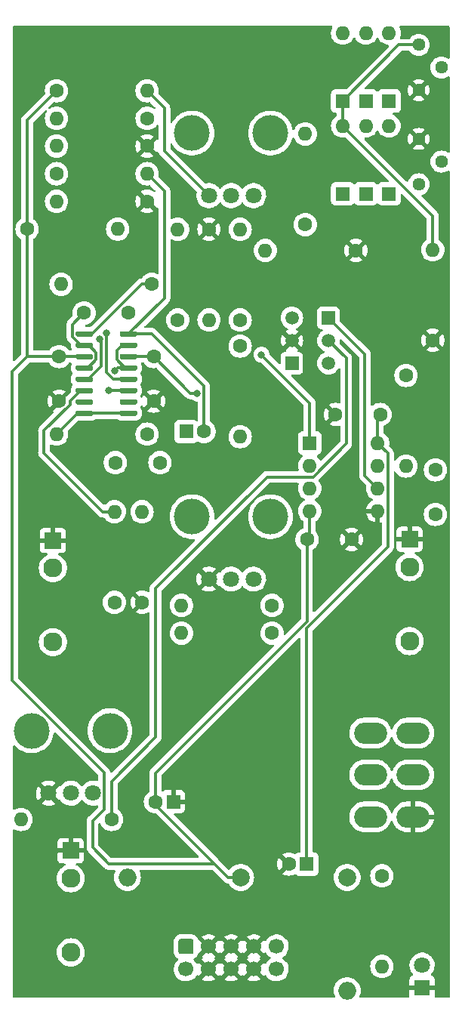
<source format=gbl>
G04 #@! TF.GenerationSoftware,KiCad,Pcbnew,6.0.10+dfsg-1~bpo11+1*
G04 #@! TF.CreationDate,2023-01-15T17:05:34+00:00*
G04 #@! TF.ProjectId,MS20-VCF,4d533230-2d56-4434-962e-6b696361645f,rev?*
G04 #@! TF.SameCoordinates,Original*
G04 #@! TF.FileFunction,Copper,L2,Bot*
G04 #@! TF.FilePolarity,Positive*
%FSLAX46Y46*%
G04 Gerber Fmt 4.6, Leading zero omitted, Abs format (unit mm)*
G04 Created by KiCad (PCBNEW 6.0.10+dfsg-1~bpo11+1) date 2023-01-15 17:05:34*
%MOMM*%
%LPD*%
G01*
G04 APERTURE LIST*
G04 #@! TA.AperFunction,ComponentPad*
%ADD10C,1.600000*%
G04 #@! TD*
G04 #@! TA.AperFunction,WasherPad*
%ADD11C,4.000000*%
G04 #@! TD*
G04 #@! TA.AperFunction,ComponentPad*
%ADD12C,1.800000*%
G04 #@! TD*
G04 #@! TA.AperFunction,ComponentPad*
%ADD13R,1.600000X1.600000*%
G04 #@! TD*
G04 #@! TA.AperFunction,ComponentPad*
%ADD14O,1.600000X1.600000*%
G04 #@! TD*
G04 #@! TA.AperFunction,ComponentPad*
%ADD15R,1.930000X1.830000*%
G04 #@! TD*
G04 #@! TA.AperFunction,ComponentPad*
%ADD16C,2.130000*%
G04 #@! TD*
G04 #@! TA.AperFunction,ComponentPad*
%ADD17R,1.500000X1.500000*%
G04 #@! TD*
G04 #@! TA.AperFunction,ComponentPad*
%ADD18C,1.500000*%
G04 #@! TD*
G04 #@! TA.AperFunction,ComponentPad*
%ADD19O,3.700000X2.400000*%
G04 #@! TD*
G04 #@! TA.AperFunction,ComponentPad*
%ADD20R,1.800000X1.800000*%
G04 #@! TD*
G04 #@! TA.AperFunction,ComponentPad*
%ADD21C,2.000000*%
G04 #@! TD*
G04 #@! TA.AperFunction,ComponentPad*
%ADD22O,2.000000X2.000000*%
G04 #@! TD*
G04 #@! TA.AperFunction,ComponentPad*
%ADD23C,1.700000*%
G04 #@! TD*
G04 #@! TA.AperFunction,ComponentPad*
%ADD24C,1.440000*%
G04 #@! TD*
G04 #@! TA.AperFunction,ViaPad*
%ADD25C,0.800000*%
G04 #@! TD*
G04 #@! TA.AperFunction,Conductor*
%ADD26C,0.300000*%
G04 #@! TD*
G04 APERTURE END LIST*
D10*
X82900000Y-86800000D03*
X82900000Y-91800000D03*
D11*
X46400000Y-116050000D03*
X37600000Y-116050000D03*
D12*
X44500000Y-123050000D03*
X42000000Y-123050000D03*
X39500000Y-123050000D03*
D11*
X55600000Y-49050000D03*
X64400000Y-49050000D03*
D12*
X62500000Y-56050000D03*
X60000000Y-56050000D03*
X57500000Y-56050000D03*
D13*
X77700000Y-45460000D03*
D14*
X77700000Y-37840000D03*
D13*
X77700000Y-55860000D03*
D14*
X77700000Y-48240000D03*
D13*
X75100000Y-45460000D03*
D14*
X75100000Y-37840000D03*
D13*
X75100000Y-55860000D03*
D14*
X75100000Y-48240000D03*
D13*
X72500000Y-45460000D03*
D14*
X72500000Y-37840000D03*
D13*
X72500000Y-55860000D03*
D14*
X72500000Y-48240000D03*
D15*
X42000000Y-129500000D03*
D16*
X42000000Y-140900000D03*
X42000000Y-132600000D03*
D15*
X40000000Y-94720000D03*
D16*
X40000000Y-106120000D03*
X40000000Y-97820000D03*
D15*
X80000000Y-94600000D03*
D16*
X80000000Y-106000000D03*
X80000000Y-97700000D03*
D17*
X66800000Y-74840000D03*
D18*
X66800000Y-72300000D03*
X66800000Y-69760000D03*
D17*
X70900000Y-69760000D03*
D18*
X70900000Y-72300000D03*
X70900000Y-74840000D03*
D10*
X57500000Y-59840000D03*
D14*
X57500000Y-70000000D03*
D10*
X50000000Y-101660000D03*
D14*
X50000000Y-91500000D03*
D10*
X50560000Y-82800000D03*
D14*
X40400000Y-82800000D03*
D10*
X54000000Y-70000000D03*
D14*
X54000000Y-59840000D03*
D10*
X61000000Y-70000000D03*
D14*
X61000000Y-59840000D03*
D10*
X73980000Y-62200000D03*
D14*
X63820000Y-62200000D03*
D10*
X51080000Y-66000000D03*
D14*
X40920000Y-66000000D03*
D10*
X50560000Y-50500000D03*
D14*
X40400000Y-50500000D03*
D10*
X50560000Y-56700000D03*
D14*
X40400000Y-56700000D03*
D10*
X46580000Y-126000000D03*
D14*
X36420000Y-126000000D03*
D10*
X68300000Y-59300000D03*
D14*
X68300000Y-49140000D03*
D10*
X40400000Y-53600000D03*
D14*
X50560000Y-53600000D03*
D10*
X50560000Y-47400000D03*
D14*
X40400000Y-47400000D03*
D10*
X40400000Y-44300000D03*
D14*
X50560000Y-44300000D03*
D10*
X82600000Y-72280000D03*
D14*
X82600000Y-62120000D03*
D10*
X64580000Y-105100000D03*
D14*
X54420000Y-105100000D03*
D10*
X64580000Y-102000000D03*
D14*
X54420000Y-102000000D03*
D11*
X64400000Y-92050000D03*
X55600000Y-92050000D03*
D12*
X62500000Y-99050000D03*
X60000000Y-99050000D03*
X57500000Y-99050000D03*
D19*
X75600000Y-116300000D03*
X75600000Y-121000000D03*
X75600000Y-125700000D03*
X80400000Y-116300000D03*
X80400000Y-121000000D03*
X80400000Y-125700000D03*
D10*
X79600000Y-76220000D03*
D14*
X79600000Y-86380000D03*
D13*
X68800000Y-83800000D03*
D14*
X68800000Y-86340000D03*
X68800000Y-88880000D03*
X68800000Y-91420000D03*
X76420000Y-91420000D03*
X76420000Y-88880000D03*
X76420000Y-86340000D03*
X76420000Y-83800000D03*
D10*
X43500000Y-69200000D03*
X48500000Y-69200000D03*
X46900000Y-101660000D03*
D14*
X46900000Y-91500000D03*
D10*
X37100000Y-59800000D03*
D14*
X47260000Y-59800000D03*
D10*
X61000000Y-72920000D03*
D14*
X61000000Y-83080000D03*
D10*
X76700000Y-80600000D03*
X71700000Y-80600000D03*
X73500000Y-94600000D03*
X68500000Y-94600000D03*
D13*
X68455112Y-131000000D03*
D10*
X66455112Y-131000000D03*
D13*
X53500000Y-124000000D03*
D10*
X51500000Y-124000000D03*
D13*
X54944888Y-82500000D03*
D10*
X56944888Y-82500000D03*
D20*
X81400000Y-144875000D03*
D12*
X81400000Y-142335000D03*
D21*
X61050000Y-132500000D03*
D22*
X48350000Y-132500000D03*
G04 #@! TA.AperFunction,ComponentPad*
G36*
G01*
X54325000Y-139397500D02*
X55525000Y-139397500D01*
G75*
G02*
X55775000Y-139647500I0J-250000D01*
G01*
X55775000Y-140847500D01*
G75*
G02*
X55525000Y-141097500I-250000J0D01*
G01*
X54325000Y-141097500D01*
G75*
G02*
X54075000Y-140847500I0J250000D01*
G01*
X54075000Y-139647500D01*
G75*
G02*
X54325000Y-139397500I250000J0D01*
G01*
G37*
G04 #@! TD.AperFunction*
D23*
X54925000Y-142787500D03*
X57465000Y-140247500D03*
X57465000Y-142787500D03*
X60005000Y-140247500D03*
X60005000Y-142787500D03*
X62545000Y-140247500D03*
X62545000Y-142787500D03*
X65085000Y-140247500D03*
X65085000Y-142787500D03*
D24*
X81030000Y-44240000D03*
X83570000Y-41700000D03*
X81030000Y-39160000D03*
X81030000Y-54780000D03*
X83570000Y-52240000D03*
X81030000Y-49700000D03*
D10*
X76900000Y-132320000D03*
D14*
X76900000Y-142480000D03*
D21*
X73000000Y-132500000D03*
D22*
X73000000Y-145200000D03*
G04 #@! TA.AperFunction,SMDPad,CuDef*
G36*
G01*
X42550000Y-80595000D02*
X42550000Y-80295000D01*
G75*
G02*
X42700000Y-80145000I150000J0D01*
G01*
X44350000Y-80145000D01*
G75*
G02*
X44500000Y-80295000I0J-150000D01*
G01*
X44500000Y-80595000D01*
G75*
G02*
X44350000Y-80745000I-150000J0D01*
G01*
X42700000Y-80745000D01*
G75*
G02*
X42550000Y-80595000I0J150000D01*
G01*
G37*
G04 #@! TD.AperFunction*
G04 #@! TA.AperFunction,SMDPad,CuDef*
G36*
G01*
X42550000Y-79325000D02*
X42550000Y-79025000D01*
G75*
G02*
X42700000Y-78875000I150000J0D01*
G01*
X44350000Y-78875000D01*
G75*
G02*
X44500000Y-79025000I0J-150000D01*
G01*
X44500000Y-79325000D01*
G75*
G02*
X44350000Y-79475000I-150000J0D01*
G01*
X42700000Y-79475000D01*
G75*
G02*
X42550000Y-79325000I0J150000D01*
G01*
G37*
G04 #@! TD.AperFunction*
G04 #@! TA.AperFunction,SMDPad,CuDef*
G36*
G01*
X42550000Y-78055000D02*
X42550000Y-77755000D01*
G75*
G02*
X42700000Y-77605000I150000J0D01*
G01*
X44350000Y-77605000D01*
G75*
G02*
X44500000Y-77755000I0J-150000D01*
G01*
X44500000Y-78055000D01*
G75*
G02*
X44350000Y-78205000I-150000J0D01*
G01*
X42700000Y-78205000D01*
G75*
G02*
X42550000Y-78055000I0J150000D01*
G01*
G37*
G04 #@! TD.AperFunction*
G04 #@! TA.AperFunction,SMDPad,CuDef*
G36*
G01*
X42550000Y-76785000D02*
X42550000Y-76485000D01*
G75*
G02*
X42700000Y-76335000I150000J0D01*
G01*
X44350000Y-76335000D01*
G75*
G02*
X44500000Y-76485000I0J-150000D01*
G01*
X44500000Y-76785000D01*
G75*
G02*
X44350000Y-76935000I-150000J0D01*
G01*
X42700000Y-76935000D01*
G75*
G02*
X42550000Y-76785000I0J150000D01*
G01*
G37*
G04 #@! TD.AperFunction*
G04 #@! TA.AperFunction,SMDPad,CuDef*
G36*
G01*
X42550000Y-75515000D02*
X42550000Y-75215000D01*
G75*
G02*
X42700000Y-75065000I150000J0D01*
G01*
X44350000Y-75065000D01*
G75*
G02*
X44500000Y-75215000I0J-150000D01*
G01*
X44500000Y-75515000D01*
G75*
G02*
X44350000Y-75665000I-150000J0D01*
G01*
X42700000Y-75665000D01*
G75*
G02*
X42550000Y-75515000I0J150000D01*
G01*
G37*
G04 #@! TD.AperFunction*
G04 #@! TA.AperFunction,SMDPad,CuDef*
G36*
G01*
X42550000Y-74245000D02*
X42550000Y-73945000D01*
G75*
G02*
X42700000Y-73795000I150000J0D01*
G01*
X44350000Y-73795000D01*
G75*
G02*
X44500000Y-73945000I0J-150000D01*
G01*
X44500000Y-74245000D01*
G75*
G02*
X44350000Y-74395000I-150000J0D01*
G01*
X42700000Y-74395000D01*
G75*
G02*
X42550000Y-74245000I0J150000D01*
G01*
G37*
G04 #@! TD.AperFunction*
G04 #@! TA.AperFunction,SMDPad,CuDef*
G36*
G01*
X42550000Y-72975000D02*
X42550000Y-72675000D01*
G75*
G02*
X42700000Y-72525000I150000J0D01*
G01*
X44350000Y-72525000D01*
G75*
G02*
X44500000Y-72675000I0J-150000D01*
G01*
X44500000Y-72975000D01*
G75*
G02*
X44350000Y-73125000I-150000J0D01*
G01*
X42700000Y-73125000D01*
G75*
G02*
X42550000Y-72975000I0J150000D01*
G01*
G37*
G04 #@! TD.AperFunction*
G04 #@! TA.AperFunction,SMDPad,CuDef*
G36*
G01*
X42550000Y-71705000D02*
X42550000Y-71405000D01*
G75*
G02*
X42700000Y-71255000I150000J0D01*
G01*
X44350000Y-71255000D01*
G75*
G02*
X44500000Y-71405000I0J-150000D01*
G01*
X44500000Y-71705000D01*
G75*
G02*
X44350000Y-71855000I-150000J0D01*
G01*
X42700000Y-71855000D01*
G75*
G02*
X42550000Y-71705000I0J150000D01*
G01*
G37*
G04 #@! TD.AperFunction*
G04 #@! TA.AperFunction,SMDPad,CuDef*
G36*
G01*
X47500000Y-71705000D02*
X47500000Y-71405000D01*
G75*
G02*
X47650000Y-71255000I150000J0D01*
G01*
X49300000Y-71255000D01*
G75*
G02*
X49450000Y-71405000I0J-150000D01*
G01*
X49450000Y-71705000D01*
G75*
G02*
X49300000Y-71855000I-150000J0D01*
G01*
X47650000Y-71855000D01*
G75*
G02*
X47500000Y-71705000I0J150000D01*
G01*
G37*
G04 #@! TD.AperFunction*
G04 #@! TA.AperFunction,SMDPad,CuDef*
G36*
G01*
X47500000Y-72975000D02*
X47500000Y-72675000D01*
G75*
G02*
X47650000Y-72525000I150000J0D01*
G01*
X49300000Y-72525000D01*
G75*
G02*
X49450000Y-72675000I0J-150000D01*
G01*
X49450000Y-72975000D01*
G75*
G02*
X49300000Y-73125000I-150000J0D01*
G01*
X47650000Y-73125000D01*
G75*
G02*
X47500000Y-72975000I0J150000D01*
G01*
G37*
G04 #@! TD.AperFunction*
G04 #@! TA.AperFunction,SMDPad,CuDef*
G36*
G01*
X47500000Y-74245000D02*
X47500000Y-73945000D01*
G75*
G02*
X47650000Y-73795000I150000J0D01*
G01*
X49300000Y-73795000D01*
G75*
G02*
X49450000Y-73945000I0J-150000D01*
G01*
X49450000Y-74245000D01*
G75*
G02*
X49300000Y-74395000I-150000J0D01*
G01*
X47650000Y-74395000D01*
G75*
G02*
X47500000Y-74245000I0J150000D01*
G01*
G37*
G04 #@! TD.AperFunction*
G04 #@! TA.AperFunction,SMDPad,CuDef*
G36*
G01*
X47500000Y-75515000D02*
X47500000Y-75215000D01*
G75*
G02*
X47650000Y-75065000I150000J0D01*
G01*
X49300000Y-75065000D01*
G75*
G02*
X49450000Y-75215000I0J-150000D01*
G01*
X49450000Y-75515000D01*
G75*
G02*
X49300000Y-75665000I-150000J0D01*
G01*
X47650000Y-75665000D01*
G75*
G02*
X47500000Y-75515000I0J150000D01*
G01*
G37*
G04 #@! TD.AperFunction*
G04 #@! TA.AperFunction,SMDPad,CuDef*
G36*
G01*
X47500000Y-76785000D02*
X47500000Y-76485000D01*
G75*
G02*
X47650000Y-76335000I150000J0D01*
G01*
X49300000Y-76335000D01*
G75*
G02*
X49450000Y-76485000I0J-150000D01*
G01*
X49450000Y-76785000D01*
G75*
G02*
X49300000Y-76935000I-150000J0D01*
G01*
X47650000Y-76935000D01*
G75*
G02*
X47500000Y-76785000I0J150000D01*
G01*
G37*
G04 #@! TD.AperFunction*
G04 #@! TA.AperFunction,SMDPad,CuDef*
G36*
G01*
X47500000Y-78055000D02*
X47500000Y-77755000D01*
G75*
G02*
X47650000Y-77605000I150000J0D01*
G01*
X49300000Y-77605000D01*
G75*
G02*
X49450000Y-77755000I0J-150000D01*
G01*
X49450000Y-78055000D01*
G75*
G02*
X49300000Y-78205000I-150000J0D01*
G01*
X47650000Y-78205000D01*
G75*
G02*
X47500000Y-78055000I0J150000D01*
G01*
G37*
G04 #@! TD.AperFunction*
G04 #@! TA.AperFunction,SMDPad,CuDef*
G36*
G01*
X47500000Y-79325000D02*
X47500000Y-79025000D01*
G75*
G02*
X47650000Y-78875000I150000J0D01*
G01*
X49300000Y-78875000D01*
G75*
G02*
X49450000Y-79025000I0J-150000D01*
G01*
X49450000Y-79325000D01*
G75*
G02*
X49300000Y-79475000I-150000J0D01*
G01*
X47650000Y-79475000D01*
G75*
G02*
X47500000Y-79325000I0J150000D01*
G01*
G37*
G04 #@! TD.AperFunction*
G04 #@! TA.AperFunction,SMDPad,CuDef*
G36*
G01*
X47500000Y-80595000D02*
X47500000Y-80295000D01*
G75*
G02*
X47650000Y-80145000I150000J0D01*
G01*
X49300000Y-80145000D01*
G75*
G02*
X49450000Y-80295000I0J-150000D01*
G01*
X49450000Y-80595000D01*
G75*
G02*
X49300000Y-80745000I-150000J0D01*
G01*
X47650000Y-80745000D01*
G75*
G02*
X47500000Y-80595000I0J150000D01*
G01*
G37*
G04 #@! TD.AperFunction*
D10*
X47000000Y-86000000D03*
X52000000Y-86000000D03*
X51300000Y-74100000D03*
X51300000Y-79100000D03*
X40700000Y-79100000D03*
X40700000Y-74100000D03*
D25*
X56195388Y-78224566D03*
X46900000Y-75700000D03*
X63400000Y-73900000D03*
X45241121Y-72150468D03*
X46250500Y-77905000D03*
X46000000Y-71500000D03*
D26*
X68455112Y-131000000D02*
X68455112Y-104551994D01*
X77570000Y-84950000D02*
X76420000Y-83800000D01*
X68455112Y-104551994D02*
X77570000Y-95437106D01*
X51295000Y-74095000D02*
X51300000Y-74100000D01*
X48475000Y-74095000D02*
X51295000Y-74095000D01*
X55424566Y-78224566D02*
X51300000Y-74100000D01*
X76420000Y-80880000D02*
X76700000Y-80600000D01*
X56195388Y-78224566D02*
X55424566Y-78224566D01*
X77570000Y-95437106D02*
X77570000Y-84950000D01*
X76420000Y-83800000D02*
X76420000Y-80880000D01*
X35450000Y-75750000D02*
X35450000Y-110450000D01*
X68800000Y-91420000D02*
X68800000Y-94300000D01*
X37100000Y-59800000D02*
X37100000Y-47600000D01*
X44450000Y-129150000D02*
X46300000Y-131000000D01*
X45750000Y-120750000D02*
X45750000Y-124850000D01*
X37100000Y-74100000D02*
X40700000Y-74100000D01*
X37100000Y-74100000D02*
X35450000Y-75750000D01*
X40705000Y-74095000D02*
X40700000Y-74100000D01*
X68800000Y-94300000D02*
X68500000Y-94600000D01*
X51500000Y-124000000D02*
X51500000Y-120800000D01*
X61050000Y-132500000D02*
X59635787Y-132500000D01*
X68500000Y-103800000D02*
X68500000Y-94600000D01*
X46300000Y-131000000D02*
X58135787Y-131000000D01*
X44450000Y-126150000D02*
X44450000Y-129150000D01*
X45750000Y-124850000D02*
X44450000Y-126150000D01*
X35450000Y-110450000D02*
X45750000Y-120750000D01*
X58135787Y-131000000D02*
X59635787Y-132500000D01*
X59635787Y-132500000D02*
X51500000Y-124364213D01*
X37100000Y-47600000D02*
X40400000Y-44300000D01*
X51500000Y-124364213D02*
X51500000Y-124000000D01*
X43525000Y-74095000D02*
X40705000Y-74095000D01*
X37100000Y-74100000D02*
X37100000Y-59800000D01*
X51500000Y-120800000D02*
X68500000Y-103800000D01*
X47150000Y-74452107D02*
X47150000Y-73450000D01*
X47150000Y-73450000D02*
X47775000Y-72825000D01*
X47775000Y-72825000D02*
X48475000Y-72825000D01*
X48475000Y-75365000D02*
X48062893Y-75365000D01*
X46900000Y-75700000D02*
X47235000Y-75365000D01*
X47235000Y-75365000D02*
X48475000Y-75365000D01*
X48062893Y-75365000D02*
X47150000Y-74452107D01*
X51074312Y-71555000D02*
X56944888Y-77425576D01*
X52500000Y-67530000D02*
X52500000Y-55540000D01*
X48475000Y-71555000D02*
X51074312Y-71555000D01*
X52500000Y-55540000D02*
X50560000Y-53600000D01*
X48475000Y-71555000D02*
X52500000Y-67530000D01*
X56944888Y-77425576D02*
X56944888Y-82500000D01*
X49948630Y-66000000D02*
X44393630Y-71555000D01*
X51080000Y-66000000D02*
X49948630Y-66000000D01*
X44393630Y-71555000D02*
X43525000Y-71555000D01*
X63400000Y-73900000D02*
X68800000Y-79300000D01*
X68800000Y-79300000D02*
X68800000Y-83800000D01*
X43525000Y-72825000D02*
X43112893Y-72825000D01*
X42200000Y-70500000D02*
X43500000Y-69200000D01*
X44850000Y-74452107D02*
X44850000Y-73650000D01*
X43525000Y-75365000D02*
X43937107Y-75365000D01*
X44025000Y-72825000D02*
X43525000Y-72825000D01*
X43112893Y-72825000D02*
X42200000Y-71912107D01*
X43937107Y-75365000D02*
X44850000Y-74452107D01*
X44850000Y-73650000D02*
X44025000Y-72825000D01*
X42200000Y-71912107D02*
X42200000Y-70500000D01*
X75000000Y-87460000D02*
X76420000Y-88880000D01*
X70900000Y-69760000D02*
X75000000Y-73860000D01*
X75000000Y-73860000D02*
X75000000Y-87460000D01*
X52500000Y-46240000D02*
X50560000Y-44300000D01*
X52500000Y-51050000D02*
X52500000Y-46240000D01*
X57500000Y-56050000D02*
X52500000Y-51050000D01*
X72500000Y-48240000D02*
X82600000Y-58340000D01*
X78800000Y-39160000D02*
X72500000Y-45460000D01*
X81030000Y-39160000D02*
X78800000Y-39160000D01*
X72500000Y-45460000D02*
X72500000Y-48240000D01*
X82600000Y-58340000D02*
X82600000Y-62120000D01*
X64000000Y-87600000D02*
X51499311Y-100100689D01*
X72900000Y-74300000D02*
X72900000Y-83866346D01*
X51499311Y-116800689D02*
X46580000Y-121720000D01*
X69166346Y-87600000D02*
X64000000Y-87600000D01*
X72900000Y-83866346D02*
X69166346Y-87600000D01*
X51499311Y-100100689D02*
X51499311Y-116800689D01*
X70900000Y-72300000D02*
X72900000Y-74300000D01*
X46580000Y-121720000D02*
X46580000Y-126000000D01*
X43525000Y-76635000D02*
X43937107Y-76635000D01*
X45400000Y-72400000D02*
X45400000Y-72309347D01*
X43937107Y-76635000D02*
X45400000Y-75172107D01*
X45400000Y-72309347D02*
X45241121Y-72150468D01*
X45400000Y-75172107D02*
X45400000Y-72400000D01*
X43525000Y-77905000D02*
X43112893Y-77905000D01*
X41900000Y-79526346D02*
X39000000Y-82426346D01*
X41900000Y-79117893D02*
X41900000Y-79526346D01*
X43112893Y-77905000D02*
X41900000Y-79117893D01*
X39000000Y-84900000D02*
X45600000Y-91500000D01*
X39000000Y-82426346D02*
X39000000Y-84900000D01*
X45600000Y-91500000D02*
X46900000Y-91500000D01*
X42755000Y-80445000D02*
X40400000Y-82800000D01*
X43525000Y-80445000D02*
X42755000Y-80445000D01*
X48475000Y-80445000D02*
X43525000Y-80445000D01*
X48475000Y-77905000D02*
X46305000Y-77905000D01*
X46305000Y-77905000D02*
X46300000Y-77900000D01*
X46295000Y-77905000D02*
X46250500Y-77905000D01*
X46300000Y-77900000D02*
X46295000Y-77905000D01*
X48475000Y-76635000D02*
X46774339Y-76635000D01*
X46000000Y-75860661D02*
X46000000Y-71500000D01*
X46774339Y-76635000D02*
X46000000Y-75860661D01*
G04 #@! TA.AperFunction,Conductor*
G36*
X71314538Y-37028002D02*
G01*
X71361031Y-37081658D01*
X71371135Y-37151932D01*
X71360612Y-37187249D01*
X71280273Y-37359539D01*
X71265716Y-37390757D01*
X71206457Y-37611913D01*
X71186502Y-37840000D01*
X71206457Y-38068087D01*
X71207881Y-38073400D01*
X71207881Y-38073402D01*
X71246952Y-38219214D01*
X71265716Y-38289243D01*
X71268039Y-38294224D01*
X71268039Y-38294225D01*
X71360151Y-38491762D01*
X71360154Y-38491767D01*
X71362477Y-38496749D01*
X71493802Y-38684300D01*
X71655700Y-38846198D01*
X71660208Y-38849355D01*
X71660211Y-38849357D01*
X71738389Y-38904098D01*
X71843251Y-38977523D01*
X71848233Y-38979846D01*
X71848238Y-38979849D01*
X72045775Y-39071961D01*
X72050757Y-39074284D01*
X72056065Y-39075706D01*
X72056067Y-39075707D01*
X72266598Y-39132119D01*
X72266600Y-39132119D01*
X72271913Y-39133543D01*
X72500000Y-39153498D01*
X72728087Y-39133543D01*
X72733400Y-39132119D01*
X72733402Y-39132119D01*
X72943933Y-39075707D01*
X72943935Y-39075706D01*
X72949243Y-39074284D01*
X72954225Y-39071961D01*
X73151762Y-38979849D01*
X73151767Y-38979846D01*
X73156749Y-38977523D01*
X73261611Y-38904098D01*
X73339789Y-38849357D01*
X73339792Y-38849355D01*
X73344300Y-38846198D01*
X73506198Y-38684300D01*
X73637523Y-38496749D01*
X73685805Y-38393207D01*
X73732722Y-38339922D01*
X73800999Y-38320461D01*
X73868959Y-38341003D01*
X73914195Y-38393207D01*
X73962477Y-38496749D01*
X74093802Y-38684300D01*
X74255700Y-38846198D01*
X74260208Y-38849355D01*
X74260211Y-38849357D01*
X74338389Y-38904098D01*
X74443251Y-38977523D01*
X74448233Y-38979846D01*
X74448238Y-38979849D01*
X74645775Y-39071961D01*
X74650757Y-39074284D01*
X74656065Y-39075706D01*
X74656067Y-39075707D01*
X74866598Y-39132119D01*
X74866600Y-39132119D01*
X74871913Y-39133543D01*
X75100000Y-39153498D01*
X75328087Y-39133543D01*
X75333400Y-39132119D01*
X75333402Y-39132119D01*
X75543933Y-39075707D01*
X75543935Y-39075706D01*
X75549243Y-39074284D01*
X75554225Y-39071961D01*
X75751762Y-38979849D01*
X75751767Y-38979846D01*
X75756749Y-38977523D01*
X75861611Y-38904098D01*
X75939789Y-38849357D01*
X75939792Y-38849355D01*
X75944300Y-38846198D01*
X76106198Y-38684300D01*
X76237523Y-38496749D01*
X76285805Y-38393207D01*
X76332722Y-38339922D01*
X76400999Y-38320461D01*
X76468959Y-38341003D01*
X76514195Y-38393207D01*
X76562477Y-38496749D01*
X76693802Y-38684300D01*
X76855700Y-38846198D01*
X76860208Y-38849355D01*
X76860211Y-38849357D01*
X76938389Y-38904098D01*
X77043251Y-38977523D01*
X77048233Y-38979846D01*
X77048238Y-38979849D01*
X77245775Y-39071961D01*
X77250757Y-39074284D01*
X77256065Y-39075706D01*
X77256067Y-39075707D01*
X77466598Y-39132119D01*
X77466600Y-39132119D01*
X77471913Y-39133543D01*
X77477389Y-39134022D01*
X77477394Y-39134023D01*
X77561141Y-39141349D01*
X77591966Y-39144046D01*
X77658084Y-39169909D01*
X77699723Y-39227413D01*
X77703664Y-39298300D01*
X77670079Y-39358662D01*
X75120078Y-41908662D01*
X72914145Y-44114595D01*
X72851833Y-44148621D01*
X72825050Y-44151500D01*
X71651866Y-44151500D01*
X71589684Y-44158255D01*
X71453295Y-44209385D01*
X71336739Y-44296739D01*
X71249385Y-44413295D01*
X71198255Y-44549684D01*
X71191500Y-44611866D01*
X71191500Y-46308134D01*
X71198255Y-46370316D01*
X71249385Y-46506705D01*
X71336739Y-46623261D01*
X71453295Y-46710615D01*
X71589684Y-46761745D01*
X71651866Y-46768500D01*
X71715500Y-46768500D01*
X71783621Y-46788502D01*
X71830114Y-46842158D01*
X71841500Y-46894500D01*
X71841500Y-47038112D01*
X71821498Y-47106233D01*
X71787772Y-47141324D01*
X71737970Y-47176196D01*
X71660211Y-47230643D01*
X71660208Y-47230645D01*
X71655700Y-47233802D01*
X71493802Y-47395700D01*
X71362477Y-47583251D01*
X71360154Y-47588233D01*
X71360151Y-47588238D01*
X71314195Y-47686793D01*
X71265716Y-47790757D01*
X71264294Y-47796065D01*
X71264293Y-47796067D01*
X71208985Y-48002477D01*
X71206457Y-48011913D01*
X71186502Y-48240000D01*
X71206457Y-48468087D01*
X71207881Y-48473400D01*
X71207881Y-48473402D01*
X71260304Y-48669044D01*
X71265716Y-48689243D01*
X71268039Y-48694224D01*
X71268039Y-48694225D01*
X71360151Y-48891762D01*
X71360154Y-48891767D01*
X71362477Y-48896749D01*
X71493802Y-49084300D01*
X71655700Y-49246198D01*
X71660208Y-49249355D01*
X71660211Y-49249357D01*
X71694567Y-49273413D01*
X71843251Y-49377523D01*
X71848233Y-49379846D01*
X71848238Y-49379849D01*
X72045775Y-49471961D01*
X72050757Y-49474284D01*
X72056065Y-49475706D01*
X72056067Y-49475707D01*
X72266598Y-49532119D01*
X72266600Y-49532119D01*
X72271913Y-49533543D01*
X72500000Y-49553498D01*
X72728087Y-49533543D01*
X72735766Y-49531485D01*
X72763659Y-49524012D01*
X72834635Y-49525702D01*
X72885364Y-49556624D01*
X77665145Y-54336405D01*
X77699171Y-54398717D01*
X77694106Y-54469532D01*
X77651559Y-54526368D01*
X77585039Y-54551179D01*
X77576050Y-54551500D01*
X76851866Y-54551500D01*
X76789684Y-54558255D01*
X76653295Y-54609385D01*
X76536739Y-54696739D01*
X76500824Y-54744660D01*
X76443967Y-54787173D01*
X76373149Y-54792199D01*
X76310855Y-54758139D01*
X76299183Y-54744670D01*
X76263261Y-54696739D01*
X76146705Y-54609385D01*
X76010316Y-54558255D01*
X75948134Y-54551500D01*
X74251866Y-54551500D01*
X74189684Y-54558255D01*
X74053295Y-54609385D01*
X73936739Y-54696739D01*
X73900824Y-54744660D01*
X73843967Y-54787173D01*
X73773149Y-54792199D01*
X73710855Y-54758139D01*
X73699183Y-54744670D01*
X73663261Y-54696739D01*
X73546705Y-54609385D01*
X73410316Y-54558255D01*
X73348134Y-54551500D01*
X71651866Y-54551500D01*
X71589684Y-54558255D01*
X71453295Y-54609385D01*
X71336739Y-54696739D01*
X71249385Y-54813295D01*
X71198255Y-54949684D01*
X71191500Y-55011866D01*
X71191500Y-56708134D01*
X71198255Y-56770316D01*
X71249385Y-56906705D01*
X71336739Y-57023261D01*
X71453295Y-57110615D01*
X71589684Y-57161745D01*
X71651866Y-57168500D01*
X73348134Y-57168500D01*
X73410316Y-57161745D01*
X73546705Y-57110615D01*
X73663261Y-57023261D01*
X73699176Y-56975340D01*
X73756033Y-56932827D01*
X73826851Y-56927801D01*
X73889145Y-56961861D01*
X73900817Y-56975330D01*
X73936739Y-57023261D01*
X74053295Y-57110615D01*
X74189684Y-57161745D01*
X74251866Y-57168500D01*
X75948134Y-57168500D01*
X76010316Y-57161745D01*
X76146705Y-57110615D01*
X76263261Y-57023261D01*
X76299176Y-56975340D01*
X76356033Y-56932827D01*
X76426851Y-56927801D01*
X76489145Y-56961861D01*
X76500817Y-56975330D01*
X76536739Y-57023261D01*
X76653295Y-57110615D01*
X76789684Y-57161745D01*
X76851866Y-57168500D01*
X78548134Y-57168500D01*
X78610316Y-57161745D01*
X78746705Y-57110615D01*
X78863261Y-57023261D01*
X78950615Y-56906705D01*
X79001745Y-56770316D01*
X79008500Y-56708134D01*
X79008500Y-55983950D01*
X79028502Y-55915829D01*
X79082158Y-55869336D01*
X79152432Y-55859232D01*
X79217012Y-55888726D01*
X79223595Y-55894855D01*
X81904595Y-58575855D01*
X81938621Y-58638167D01*
X81941500Y-58664950D01*
X81941500Y-60918112D01*
X81921498Y-60986233D01*
X81887772Y-61021324D01*
X81824491Y-61065634D01*
X81760211Y-61110643D01*
X81760208Y-61110645D01*
X81755700Y-61113802D01*
X81593802Y-61275700D01*
X81462477Y-61463251D01*
X81460154Y-61468233D01*
X81460151Y-61468238D01*
X81422847Y-61548238D01*
X81365716Y-61670757D01*
X81306457Y-61891913D01*
X81286502Y-62120000D01*
X81306457Y-62348087D01*
X81365716Y-62569243D01*
X81368039Y-62574224D01*
X81368039Y-62574225D01*
X81460151Y-62771762D01*
X81460154Y-62771767D01*
X81462477Y-62776749D01*
X81465634Y-62781257D01*
X81559336Y-62915077D01*
X81593802Y-62964300D01*
X81755700Y-63126198D01*
X81760208Y-63129355D01*
X81760211Y-63129357D01*
X81838389Y-63184098D01*
X81943251Y-63257523D01*
X81948233Y-63259846D01*
X81948238Y-63259849D01*
X82145775Y-63351961D01*
X82150757Y-63354284D01*
X82156065Y-63355706D01*
X82156067Y-63355707D01*
X82366598Y-63412119D01*
X82366600Y-63412119D01*
X82371913Y-63413543D01*
X82600000Y-63433498D01*
X82828087Y-63413543D01*
X82833400Y-63412119D01*
X82833402Y-63412119D01*
X83043933Y-63355707D01*
X83043935Y-63355706D01*
X83049243Y-63354284D01*
X83054225Y-63351961D01*
X83251762Y-63259849D01*
X83251767Y-63259846D01*
X83256749Y-63257523D01*
X83361611Y-63184098D01*
X83439789Y-63129357D01*
X83439792Y-63129355D01*
X83444300Y-63126198D01*
X83606198Y-62964300D01*
X83640665Y-62915077D01*
X83734366Y-62781257D01*
X83737523Y-62776749D01*
X83739846Y-62771767D01*
X83739849Y-62771762D01*
X83831961Y-62574225D01*
X83831961Y-62574224D01*
X83834284Y-62569243D01*
X83893543Y-62348087D01*
X83913498Y-62120000D01*
X83893543Y-61891913D01*
X83834284Y-61670757D01*
X83777153Y-61548238D01*
X83739849Y-61468238D01*
X83739846Y-61468233D01*
X83737523Y-61463251D01*
X83606198Y-61275700D01*
X83444300Y-61113802D01*
X83439792Y-61110645D01*
X83439789Y-61110643D01*
X83375509Y-61065634D01*
X83312228Y-61021324D01*
X83267901Y-60965868D01*
X83258500Y-60918112D01*
X83258500Y-58422056D01*
X83259059Y-58410200D01*
X83259059Y-58410197D01*
X83260788Y-58402463D01*
X83258562Y-58331631D01*
X83258500Y-58327673D01*
X83258500Y-58298568D01*
X83257944Y-58294168D01*
X83257012Y-58282330D01*
X83255811Y-58244094D01*
X83255562Y-58236169D01*
X83249580Y-58215579D01*
X83245570Y-58196216D01*
X83243875Y-58182796D01*
X83243875Y-58182795D01*
X83242882Y-58174936D01*
X83239966Y-58167571D01*
X83239965Y-58167567D01*
X83225874Y-58131979D01*
X83222035Y-58120769D01*
X83209145Y-58076400D01*
X83198225Y-58057935D01*
X83189534Y-58040195D01*
X83181635Y-58020244D01*
X83154482Y-57982871D01*
X83147967Y-57972952D01*
X83128493Y-57940023D01*
X83128490Y-57940019D01*
X83124453Y-57933193D01*
X83109289Y-57918029D01*
X83096448Y-57902995D01*
X83088501Y-57892057D01*
X83083841Y-57885643D01*
X83048247Y-57856197D01*
X83039468Y-57848208D01*
X81352382Y-56161122D01*
X81318356Y-56098810D01*
X81323421Y-56027995D01*
X81365968Y-55971159D01*
X81408866Y-55950320D01*
X81446467Y-55940245D01*
X81446469Y-55940244D01*
X81451777Y-55938822D01*
X81546065Y-55894855D01*
X81641616Y-55850299D01*
X81641619Y-55850297D01*
X81646597Y-55847976D01*
X81822681Y-55724681D01*
X81974681Y-55572681D01*
X82097976Y-55396596D01*
X82102226Y-55387483D01*
X82186499Y-55206759D01*
X82186500Y-55206757D01*
X82188822Y-55201777D01*
X82191440Y-55192009D01*
X82243034Y-54999457D01*
X82243034Y-54999455D01*
X82244458Y-54994142D01*
X82263193Y-54780000D01*
X82244458Y-54565858D01*
X82222618Y-54484350D01*
X82190245Y-54363533D01*
X82190244Y-54363531D01*
X82188822Y-54358223D01*
X82097976Y-54163404D01*
X81974681Y-53987319D01*
X81822681Y-53835319D01*
X81646597Y-53712024D01*
X81641619Y-53709703D01*
X81641616Y-53709701D01*
X81456759Y-53623501D01*
X81456758Y-53623500D01*
X81451777Y-53621178D01*
X81446469Y-53619756D01*
X81446467Y-53619755D01*
X81249457Y-53566966D01*
X81249455Y-53566966D01*
X81244142Y-53565542D01*
X81030000Y-53546807D01*
X80815858Y-53565542D01*
X80810545Y-53566966D01*
X80810543Y-53566966D01*
X80613533Y-53619755D01*
X80613531Y-53619756D01*
X80608223Y-53621178D01*
X80603243Y-53623500D01*
X80603241Y-53623501D01*
X80418385Y-53709701D01*
X80418382Y-53709703D01*
X80413404Y-53712024D01*
X80237319Y-53835319D01*
X80085319Y-53987319D01*
X79962024Y-54163404D01*
X79871178Y-54358223D01*
X79869756Y-54363531D01*
X79869755Y-54363533D01*
X79859680Y-54401134D01*
X79822728Y-54461757D01*
X79758867Y-54492778D01*
X79688373Y-54484350D01*
X79648878Y-54457618D01*
X75919881Y-50728621D01*
X80365933Y-50728621D01*
X80375227Y-50740635D01*
X80409146Y-50764385D01*
X80418641Y-50769868D01*
X80603413Y-50856028D01*
X80613705Y-50859774D01*
X80810632Y-50912540D01*
X80821425Y-50914443D01*
X81024525Y-50932212D01*
X81035475Y-50932212D01*
X81238575Y-50914443D01*
X81249368Y-50912540D01*
X81446295Y-50859774D01*
X81456587Y-50856028D01*
X81641359Y-50769868D01*
X81650854Y-50764385D01*
X81685607Y-50740051D01*
X81693983Y-50729572D01*
X81686916Y-50716127D01*
X81042811Y-50072021D01*
X81028868Y-50064408D01*
X81027034Y-50064539D01*
X81020420Y-50068790D01*
X80372360Y-50716851D01*
X80365933Y-50728621D01*
X75919881Y-50728621D01*
X74955486Y-49764226D01*
X74923405Y-49705475D01*
X79797788Y-49705475D01*
X79815557Y-49908575D01*
X79817460Y-49919368D01*
X79870226Y-50116295D01*
X79873972Y-50126587D01*
X79960135Y-50311364D01*
X79965613Y-50320850D01*
X79989949Y-50355607D01*
X80000428Y-50363983D01*
X80013872Y-50356917D01*
X80657979Y-49712811D01*
X80664356Y-49701132D01*
X81394408Y-49701132D01*
X81394539Y-49702966D01*
X81398790Y-49709580D01*
X82046851Y-50357640D01*
X82058621Y-50364067D01*
X82070635Y-50354772D01*
X82094387Y-50320850D01*
X82099865Y-50311364D01*
X82186028Y-50126587D01*
X82189774Y-50116295D01*
X82242540Y-49919368D01*
X82244443Y-49908575D01*
X82262212Y-49705475D01*
X82262212Y-49694525D01*
X82244443Y-49491425D01*
X82242540Y-49480632D01*
X82189774Y-49283705D01*
X82186028Y-49273413D01*
X82099865Y-49088636D01*
X82094387Y-49079150D01*
X82070051Y-49044393D01*
X82059572Y-49036017D01*
X82046128Y-49043083D01*
X81402021Y-49687189D01*
X81394408Y-49701132D01*
X80664356Y-49701132D01*
X80665592Y-49698868D01*
X80665461Y-49697034D01*
X80661210Y-49690420D01*
X80013149Y-49042360D01*
X80001379Y-49035933D01*
X79989365Y-49045228D01*
X79965613Y-49079150D01*
X79960135Y-49088636D01*
X79873972Y-49273413D01*
X79870226Y-49283705D01*
X79817460Y-49480632D01*
X79815557Y-49491425D01*
X79797788Y-49694525D01*
X79797788Y-49705475D01*
X74923405Y-49705475D01*
X74921460Y-49701914D01*
X74926525Y-49631099D01*
X74969072Y-49574263D01*
X75035592Y-49549452D01*
X75055563Y-49549611D01*
X75094514Y-49553019D01*
X75094525Y-49553019D01*
X75100000Y-49553498D01*
X75328087Y-49533543D01*
X75333400Y-49532119D01*
X75333402Y-49532119D01*
X75543933Y-49475707D01*
X75543935Y-49475706D01*
X75549243Y-49474284D01*
X75554225Y-49471961D01*
X75751762Y-49379849D01*
X75751767Y-49379846D01*
X75756749Y-49377523D01*
X75905433Y-49273413D01*
X75939789Y-49249357D01*
X75939792Y-49249355D01*
X75944300Y-49246198D01*
X76106198Y-49084300D01*
X76237523Y-48896749D01*
X76285805Y-48793207D01*
X76332722Y-48739922D01*
X76400999Y-48720461D01*
X76468959Y-48741003D01*
X76514195Y-48793207D01*
X76562477Y-48896749D01*
X76693802Y-49084300D01*
X76855700Y-49246198D01*
X76860208Y-49249355D01*
X76860211Y-49249357D01*
X76894567Y-49273413D01*
X77043251Y-49377523D01*
X77048233Y-49379846D01*
X77048238Y-49379849D01*
X77245775Y-49471961D01*
X77250757Y-49474284D01*
X77256065Y-49475706D01*
X77256067Y-49475707D01*
X77466598Y-49532119D01*
X77466600Y-49532119D01*
X77471913Y-49533543D01*
X77700000Y-49553498D01*
X77928087Y-49533543D01*
X77933400Y-49532119D01*
X77933402Y-49532119D01*
X78143933Y-49475707D01*
X78143935Y-49475706D01*
X78149243Y-49474284D01*
X78154225Y-49471961D01*
X78351762Y-49379849D01*
X78351767Y-49379846D01*
X78356749Y-49377523D01*
X78505433Y-49273413D01*
X78539789Y-49249357D01*
X78539792Y-49249355D01*
X78544300Y-49246198D01*
X78706198Y-49084300D01*
X78837523Y-48896749D01*
X78839846Y-48891767D01*
X78839849Y-48891762D01*
X78931961Y-48694225D01*
X78931961Y-48694224D01*
X78934284Y-48689243D01*
X78939326Y-48670428D01*
X80366017Y-48670428D01*
X80373083Y-48683872D01*
X81017189Y-49327979D01*
X81031132Y-49335592D01*
X81032966Y-49335461D01*
X81039580Y-49331210D01*
X81687640Y-48683149D01*
X81694067Y-48671379D01*
X81684773Y-48659365D01*
X81650854Y-48635615D01*
X81641359Y-48630132D01*
X81456587Y-48543972D01*
X81446295Y-48540226D01*
X81249368Y-48487460D01*
X81238575Y-48485557D01*
X81035475Y-48467788D01*
X81024525Y-48467788D01*
X80821425Y-48485557D01*
X80810632Y-48487460D01*
X80613705Y-48540226D01*
X80603413Y-48543972D01*
X80418636Y-48630135D01*
X80409150Y-48635613D01*
X80374393Y-48659949D01*
X80366017Y-48670428D01*
X78939326Y-48670428D01*
X78939697Y-48669044D01*
X78992119Y-48473402D01*
X78992119Y-48473400D01*
X78993543Y-48468087D01*
X79013498Y-48240000D01*
X78993543Y-48011913D01*
X78991015Y-48002477D01*
X78935707Y-47796067D01*
X78935706Y-47796065D01*
X78934284Y-47790757D01*
X78885805Y-47686793D01*
X78839849Y-47588238D01*
X78839846Y-47588233D01*
X78837523Y-47583251D01*
X78706198Y-47395700D01*
X78544300Y-47233802D01*
X78539792Y-47230645D01*
X78539789Y-47230643D01*
X78414763Y-47143099D01*
X78356749Y-47102477D01*
X78351767Y-47100154D01*
X78351762Y-47100151D01*
X78155632Y-47008695D01*
X78102347Y-46961778D01*
X78082886Y-46893501D01*
X78103428Y-46825541D01*
X78157450Y-46779475D01*
X78208882Y-46768500D01*
X78548134Y-46768500D01*
X78610316Y-46761745D01*
X78746705Y-46710615D01*
X78863261Y-46623261D01*
X78950615Y-46506705D01*
X79001745Y-46370316D01*
X79008500Y-46308134D01*
X79008500Y-45268621D01*
X80365933Y-45268621D01*
X80375227Y-45280635D01*
X80409146Y-45304385D01*
X80418641Y-45309868D01*
X80603413Y-45396028D01*
X80613705Y-45399774D01*
X80810632Y-45452540D01*
X80821425Y-45454443D01*
X81024525Y-45472212D01*
X81035475Y-45472212D01*
X81238575Y-45454443D01*
X81249368Y-45452540D01*
X81446295Y-45399774D01*
X81456587Y-45396028D01*
X81641359Y-45309868D01*
X81650854Y-45304385D01*
X81685607Y-45280051D01*
X81693983Y-45269572D01*
X81686916Y-45256127D01*
X81042811Y-44612021D01*
X81028868Y-44604408D01*
X81027034Y-44604539D01*
X81020420Y-44608790D01*
X80372360Y-45256851D01*
X80365933Y-45268621D01*
X79008500Y-45268621D01*
X79008500Y-44611866D01*
X79001745Y-44549684D01*
X78950615Y-44413295D01*
X78863261Y-44296739D01*
X78794860Y-44245475D01*
X79797788Y-44245475D01*
X79815557Y-44448575D01*
X79817460Y-44459368D01*
X79870226Y-44656295D01*
X79873972Y-44666587D01*
X79960135Y-44851364D01*
X79965613Y-44860850D01*
X79989949Y-44895607D01*
X80000428Y-44903983D01*
X80013872Y-44896917D01*
X80657979Y-44252811D01*
X80664356Y-44241132D01*
X81394408Y-44241132D01*
X81394539Y-44242966D01*
X81398790Y-44249580D01*
X82046851Y-44897640D01*
X82058621Y-44904067D01*
X82070635Y-44894772D01*
X82094387Y-44860850D01*
X82099865Y-44851364D01*
X82186028Y-44666587D01*
X82189774Y-44656295D01*
X82242540Y-44459368D01*
X82244443Y-44448575D01*
X82262212Y-44245475D01*
X82262212Y-44234525D01*
X82244443Y-44031425D01*
X82242540Y-44020632D01*
X82189774Y-43823705D01*
X82186028Y-43813413D01*
X82099865Y-43628636D01*
X82094387Y-43619150D01*
X82070051Y-43584393D01*
X82059572Y-43576017D01*
X82046128Y-43583083D01*
X81402021Y-44227189D01*
X81394408Y-44241132D01*
X80664356Y-44241132D01*
X80665592Y-44238868D01*
X80665461Y-44237034D01*
X80661210Y-44230420D01*
X80013149Y-43582360D01*
X80001379Y-43575933D01*
X79989365Y-43585228D01*
X79965613Y-43619150D01*
X79960135Y-43628636D01*
X79873972Y-43813413D01*
X79870226Y-43823705D01*
X79817460Y-44020632D01*
X79815557Y-44031425D01*
X79797788Y-44234525D01*
X79797788Y-44245475D01*
X78794860Y-44245475D01*
X78746705Y-44209385D01*
X78610316Y-44158255D01*
X78548134Y-44151500D01*
X76851866Y-44151500D01*
X76789684Y-44158255D01*
X76653295Y-44209385D01*
X76536739Y-44296739D01*
X76500824Y-44344660D01*
X76443967Y-44387173D01*
X76373149Y-44392199D01*
X76310855Y-44358139D01*
X76299183Y-44344670D01*
X76263261Y-44296739D01*
X76146705Y-44209385D01*
X76010316Y-44158255D01*
X75948134Y-44151500D01*
X75043950Y-44151500D01*
X74975829Y-44131498D01*
X74929336Y-44077842D01*
X74919232Y-44007568D01*
X74948726Y-43942988D01*
X74954855Y-43936405D01*
X75680832Y-43210428D01*
X80366017Y-43210428D01*
X80373083Y-43223872D01*
X81017189Y-43867979D01*
X81031132Y-43875592D01*
X81032966Y-43875461D01*
X81039580Y-43871210D01*
X81687640Y-43223149D01*
X81694067Y-43211379D01*
X81684773Y-43199365D01*
X81650854Y-43175615D01*
X81641359Y-43170132D01*
X81456587Y-43083972D01*
X81446295Y-43080226D01*
X81249368Y-43027460D01*
X81238575Y-43025557D01*
X81035475Y-43007788D01*
X81024525Y-43007788D01*
X80821425Y-43025557D01*
X80810632Y-43027460D01*
X80613705Y-43080226D01*
X80603413Y-43083972D01*
X80418636Y-43170135D01*
X80409150Y-43175613D01*
X80374393Y-43199949D01*
X80366017Y-43210428D01*
X75680832Y-43210428D01*
X79035854Y-39855405D01*
X79098166Y-39821379D01*
X79124949Y-39818500D01*
X79925774Y-39818500D01*
X79993895Y-39838502D01*
X80028987Y-39872230D01*
X80085319Y-39952681D01*
X80237319Y-40104681D01*
X80413403Y-40227976D01*
X80418381Y-40230297D01*
X80418384Y-40230299D01*
X80603241Y-40316499D01*
X80608223Y-40318822D01*
X80613531Y-40320244D01*
X80613533Y-40320245D01*
X80810543Y-40373034D01*
X80810545Y-40373034D01*
X80815858Y-40374458D01*
X81030000Y-40393193D01*
X81244142Y-40374458D01*
X81249455Y-40373034D01*
X81249457Y-40373034D01*
X81446467Y-40320245D01*
X81446469Y-40320244D01*
X81451777Y-40318822D01*
X81456759Y-40316499D01*
X81641616Y-40230299D01*
X81641619Y-40230297D01*
X81646597Y-40227976D01*
X81822681Y-40104681D01*
X81974681Y-39952681D01*
X82097976Y-39776596D01*
X82188822Y-39581777D01*
X82244458Y-39374142D01*
X82263193Y-39160000D01*
X82244458Y-38945858D01*
X82243034Y-38940543D01*
X82190245Y-38743533D01*
X82190244Y-38743531D01*
X82188822Y-38738223D01*
X82186499Y-38733241D01*
X82100299Y-38548385D01*
X82100297Y-38548382D01*
X82097976Y-38543404D01*
X81974681Y-38367319D01*
X81822681Y-38215319D01*
X81646597Y-38092024D01*
X81641619Y-38089703D01*
X81641616Y-38089701D01*
X81456759Y-38003501D01*
X81456758Y-38003500D01*
X81451777Y-38001178D01*
X81446469Y-37999756D01*
X81446467Y-37999755D01*
X81249457Y-37946966D01*
X81249455Y-37946966D01*
X81244142Y-37945542D01*
X81030000Y-37926807D01*
X80815858Y-37945542D01*
X80810545Y-37946966D01*
X80810543Y-37946966D01*
X80613533Y-37999755D01*
X80613531Y-37999756D01*
X80608223Y-38001178D01*
X80603243Y-38003500D01*
X80603241Y-38003501D01*
X80418385Y-38089701D01*
X80418382Y-38089703D01*
X80413404Y-38092024D01*
X80237319Y-38215319D01*
X80085319Y-38367319D01*
X80082160Y-38371831D01*
X80028987Y-38447770D01*
X79973530Y-38492099D01*
X79925774Y-38501500D01*
X79033088Y-38501500D01*
X78964967Y-38481498D01*
X78918474Y-38427842D01*
X78908370Y-38357568D01*
X78918893Y-38322251D01*
X78931959Y-38294230D01*
X78931961Y-38294225D01*
X78934284Y-38289243D01*
X78953049Y-38219214D01*
X78992119Y-38073402D01*
X78992119Y-38073400D01*
X78993543Y-38068087D01*
X79013498Y-37840000D01*
X78993543Y-37611913D01*
X78934284Y-37390757D01*
X78919727Y-37359539D01*
X78839388Y-37187249D01*
X78828727Y-37117058D01*
X78857707Y-37052245D01*
X78917127Y-37013389D01*
X78953583Y-37008000D01*
X84366000Y-37008000D01*
X84434121Y-37028002D01*
X84480614Y-37081658D01*
X84492000Y-37134000D01*
X84492000Y-40603826D01*
X84471998Y-40671947D01*
X84418342Y-40718440D01*
X84348068Y-40728544D01*
X84293730Y-40707039D01*
X84243613Y-40671947D01*
X84186597Y-40632024D01*
X84181619Y-40629703D01*
X84181616Y-40629701D01*
X83996759Y-40543501D01*
X83996758Y-40543500D01*
X83991777Y-40541178D01*
X83986469Y-40539756D01*
X83986467Y-40539755D01*
X83789457Y-40486966D01*
X83789455Y-40486966D01*
X83784142Y-40485542D01*
X83570000Y-40466807D01*
X83355858Y-40485542D01*
X83350545Y-40486966D01*
X83350543Y-40486966D01*
X83153533Y-40539755D01*
X83153531Y-40539756D01*
X83148223Y-40541178D01*
X83143243Y-40543500D01*
X83143241Y-40543501D01*
X82958385Y-40629701D01*
X82958382Y-40629703D01*
X82953404Y-40632024D01*
X82777319Y-40755319D01*
X82625319Y-40907319D01*
X82502024Y-41083404D01*
X82411178Y-41278223D01*
X82355542Y-41485858D01*
X82336807Y-41700000D01*
X82355542Y-41914142D01*
X82411178Y-42121777D01*
X82502024Y-42316596D01*
X82625319Y-42492681D01*
X82777319Y-42644681D01*
X82953403Y-42767976D01*
X82958381Y-42770297D01*
X82958384Y-42770299D01*
X83143241Y-42856499D01*
X83148223Y-42858822D01*
X83153531Y-42860244D01*
X83153533Y-42860245D01*
X83350543Y-42913034D01*
X83350545Y-42913034D01*
X83355858Y-42914458D01*
X83570000Y-42933193D01*
X83784142Y-42914458D01*
X83789455Y-42913034D01*
X83789457Y-42913034D01*
X83986467Y-42860245D01*
X83986469Y-42860244D01*
X83991777Y-42858822D01*
X83996759Y-42856499D01*
X84181616Y-42770299D01*
X84181619Y-42770297D01*
X84186597Y-42767976D01*
X84293730Y-42692961D01*
X84361004Y-42670273D01*
X84429864Y-42687558D01*
X84478448Y-42739328D01*
X84492000Y-42796174D01*
X84492000Y-51143826D01*
X84471998Y-51211947D01*
X84418342Y-51258440D01*
X84348068Y-51268544D01*
X84293730Y-51247039D01*
X84248083Y-51215077D01*
X84186597Y-51172024D01*
X84181619Y-51169703D01*
X84181616Y-51169701D01*
X83996759Y-51083501D01*
X83996758Y-51083500D01*
X83991777Y-51081178D01*
X83986469Y-51079756D01*
X83986467Y-51079755D01*
X83789457Y-51026966D01*
X83789455Y-51026966D01*
X83784142Y-51025542D01*
X83570000Y-51006807D01*
X83355858Y-51025542D01*
X83350545Y-51026966D01*
X83350543Y-51026966D01*
X83153533Y-51079755D01*
X83153531Y-51079756D01*
X83148223Y-51081178D01*
X83143243Y-51083500D01*
X83143241Y-51083501D01*
X82958385Y-51169701D01*
X82958382Y-51169703D01*
X82953404Y-51172024D01*
X82777319Y-51295319D01*
X82625319Y-51447319D01*
X82502024Y-51623404D01*
X82499703Y-51628382D01*
X82499701Y-51628385D01*
X82422463Y-51794022D01*
X82411178Y-51818223D01*
X82355542Y-52025858D01*
X82336807Y-52240000D01*
X82355542Y-52454142D01*
X82356966Y-52459455D01*
X82356966Y-52459457D01*
X82392118Y-52590643D01*
X82411178Y-52661777D01*
X82502024Y-52856596D01*
X82625319Y-53032681D01*
X82777319Y-53184681D01*
X82953403Y-53307976D01*
X82958381Y-53310297D01*
X82958384Y-53310299D01*
X83079118Y-53366598D01*
X83148223Y-53398822D01*
X83153531Y-53400244D01*
X83153533Y-53400245D01*
X83350543Y-53453034D01*
X83350545Y-53453034D01*
X83355858Y-53454458D01*
X83570000Y-53473193D01*
X83784142Y-53454458D01*
X83789455Y-53453034D01*
X83789457Y-53453034D01*
X83986467Y-53400245D01*
X83986469Y-53400244D01*
X83991777Y-53398822D01*
X84060882Y-53366598D01*
X84181616Y-53310299D01*
X84181619Y-53310297D01*
X84186597Y-53307976D01*
X84293730Y-53232961D01*
X84361004Y-53210273D01*
X84429864Y-53227558D01*
X84478448Y-53279328D01*
X84492000Y-53336174D01*
X84492000Y-145866000D01*
X84471998Y-145934121D01*
X84418342Y-145980614D01*
X84366000Y-145992000D01*
X82930080Y-145992000D01*
X82861959Y-145971998D01*
X82815466Y-145918342D01*
X82804817Y-145852393D01*
X82807631Y-145826488D01*
X82808000Y-145819672D01*
X82808000Y-145147115D01*
X82803525Y-145131876D01*
X82802135Y-145130671D01*
X82794452Y-145129000D01*
X80010116Y-145129000D01*
X79994877Y-145133475D01*
X79993672Y-145134865D01*
X79992001Y-145142548D01*
X79992001Y-145819669D01*
X79992371Y-145826491D01*
X79995184Y-145852395D01*
X79982655Y-145922277D01*
X79934333Y-145974292D01*
X79869921Y-145992000D01*
X74493305Y-145992000D01*
X74425184Y-145971998D01*
X74378691Y-145918342D01*
X74368587Y-145848068D01*
X74376896Y-145817782D01*
X74437211Y-145672168D01*
X74437213Y-145672161D01*
X74439105Y-145667594D01*
X74494535Y-145436711D01*
X74513165Y-145200000D01*
X74494535Y-144963289D01*
X74439105Y-144732406D01*
X74437211Y-144727833D01*
X74350135Y-144517611D01*
X74350133Y-144517607D01*
X74348240Y-144513037D01*
X74345654Y-144508817D01*
X74226759Y-144314798D01*
X74226755Y-144314792D01*
X74224176Y-144310584D01*
X74069969Y-144130031D01*
X73889416Y-143975824D01*
X73885208Y-143973245D01*
X73885202Y-143973241D01*
X73691183Y-143854346D01*
X73686963Y-143851760D01*
X73682393Y-143849867D01*
X73682389Y-143849865D01*
X73472167Y-143762789D01*
X73472165Y-143762788D01*
X73467594Y-143760895D01*
X73367839Y-143736946D01*
X73241524Y-143706620D01*
X73241518Y-143706619D01*
X73236711Y-143705465D01*
X73000000Y-143686835D01*
X72763289Y-143705465D01*
X72758482Y-143706619D01*
X72758476Y-143706620D01*
X72632161Y-143736946D01*
X72532406Y-143760895D01*
X72527835Y-143762788D01*
X72527833Y-143762789D01*
X72317611Y-143849865D01*
X72317607Y-143849867D01*
X72313037Y-143851760D01*
X72308817Y-143854346D01*
X72114798Y-143973241D01*
X72114792Y-143973245D01*
X72110584Y-143975824D01*
X71930031Y-144130031D01*
X71775824Y-144310584D01*
X71773245Y-144314792D01*
X71773241Y-144314798D01*
X71654346Y-144508817D01*
X71651760Y-144513037D01*
X71649867Y-144517607D01*
X71649865Y-144517611D01*
X71562789Y-144727833D01*
X71560895Y-144732406D01*
X71505465Y-144963289D01*
X71486835Y-145200000D01*
X71505465Y-145436711D01*
X71560895Y-145667594D01*
X71562787Y-145672161D01*
X71562789Y-145672168D01*
X71623104Y-145817782D01*
X71630693Y-145888372D01*
X71598913Y-145951859D01*
X71537855Y-145988086D01*
X71506695Y-145992000D01*
X35634000Y-145992000D01*
X35565879Y-145971998D01*
X35519386Y-145918342D01*
X35508000Y-145866000D01*
X35508000Y-142754195D01*
X53562251Y-142754195D01*
X53562548Y-142759348D01*
X53562548Y-142759351D01*
X53568011Y-142854090D01*
X53575110Y-142977215D01*
X53576247Y-142982261D01*
X53576248Y-142982267D01*
X53594424Y-143062917D01*
X53624222Y-143195139D01*
X53708266Y-143402116D01*
X53745072Y-143462178D01*
X53822288Y-143588183D01*
X53824987Y-143592588D01*
X53971250Y-143761438D01*
X54143126Y-143904132D01*
X54336000Y-144016838D01*
X54544692Y-144096530D01*
X54549760Y-144097561D01*
X54549763Y-144097562D01*
X54654604Y-144118892D01*
X54763597Y-144141067D01*
X54768772Y-144141257D01*
X54768774Y-144141257D01*
X54981673Y-144149064D01*
X54981677Y-144149064D01*
X54986837Y-144149253D01*
X54991957Y-144148597D01*
X54991959Y-144148597D01*
X55203288Y-144121525D01*
X55203289Y-144121525D01*
X55208416Y-144120868D01*
X55213366Y-144119383D01*
X55417429Y-144058161D01*
X55417434Y-144058159D01*
X55422384Y-144056674D01*
X55622994Y-143958396D01*
X55687544Y-143912353D01*
X56704977Y-143912353D01*
X56710258Y-143919407D01*
X56871756Y-144013779D01*
X56881042Y-144018229D01*
X57080001Y-144094203D01*
X57089899Y-144097079D01*
X57298595Y-144139538D01*
X57308823Y-144140757D01*
X57521650Y-144148562D01*
X57531936Y-144148095D01*
X57743185Y-144121034D01*
X57753262Y-144118892D01*
X57957255Y-144057691D01*
X57966842Y-144053933D01*
X58158098Y-143960238D01*
X58166944Y-143954965D01*
X58214247Y-143921223D01*
X58221211Y-143912353D01*
X59244977Y-143912353D01*
X59250258Y-143919407D01*
X59411756Y-144013779D01*
X59421042Y-144018229D01*
X59620001Y-144094203D01*
X59629899Y-144097079D01*
X59838595Y-144139538D01*
X59848823Y-144140757D01*
X60061650Y-144148562D01*
X60071936Y-144148095D01*
X60283185Y-144121034D01*
X60293262Y-144118892D01*
X60497255Y-144057691D01*
X60506842Y-144053933D01*
X60698098Y-143960238D01*
X60706944Y-143954965D01*
X60754247Y-143921223D01*
X60761211Y-143912353D01*
X61784977Y-143912353D01*
X61790258Y-143919407D01*
X61951756Y-144013779D01*
X61961042Y-144018229D01*
X62160001Y-144094203D01*
X62169899Y-144097079D01*
X62378595Y-144139538D01*
X62388823Y-144140757D01*
X62601650Y-144148562D01*
X62611936Y-144148095D01*
X62823185Y-144121034D01*
X62833262Y-144118892D01*
X63037255Y-144057691D01*
X63046842Y-144053933D01*
X63238098Y-143960238D01*
X63246944Y-143954965D01*
X63294247Y-143921223D01*
X63302648Y-143910523D01*
X63295660Y-143897370D01*
X62557812Y-143159522D01*
X62543868Y-143151908D01*
X62542035Y-143152039D01*
X62535420Y-143156290D01*
X61791737Y-143899973D01*
X61784977Y-143912353D01*
X60761211Y-143912353D01*
X60762648Y-143910523D01*
X60755660Y-143897370D01*
X60017812Y-143159522D01*
X60003868Y-143151908D01*
X60002035Y-143152039D01*
X59995420Y-143156290D01*
X59251737Y-143899973D01*
X59244977Y-143912353D01*
X58221211Y-143912353D01*
X58222648Y-143910523D01*
X58215660Y-143897370D01*
X57477812Y-143159522D01*
X57463868Y-143151908D01*
X57462035Y-143152039D01*
X57455420Y-143156290D01*
X56711737Y-143899973D01*
X56704977Y-143912353D01*
X55687544Y-143912353D01*
X55804860Y-143828673D01*
X55963096Y-143670989D01*
X55977542Y-143650886D01*
X56093453Y-143489577D01*
X56094640Y-143490430D01*
X56141960Y-143446862D01*
X56211897Y-143434645D01*
X56277338Y-143462178D01*
X56305166Y-143494012D01*
X56331459Y-143536919D01*
X56341916Y-143546380D01*
X56350694Y-143542596D01*
X57092978Y-142800312D01*
X57099356Y-142788632D01*
X57829408Y-142788632D01*
X57829539Y-142790465D01*
X57833790Y-142797080D01*
X58575474Y-143538764D01*
X58587484Y-143545323D01*
X58599223Y-143536355D01*
X58633022Y-143489319D01*
X58634149Y-143490129D01*
X58681659Y-143446381D01*
X58751596Y-143434161D01*
X58817038Y-143461691D01*
X58844870Y-143493529D01*
X58871459Y-143536919D01*
X58881916Y-143546380D01*
X58890694Y-143542596D01*
X59632978Y-142800312D01*
X59639356Y-142788632D01*
X60369408Y-142788632D01*
X60369539Y-142790465D01*
X60373790Y-142797080D01*
X61115474Y-143538764D01*
X61127484Y-143545323D01*
X61139223Y-143536355D01*
X61173022Y-143489319D01*
X61174149Y-143490129D01*
X61221659Y-143446381D01*
X61291596Y-143434161D01*
X61357038Y-143461691D01*
X61384870Y-143493529D01*
X61411459Y-143536919D01*
X61421916Y-143546380D01*
X61430694Y-143542596D01*
X62172978Y-142800312D01*
X62179356Y-142788632D01*
X62909408Y-142788632D01*
X62909539Y-142790465D01*
X62913790Y-142797080D01*
X63655474Y-143538764D01*
X63667484Y-143545323D01*
X63679223Y-143536355D01*
X63713022Y-143489319D01*
X63714277Y-143490221D01*
X63761391Y-143446855D01*
X63831330Y-143434648D01*
X63896767Y-143462191D01*
X63924580Y-143494013D01*
X63982287Y-143588183D01*
X63982291Y-143588188D01*
X63984987Y-143592588D01*
X64131250Y-143761438D01*
X64303126Y-143904132D01*
X64496000Y-144016838D01*
X64704692Y-144096530D01*
X64709760Y-144097561D01*
X64709763Y-144097562D01*
X64814604Y-144118892D01*
X64923597Y-144141067D01*
X64928772Y-144141257D01*
X64928774Y-144141257D01*
X65141673Y-144149064D01*
X65141677Y-144149064D01*
X65146837Y-144149253D01*
X65151957Y-144148597D01*
X65151959Y-144148597D01*
X65363288Y-144121525D01*
X65363289Y-144121525D01*
X65368416Y-144120868D01*
X65373366Y-144119383D01*
X65577429Y-144058161D01*
X65577434Y-144058159D01*
X65582384Y-144056674D01*
X65782994Y-143958396D01*
X65964860Y-143828673D01*
X66123096Y-143670989D01*
X66137542Y-143650886D01*
X66250435Y-143493777D01*
X66253453Y-143489577D01*
X66266995Y-143462178D01*
X66350136Y-143293953D01*
X66350137Y-143293951D01*
X66352430Y-143289311D01*
X66417370Y-143075569D01*
X66446529Y-142854090D01*
X66448156Y-142787500D01*
X66429852Y-142564861D01*
X66408536Y-142480000D01*
X75586502Y-142480000D01*
X75606457Y-142708087D01*
X75607881Y-142713400D01*
X75607881Y-142713402D01*
X75645898Y-142855280D01*
X75665716Y-142929243D01*
X75668039Y-142934224D01*
X75668039Y-142934225D01*
X75760151Y-143131762D01*
X75760154Y-143131767D01*
X75762477Y-143136749D01*
X75835902Y-143241611D01*
X75865834Y-143284357D01*
X75893802Y-143324300D01*
X76055700Y-143486198D01*
X76060208Y-143489355D01*
X76060211Y-143489357D01*
X76106366Y-143521675D01*
X76243251Y-143617523D01*
X76248233Y-143619846D01*
X76248238Y-143619849D01*
X76431012Y-143705077D01*
X76450757Y-143714284D01*
X76456065Y-143715706D01*
X76456067Y-143715707D01*
X76666598Y-143772119D01*
X76666600Y-143772119D01*
X76671913Y-143773543D01*
X76900000Y-143793498D01*
X77128087Y-143773543D01*
X77133400Y-143772119D01*
X77133402Y-143772119D01*
X77343933Y-143715707D01*
X77343935Y-143715706D01*
X77349243Y-143714284D01*
X77368988Y-143705077D01*
X77551762Y-143619849D01*
X77551767Y-143619846D01*
X77556749Y-143617523D01*
X77693634Y-143521675D01*
X77739789Y-143489357D01*
X77739792Y-143489355D01*
X77744300Y-143486198D01*
X77906198Y-143324300D01*
X77934167Y-143284357D01*
X77964098Y-143241611D01*
X78037523Y-143136749D01*
X78039846Y-143131767D01*
X78039849Y-143131762D01*
X78131961Y-142934225D01*
X78131961Y-142934224D01*
X78134284Y-142929243D01*
X78154103Y-142855280D01*
X78192119Y-142713402D01*
X78192119Y-142713400D01*
X78193543Y-142708087D01*
X78213498Y-142480000D01*
X78197791Y-142300469D01*
X79987095Y-142300469D01*
X79987392Y-142305622D01*
X79987392Y-142305625D01*
X79994165Y-142423092D01*
X80000427Y-142531697D01*
X80001564Y-142536743D01*
X80001565Y-142536749D01*
X80033741Y-142679523D01*
X80051346Y-142757642D01*
X80053288Y-142762424D01*
X80053289Y-142762428D01*
X80118870Y-142923933D01*
X80138484Y-142972237D01*
X80259501Y-143169719D01*
X80285666Y-143199925D01*
X80371653Y-143299191D01*
X80401135Y-143363776D01*
X80391020Y-143434049D01*
X80344519Y-143487697D01*
X80320646Y-143499670D01*
X80261944Y-143521677D01*
X80246351Y-143530214D01*
X80144276Y-143606715D01*
X80131715Y-143619276D01*
X80055214Y-143721351D01*
X80046676Y-143736946D01*
X80001522Y-143857394D01*
X79997895Y-143872649D01*
X79992369Y-143923514D01*
X79992000Y-143930328D01*
X79992000Y-144602885D01*
X79996475Y-144618124D01*
X79997865Y-144619329D01*
X80005548Y-144621000D01*
X82789884Y-144621000D01*
X82805123Y-144616525D01*
X82806328Y-144615135D01*
X82807999Y-144607452D01*
X82807999Y-143930331D01*
X82807629Y-143923510D01*
X82802105Y-143872648D01*
X82798479Y-143857396D01*
X82753324Y-143736946D01*
X82744786Y-143721351D01*
X82668285Y-143619276D01*
X82655724Y-143606715D01*
X82553649Y-143530214D01*
X82538052Y-143521675D01*
X82479415Y-143499693D01*
X82422650Y-143457052D01*
X82397950Y-143390490D01*
X82413157Y-143321141D01*
X82434703Y-143292461D01*
X82472641Y-143254654D01*
X82476303Y-143251005D01*
X82611458Y-143062917D01*
X82651318Y-142982267D01*
X82711784Y-142859922D01*
X82711785Y-142859920D01*
X82714078Y-142855280D01*
X82781408Y-142633671D01*
X82811640Y-142404041D01*
X82812882Y-142353220D01*
X82813245Y-142338365D01*
X82813245Y-142338361D01*
X82813327Y-142335000D01*
X82800067Y-142173714D01*
X82794773Y-142109318D01*
X82794772Y-142109312D01*
X82794349Y-142104167D01*
X82751584Y-141933911D01*
X82739184Y-141884544D01*
X82739183Y-141884540D01*
X82737925Y-141879533D01*
X82735866Y-141874797D01*
X82647630Y-141671868D01*
X82647628Y-141671865D01*
X82645570Y-141667131D01*
X82519764Y-141472665D01*
X82507002Y-141458639D01*
X82468575Y-141416409D01*
X82363887Y-141301358D01*
X82359836Y-141298159D01*
X82359832Y-141298155D01*
X82186177Y-141161011D01*
X82186172Y-141161008D01*
X82182123Y-141157810D01*
X82177607Y-141155317D01*
X82177604Y-141155315D01*
X81983879Y-141048373D01*
X81983875Y-141048371D01*
X81979355Y-141045876D01*
X81974486Y-141044152D01*
X81974482Y-141044150D01*
X81765903Y-140970288D01*
X81765899Y-140970287D01*
X81761028Y-140968562D01*
X81755935Y-140967655D01*
X81755932Y-140967654D01*
X81538095Y-140928851D01*
X81538089Y-140928850D01*
X81533006Y-140927945D01*
X81460096Y-140927054D01*
X81306581Y-140925179D01*
X81306579Y-140925179D01*
X81301411Y-140925116D01*
X81072464Y-140960150D01*
X80852314Y-141032106D01*
X80847726Y-141034494D01*
X80847722Y-141034496D01*
X80670423Y-141126792D01*
X80646872Y-141139052D01*
X80642739Y-141142155D01*
X80642736Y-141142157D01*
X80537144Y-141221438D01*
X80461655Y-141278117D01*
X80448703Y-141291671D01*
X80305395Y-141441634D01*
X80301639Y-141445564D01*
X80298728Y-141449832D01*
X80298724Y-141449837D01*
X80284531Y-141470643D01*
X80171119Y-141636899D01*
X80073602Y-141846981D01*
X80011707Y-142070169D01*
X79987095Y-142300469D01*
X78197791Y-142300469D01*
X78193543Y-142251913D01*
X78173450Y-142176925D01*
X78135707Y-142036067D01*
X78135706Y-142036065D01*
X78134284Y-142030757D01*
X78127437Y-142016073D01*
X78039849Y-141828238D01*
X78039846Y-141828233D01*
X78037523Y-141823251D01*
X77931523Y-141671868D01*
X77909357Y-141640211D01*
X77909355Y-141640208D01*
X77906198Y-141635700D01*
X77744300Y-141473802D01*
X77739792Y-141470645D01*
X77739789Y-141470643D01*
X77661611Y-141415902D01*
X77556749Y-141342477D01*
X77551767Y-141340154D01*
X77551762Y-141340151D01*
X77354225Y-141248039D01*
X77354224Y-141248039D01*
X77349243Y-141245716D01*
X77343935Y-141244294D01*
X77343933Y-141244293D01*
X77133402Y-141187881D01*
X77133400Y-141187881D01*
X77128087Y-141186457D01*
X76900000Y-141166502D01*
X76671913Y-141186457D01*
X76666600Y-141187881D01*
X76666598Y-141187881D01*
X76456067Y-141244293D01*
X76456065Y-141244294D01*
X76450757Y-141245716D01*
X76445776Y-141248039D01*
X76445775Y-141248039D01*
X76248238Y-141340151D01*
X76248233Y-141340154D01*
X76243251Y-141342477D01*
X76138389Y-141415902D01*
X76060211Y-141470643D01*
X76060208Y-141470645D01*
X76055700Y-141473802D01*
X75893802Y-141635700D01*
X75890645Y-141640208D01*
X75890643Y-141640211D01*
X75868477Y-141671868D01*
X75762477Y-141823251D01*
X75760154Y-141828233D01*
X75760151Y-141828238D01*
X75672563Y-142016073D01*
X75665716Y-142030757D01*
X75664294Y-142036065D01*
X75664293Y-142036067D01*
X75626550Y-142176925D01*
X75606457Y-142251913D01*
X75586502Y-142480000D01*
X66408536Y-142480000D01*
X66375431Y-142348202D01*
X66286354Y-142143340D01*
X66204021Y-142016073D01*
X66167822Y-141960117D01*
X66167820Y-141960114D01*
X66165014Y-141955777D01*
X66014670Y-141790551D01*
X66010616Y-141787349D01*
X66010615Y-141787348D01*
X65843414Y-141655300D01*
X65843410Y-141655298D01*
X65839359Y-141652098D01*
X65798053Y-141629296D01*
X65748084Y-141578864D01*
X65733312Y-141509421D01*
X65758428Y-141443016D01*
X65785780Y-141416409D01*
X65850110Y-141370523D01*
X65964860Y-141288673D01*
X66123096Y-141130989D01*
X66253453Y-140949577D01*
X66263697Y-140928851D01*
X66350136Y-140753953D01*
X66350137Y-140753951D01*
X66352430Y-140749311D01*
X66417370Y-140535569D01*
X66446529Y-140314090D01*
X66448156Y-140247500D01*
X66429852Y-140024861D01*
X66375431Y-139808202D01*
X66286354Y-139603340D01*
X66201196Y-139471706D01*
X66167822Y-139420117D01*
X66167820Y-139420114D01*
X66165014Y-139415777D01*
X66014670Y-139250551D01*
X66010619Y-139247352D01*
X66010615Y-139247348D01*
X65843414Y-139115300D01*
X65843410Y-139115298D01*
X65839359Y-139112098D01*
X65643789Y-139004138D01*
X65638920Y-139002414D01*
X65638916Y-139002412D01*
X65438087Y-138931295D01*
X65438083Y-138931294D01*
X65433212Y-138929569D01*
X65428119Y-138928662D01*
X65428116Y-138928661D01*
X65218373Y-138891300D01*
X65218367Y-138891299D01*
X65213284Y-138890394D01*
X65139452Y-138889492D01*
X64995081Y-138887728D01*
X64995079Y-138887728D01*
X64989911Y-138887665D01*
X64769091Y-138921455D01*
X64556756Y-138990857D01*
X64478455Y-139031618D01*
X64436678Y-139053366D01*
X64358607Y-139094007D01*
X64354474Y-139097110D01*
X64354471Y-139097112D01*
X64184100Y-139225030D01*
X64179965Y-139228135D01*
X64176393Y-139231873D01*
X64072046Y-139341066D01*
X64025629Y-139389638D01*
X63952693Y-139496559D01*
X63917898Y-139547566D01*
X63862987Y-139592569D01*
X63792462Y-139600740D01*
X63728715Y-139569486D01*
X63708017Y-139545001D01*
X63678062Y-139498697D01*
X63667377Y-139489495D01*
X63657812Y-139493898D01*
X62917022Y-140234688D01*
X62909408Y-140248632D01*
X62909539Y-140250465D01*
X62913790Y-140257080D01*
X63655474Y-140998764D01*
X63667484Y-141005323D01*
X63679223Y-140996355D01*
X63713022Y-140949319D01*
X63714277Y-140950221D01*
X63761391Y-140906855D01*
X63831330Y-140894648D01*
X63896767Y-140922191D01*
X63924580Y-140954013D01*
X63982287Y-141048183D01*
X63982291Y-141048188D01*
X63984987Y-141052588D01*
X64131250Y-141221438D01*
X64303126Y-141364132D01*
X64314063Y-141370523D01*
X64376445Y-141406976D01*
X64425169Y-141458614D01*
X64438240Y-141528397D01*
X64411509Y-141594169D01*
X64371055Y-141627527D01*
X64358607Y-141634007D01*
X64354474Y-141637110D01*
X64354471Y-141637112D01*
X64184100Y-141765030D01*
X64179965Y-141768135D01*
X64025629Y-141929638D01*
X63926265Y-142075301D01*
X63917898Y-142087566D01*
X63862987Y-142132569D01*
X63792462Y-142140740D01*
X63728715Y-142109486D01*
X63708017Y-142085001D01*
X63678062Y-142038697D01*
X63667377Y-142029495D01*
X63657812Y-142033898D01*
X62917022Y-142774688D01*
X62909408Y-142788632D01*
X62179356Y-142788632D01*
X62180592Y-142786368D01*
X62180461Y-142784535D01*
X62176210Y-142777920D01*
X61434849Y-142036559D01*
X61423313Y-142030259D01*
X61411028Y-142039884D01*
X61378192Y-142088020D01*
X61323281Y-142133023D01*
X61252756Y-142141194D01*
X61189009Y-142109940D01*
X61168311Y-142085455D01*
X61138062Y-142038697D01*
X61127377Y-142029495D01*
X61117812Y-142033898D01*
X60377022Y-142774688D01*
X60369408Y-142788632D01*
X59639356Y-142788632D01*
X59640592Y-142786368D01*
X59640461Y-142784535D01*
X59636210Y-142777920D01*
X58894849Y-142036559D01*
X58883313Y-142030259D01*
X58871028Y-142039884D01*
X58838192Y-142088020D01*
X58783281Y-142133023D01*
X58712756Y-142141194D01*
X58649009Y-142109940D01*
X58628311Y-142085455D01*
X58598062Y-142038697D01*
X58587377Y-142029495D01*
X58577812Y-142033898D01*
X57837022Y-142774688D01*
X57829408Y-142788632D01*
X57099356Y-142788632D01*
X57100592Y-142786368D01*
X57100461Y-142784535D01*
X57096210Y-142777920D01*
X56354849Y-142036559D01*
X56343313Y-142030259D01*
X56331031Y-142039882D01*
X56298499Y-142087572D01*
X56243587Y-142132575D01*
X56173063Y-142140746D01*
X56109316Y-142109492D01*
X56088618Y-142085008D01*
X56007822Y-141960117D01*
X56007820Y-141960114D01*
X56005014Y-141955777D01*
X55854670Y-141790551D01*
X55812006Y-141756857D01*
X55770944Y-141698941D01*
X55767712Y-141628018D01*
X55803337Y-141566607D01*
X55836647Y-141543876D01*
X55842007Y-141541365D01*
X55848946Y-141539050D01*
X55999348Y-141445978D01*
X56072845Y-141372353D01*
X56704977Y-141372353D01*
X56710258Y-141379407D01*
X56757479Y-141407001D01*
X56806203Y-141458639D01*
X56819274Y-141528422D01*
X56792543Y-141594194D01*
X56752087Y-141627553D01*
X56743466Y-141632041D01*
X56734734Y-141637539D01*
X56714677Y-141652599D01*
X56706223Y-141663927D01*
X56712968Y-141676258D01*
X57452188Y-142415478D01*
X57466132Y-142423092D01*
X57467965Y-142422961D01*
X57474580Y-142418710D01*
X58218389Y-141674901D01*
X58225410Y-141662044D01*
X58218611Y-141652713D01*
X58214559Y-141650021D01*
X58177116Y-141629352D01*
X58127145Y-141578920D01*
X58112373Y-141509477D01*
X58137489Y-141443072D01*
X58164840Y-141416465D01*
X58214247Y-141381223D01*
X58221211Y-141372353D01*
X59244977Y-141372353D01*
X59250258Y-141379407D01*
X59297479Y-141407001D01*
X59346203Y-141458639D01*
X59359274Y-141528422D01*
X59332543Y-141594194D01*
X59292087Y-141627553D01*
X59283466Y-141632041D01*
X59274734Y-141637539D01*
X59254677Y-141652599D01*
X59246223Y-141663927D01*
X59252968Y-141676258D01*
X59992188Y-142415478D01*
X60006132Y-142423092D01*
X60007965Y-142422961D01*
X60014580Y-142418710D01*
X60758389Y-141674901D01*
X60765410Y-141662044D01*
X60758611Y-141652713D01*
X60754559Y-141650021D01*
X60717116Y-141629352D01*
X60667145Y-141578920D01*
X60652373Y-141509477D01*
X60677489Y-141443072D01*
X60704840Y-141416465D01*
X60754247Y-141381223D01*
X60761211Y-141372353D01*
X61784977Y-141372353D01*
X61790258Y-141379407D01*
X61837479Y-141407001D01*
X61886203Y-141458639D01*
X61899274Y-141528422D01*
X61872543Y-141594194D01*
X61832087Y-141627553D01*
X61823466Y-141632041D01*
X61814734Y-141637539D01*
X61794677Y-141652599D01*
X61786223Y-141663927D01*
X61792968Y-141676258D01*
X62532188Y-142415478D01*
X62546132Y-142423092D01*
X62547965Y-142422961D01*
X62554580Y-142418710D01*
X63298389Y-141674901D01*
X63305410Y-141662044D01*
X63298611Y-141652713D01*
X63294559Y-141650021D01*
X63257116Y-141629352D01*
X63207145Y-141578920D01*
X63192373Y-141509477D01*
X63217489Y-141443072D01*
X63244840Y-141416465D01*
X63294247Y-141381223D01*
X63302648Y-141370523D01*
X63295660Y-141357370D01*
X62557812Y-140619522D01*
X62543868Y-140611908D01*
X62542035Y-140612039D01*
X62535420Y-140616290D01*
X61791737Y-141359973D01*
X61784977Y-141372353D01*
X60761211Y-141372353D01*
X60762648Y-141370523D01*
X60755660Y-141357370D01*
X60017812Y-140619522D01*
X60003868Y-140611908D01*
X60002035Y-140612039D01*
X59995420Y-140616290D01*
X59251737Y-141359973D01*
X59244977Y-141372353D01*
X58221211Y-141372353D01*
X58222648Y-141370523D01*
X58215660Y-141357370D01*
X57477812Y-140619522D01*
X57463868Y-140611908D01*
X57462035Y-140612039D01*
X57455420Y-140616290D01*
X56711737Y-141359973D01*
X56704977Y-141372353D01*
X56072845Y-141372353D01*
X56124305Y-141320803D01*
X56136291Y-141301358D01*
X56213275Y-141176468D01*
X56213276Y-141176466D01*
X56217115Y-141170238D01*
X56241913Y-141095475D01*
X56282342Y-141037116D01*
X56311630Y-141019434D01*
X56350694Y-141002596D01*
X57092978Y-140260312D01*
X57099356Y-140248632D01*
X57829408Y-140248632D01*
X57829539Y-140250465D01*
X57833790Y-140257080D01*
X58575474Y-140998764D01*
X58587484Y-141005323D01*
X58599223Y-140996355D01*
X58633022Y-140949319D01*
X58634149Y-140950129D01*
X58681659Y-140906381D01*
X58751596Y-140894161D01*
X58817038Y-140921691D01*
X58844870Y-140953529D01*
X58871459Y-140996919D01*
X58881916Y-141006380D01*
X58890694Y-141002596D01*
X59632978Y-140260312D01*
X59639356Y-140248632D01*
X60369408Y-140248632D01*
X60369539Y-140250465D01*
X60373790Y-140257080D01*
X61115474Y-140998764D01*
X61127484Y-141005323D01*
X61139223Y-140996355D01*
X61173022Y-140949319D01*
X61174149Y-140950129D01*
X61221659Y-140906381D01*
X61291596Y-140894161D01*
X61357038Y-140921691D01*
X61384870Y-140953529D01*
X61411459Y-140996919D01*
X61421916Y-141006380D01*
X61430694Y-141002596D01*
X62172978Y-140260312D01*
X62180592Y-140246368D01*
X62180461Y-140244535D01*
X62176210Y-140237920D01*
X61434849Y-139496559D01*
X61423313Y-139490259D01*
X61411028Y-139499884D01*
X61378192Y-139548020D01*
X61323281Y-139593023D01*
X61252756Y-139601194D01*
X61189009Y-139569940D01*
X61168311Y-139545455D01*
X61138062Y-139498697D01*
X61127377Y-139489495D01*
X61117812Y-139493898D01*
X60377022Y-140234688D01*
X60369408Y-140248632D01*
X59639356Y-140248632D01*
X59640592Y-140246368D01*
X59640461Y-140244535D01*
X59636210Y-140237920D01*
X58894849Y-139496559D01*
X58883313Y-139490259D01*
X58871028Y-139499884D01*
X58838192Y-139548020D01*
X58783281Y-139593023D01*
X58712756Y-139601194D01*
X58649009Y-139569940D01*
X58628311Y-139545455D01*
X58598062Y-139498697D01*
X58587377Y-139489495D01*
X58577812Y-139493898D01*
X57837022Y-140234688D01*
X57829408Y-140248632D01*
X57099356Y-140248632D01*
X57100592Y-140246368D01*
X57100461Y-140244535D01*
X57096210Y-140237920D01*
X56354849Y-139496559D01*
X56314510Y-139474531D01*
X56301523Y-139471706D01*
X56251322Y-139421503D01*
X56242388Y-139400997D01*
X56218870Y-139330507D01*
X56218869Y-139330505D01*
X56216550Y-139323554D01*
X56123478Y-139173152D01*
X56074167Y-139123927D01*
X56706223Y-139123927D01*
X56712968Y-139136258D01*
X57452188Y-139875478D01*
X57466132Y-139883092D01*
X57467965Y-139882961D01*
X57474580Y-139878710D01*
X58218389Y-139134901D01*
X58224382Y-139123927D01*
X59246223Y-139123927D01*
X59252968Y-139136258D01*
X59992188Y-139875478D01*
X60006132Y-139883092D01*
X60007965Y-139882961D01*
X60014580Y-139878710D01*
X60758389Y-139134901D01*
X60764382Y-139123927D01*
X61786223Y-139123927D01*
X61792968Y-139136258D01*
X62532188Y-139875478D01*
X62546132Y-139883092D01*
X62547965Y-139882961D01*
X62554580Y-139878710D01*
X63298389Y-139134901D01*
X63305410Y-139122044D01*
X63298611Y-139112713D01*
X63294554Y-139110018D01*
X63108117Y-139007099D01*
X63098705Y-139002869D01*
X62897959Y-138931780D01*
X62887989Y-138929146D01*
X62678327Y-138891801D01*
X62668073Y-138890831D01*
X62455116Y-138888228D01*
X62444832Y-138888948D01*
X62234321Y-138921161D01*
X62224293Y-138923550D01*
X62021868Y-138989712D01*
X62012359Y-138993709D01*
X61823466Y-139092040D01*
X61814734Y-139097539D01*
X61794677Y-139112599D01*
X61786223Y-139123927D01*
X60764382Y-139123927D01*
X60765410Y-139122044D01*
X60758611Y-139112713D01*
X60754554Y-139110018D01*
X60568117Y-139007099D01*
X60558705Y-139002869D01*
X60357959Y-138931780D01*
X60347989Y-138929146D01*
X60138327Y-138891801D01*
X60128073Y-138890831D01*
X59915116Y-138888228D01*
X59904832Y-138888948D01*
X59694321Y-138921161D01*
X59684293Y-138923550D01*
X59481868Y-138989712D01*
X59472359Y-138993709D01*
X59283466Y-139092040D01*
X59274734Y-139097539D01*
X59254677Y-139112599D01*
X59246223Y-139123927D01*
X58224382Y-139123927D01*
X58225410Y-139122044D01*
X58218611Y-139112713D01*
X58214554Y-139110018D01*
X58028117Y-139007099D01*
X58018705Y-139002869D01*
X57817959Y-138931780D01*
X57807989Y-138929146D01*
X57598327Y-138891801D01*
X57588073Y-138890831D01*
X57375116Y-138888228D01*
X57364832Y-138888948D01*
X57154321Y-138921161D01*
X57144293Y-138923550D01*
X56941868Y-138989712D01*
X56932359Y-138993709D01*
X56743466Y-139092040D01*
X56734734Y-139097539D01*
X56714677Y-139112599D01*
X56706223Y-139123927D01*
X56074167Y-139123927D01*
X55998303Y-139048195D01*
X55992072Y-139044354D01*
X55853968Y-138959225D01*
X55853966Y-138959224D01*
X55847738Y-138955385D01*
X55687254Y-138902155D01*
X55686389Y-138901868D01*
X55686387Y-138901868D01*
X55679861Y-138899703D01*
X55673025Y-138899003D01*
X55673022Y-138899002D01*
X55629969Y-138894591D01*
X55575400Y-138889000D01*
X54274600Y-138889000D01*
X54271354Y-138889337D01*
X54271350Y-138889337D01*
X54175692Y-138899262D01*
X54175688Y-138899263D01*
X54168834Y-138899974D01*
X54162298Y-138902155D01*
X54162296Y-138902155D01*
X54099631Y-138923062D01*
X54001054Y-138955950D01*
X53850652Y-139049022D01*
X53845479Y-139054204D01*
X53789762Y-139110018D01*
X53725695Y-139174197D01*
X53721855Y-139180427D01*
X53721854Y-139180428D01*
X53678630Y-139250551D01*
X53632885Y-139324762D01*
X53577203Y-139492639D01*
X53576503Y-139499475D01*
X53576502Y-139499478D01*
X53572091Y-139542531D01*
X53566500Y-139597100D01*
X53566500Y-140897900D01*
X53566837Y-140901146D01*
X53566837Y-140901150D01*
X53574011Y-140970288D01*
X53577474Y-141003666D01*
X53579655Y-141010202D01*
X53579655Y-141010204D01*
X53621845Y-141136663D01*
X53633450Y-141171446D01*
X53726522Y-141321848D01*
X53851697Y-141446805D01*
X53857927Y-141450645D01*
X53857928Y-141450646D01*
X53984104Y-141528422D01*
X54002262Y-141539615D01*
X54009209Y-141541919D01*
X54011276Y-141542883D01*
X54064561Y-141589799D01*
X54084023Y-141658076D01*
X54063482Y-141726036D01*
X54033681Y-141757837D01*
X54019965Y-141768135D01*
X53865629Y-141929638D01*
X53739743Y-142114180D01*
X53724003Y-142148090D01*
X53650878Y-142305625D01*
X53645688Y-142316805D01*
X53585989Y-142532070D01*
X53562251Y-142754195D01*
X35508000Y-142754195D01*
X35508000Y-140900000D01*
X40421634Y-140900000D01*
X40441066Y-141146911D01*
X40442220Y-141151718D01*
X40442221Y-141151724D01*
X40475100Y-141288673D01*
X40498885Y-141387742D01*
X40500778Y-141392313D01*
X40500779Y-141392315D01*
X40588551Y-141604214D01*
X40593666Y-141616563D01*
X40723075Y-141827740D01*
X40883927Y-142016073D01*
X41072260Y-142176925D01*
X41283437Y-142306334D01*
X41288007Y-142308227D01*
X41288011Y-142308229D01*
X41507685Y-142399221D01*
X41512258Y-142401115D01*
X41572084Y-142415478D01*
X41748276Y-142457779D01*
X41748282Y-142457780D01*
X41753089Y-142458934D01*
X42000000Y-142478366D01*
X42246911Y-142458934D01*
X42251718Y-142457780D01*
X42251724Y-142457779D01*
X42427916Y-142415478D01*
X42487742Y-142401115D01*
X42492315Y-142399221D01*
X42711989Y-142308229D01*
X42711993Y-142308227D01*
X42716563Y-142306334D01*
X42927740Y-142176925D01*
X43116073Y-142016073D01*
X43276925Y-141827740D01*
X43406334Y-141616563D01*
X43411450Y-141604214D01*
X43499221Y-141392315D01*
X43499222Y-141392313D01*
X43501115Y-141387742D01*
X43524900Y-141288673D01*
X43557779Y-141151724D01*
X43557780Y-141151718D01*
X43558934Y-141146911D01*
X43578366Y-140900000D01*
X43558934Y-140653089D01*
X43557780Y-140648282D01*
X43557779Y-140648276D01*
X43502270Y-140417070D01*
X43501115Y-140412258D01*
X43461827Y-140317408D01*
X43408229Y-140188011D01*
X43408227Y-140188007D01*
X43406334Y-140183437D01*
X43276925Y-139972260D01*
X43116073Y-139783927D01*
X42927740Y-139623075D01*
X42716563Y-139493666D01*
X42711993Y-139491773D01*
X42711989Y-139491771D01*
X42492315Y-139400779D01*
X42492313Y-139400778D01*
X42487742Y-139398885D01*
X42402830Y-139378499D01*
X42251724Y-139342221D01*
X42251718Y-139342220D01*
X42246911Y-139341066D01*
X42000000Y-139321634D01*
X41753089Y-139341066D01*
X41748282Y-139342220D01*
X41748276Y-139342221D01*
X41597170Y-139378499D01*
X41512258Y-139398885D01*
X41507687Y-139400778D01*
X41507685Y-139400779D01*
X41288011Y-139491771D01*
X41288007Y-139491773D01*
X41283437Y-139493666D01*
X41072260Y-139623075D01*
X40883927Y-139783927D01*
X40723075Y-139972260D01*
X40593666Y-140183437D01*
X40591773Y-140188007D01*
X40591771Y-140188011D01*
X40538173Y-140317408D01*
X40498885Y-140412258D01*
X40497730Y-140417070D01*
X40442221Y-140648276D01*
X40442220Y-140648282D01*
X40441066Y-140653089D01*
X40421634Y-140900000D01*
X35508000Y-140900000D01*
X35508000Y-132600000D01*
X40421634Y-132600000D01*
X40441066Y-132846911D01*
X40442220Y-132851718D01*
X40442221Y-132851724D01*
X40471040Y-132971762D01*
X40498885Y-133087742D01*
X40500778Y-133092313D01*
X40500779Y-133092315D01*
X40541732Y-133191183D01*
X40593666Y-133316563D01*
X40723075Y-133527740D01*
X40883927Y-133716073D01*
X41072260Y-133876925D01*
X41283437Y-134006334D01*
X41288007Y-134008227D01*
X41288011Y-134008229D01*
X41299928Y-134013165D01*
X41512258Y-134101115D01*
X41597170Y-134121501D01*
X41748276Y-134157779D01*
X41748282Y-134157780D01*
X41753089Y-134158934D01*
X42000000Y-134178366D01*
X42246911Y-134158934D01*
X42251718Y-134157780D01*
X42251724Y-134157779D01*
X42402830Y-134121501D01*
X42487742Y-134101115D01*
X42700072Y-134013165D01*
X42711989Y-134008229D01*
X42711993Y-134008227D01*
X42716563Y-134006334D01*
X42927740Y-133876925D01*
X43116073Y-133716073D01*
X43276925Y-133527740D01*
X43406334Y-133316563D01*
X43458269Y-133191183D01*
X43499221Y-133092315D01*
X43499222Y-133092313D01*
X43501115Y-133087742D01*
X43528960Y-132971762D01*
X43557779Y-132851724D01*
X43557780Y-132851718D01*
X43558934Y-132846911D01*
X43578366Y-132600000D01*
X43558934Y-132353089D01*
X43557780Y-132348282D01*
X43557779Y-132348276D01*
X43510111Y-132149730D01*
X43501115Y-132112258D01*
X43473962Y-132046705D01*
X43408229Y-131888011D01*
X43408227Y-131888007D01*
X43406334Y-131883437D01*
X43276925Y-131672260D01*
X43127788Y-131497644D01*
X43119281Y-131487683D01*
X43116073Y-131483927D01*
X42927740Y-131323075D01*
X42716563Y-131193666D01*
X42648342Y-131165408D01*
X42593062Y-131120859D01*
X42570641Y-131053496D01*
X42588199Y-130984705D01*
X42640162Y-130936326D01*
X42696561Y-130922999D01*
X43009669Y-130922999D01*
X43016490Y-130922629D01*
X43067352Y-130917105D01*
X43082604Y-130913479D01*
X43203054Y-130868324D01*
X43218649Y-130859786D01*
X43320724Y-130783285D01*
X43333285Y-130770724D01*
X43409786Y-130668649D01*
X43418324Y-130653054D01*
X43463478Y-130532606D01*
X43467105Y-130517351D01*
X43472631Y-130466486D01*
X43473000Y-130459672D01*
X43473000Y-129772115D01*
X43468525Y-129756876D01*
X43467135Y-129755671D01*
X43459452Y-129754000D01*
X40545116Y-129754000D01*
X40529877Y-129758475D01*
X40528672Y-129759865D01*
X40527001Y-129767548D01*
X40527001Y-130459669D01*
X40527371Y-130466490D01*
X40532895Y-130517352D01*
X40536521Y-130532604D01*
X40581676Y-130653054D01*
X40590214Y-130668649D01*
X40666715Y-130770724D01*
X40679276Y-130783285D01*
X40781351Y-130859786D01*
X40796946Y-130868324D01*
X40917394Y-130913478D01*
X40932649Y-130917105D01*
X40983514Y-130922631D01*
X40990328Y-130923000D01*
X41303438Y-130923000D01*
X41371559Y-130943002D01*
X41418052Y-130996658D01*
X41428156Y-131066932D01*
X41398662Y-131131512D01*
X41351657Y-131165408D01*
X41323360Y-131177129D01*
X41288011Y-131191771D01*
X41288007Y-131191773D01*
X41283437Y-131193666D01*
X41072260Y-131323075D01*
X40883927Y-131483927D01*
X40880719Y-131487683D01*
X40872212Y-131497644D01*
X40723075Y-131672260D01*
X40593666Y-131883437D01*
X40591773Y-131888007D01*
X40591771Y-131888011D01*
X40526038Y-132046705D01*
X40498885Y-132112258D01*
X40489889Y-132149730D01*
X40442221Y-132348276D01*
X40442220Y-132348282D01*
X40441066Y-132353089D01*
X40421634Y-132600000D01*
X35508000Y-132600000D01*
X35508000Y-129227885D01*
X40527000Y-129227885D01*
X40531475Y-129243124D01*
X40532865Y-129244329D01*
X40540548Y-129246000D01*
X41727885Y-129246000D01*
X41743124Y-129241525D01*
X41744329Y-129240135D01*
X41746000Y-129232452D01*
X41746000Y-129227885D01*
X42254000Y-129227885D01*
X42258475Y-129243124D01*
X42259865Y-129244329D01*
X42267548Y-129246000D01*
X43454884Y-129246000D01*
X43470123Y-129241525D01*
X43471328Y-129240135D01*
X43472999Y-129232452D01*
X43472999Y-128540331D01*
X43472629Y-128533510D01*
X43467105Y-128482648D01*
X43463479Y-128467396D01*
X43418324Y-128346946D01*
X43409786Y-128331351D01*
X43333285Y-128229276D01*
X43320724Y-128216715D01*
X43218649Y-128140214D01*
X43203054Y-128131676D01*
X43082606Y-128086522D01*
X43067351Y-128082895D01*
X43016486Y-128077369D01*
X43009672Y-128077000D01*
X42272115Y-128077000D01*
X42256876Y-128081475D01*
X42255671Y-128082865D01*
X42254000Y-128090548D01*
X42254000Y-129227885D01*
X41746000Y-129227885D01*
X41746000Y-128095116D01*
X41741525Y-128079877D01*
X41740135Y-128078672D01*
X41732452Y-128077001D01*
X40990331Y-128077001D01*
X40983510Y-128077371D01*
X40932648Y-128082895D01*
X40917396Y-128086521D01*
X40796946Y-128131676D01*
X40781351Y-128140214D01*
X40679276Y-128216715D01*
X40666715Y-128229276D01*
X40590214Y-128331351D01*
X40581676Y-128346946D01*
X40536522Y-128467394D01*
X40532895Y-128482649D01*
X40527369Y-128533514D01*
X40527000Y-128540328D01*
X40527000Y-129227885D01*
X35508000Y-129227885D01*
X35508000Y-127200838D01*
X35528002Y-127132717D01*
X35581658Y-127086224D01*
X35651932Y-127076120D01*
X35706271Y-127097625D01*
X35763251Y-127137523D01*
X35768233Y-127139846D01*
X35768238Y-127139849D01*
X35899031Y-127200838D01*
X35970757Y-127234284D01*
X35976065Y-127235706D01*
X35976067Y-127235707D01*
X36186598Y-127292119D01*
X36186600Y-127292119D01*
X36191913Y-127293543D01*
X36420000Y-127313498D01*
X36648087Y-127293543D01*
X36653400Y-127292119D01*
X36653402Y-127292119D01*
X36863933Y-127235707D01*
X36863935Y-127235706D01*
X36869243Y-127234284D01*
X36940969Y-127200838D01*
X37071762Y-127139849D01*
X37071767Y-127139846D01*
X37076749Y-127137523D01*
X37181611Y-127064098D01*
X37259789Y-127009357D01*
X37259792Y-127009355D01*
X37264300Y-127006198D01*
X37426198Y-126844300D01*
X37445848Y-126816238D01*
X37554366Y-126661257D01*
X37557523Y-126656749D01*
X37559846Y-126651767D01*
X37559849Y-126651762D01*
X37651961Y-126454225D01*
X37651961Y-126454224D01*
X37654284Y-126449243D01*
X37673823Y-126376325D01*
X37712119Y-126233402D01*
X37712119Y-126233400D01*
X37713543Y-126228087D01*
X37733498Y-126000000D01*
X37713543Y-125771913D01*
X37679366Y-125644363D01*
X37655707Y-125556067D01*
X37655706Y-125556065D01*
X37654284Y-125550757D01*
X37612329Y-125460783D01*
X37559849Y-125348238D01*
X37559846Y-125348233D01*
X37557523Y-125343251D01*
X37449491Y-125188966D01*
X37429357Y-125160211D01*
X37429355Y-125160208D01*
X37426198Y-125155700D01*
X37264300Y-124993802D01*
X37259792Y-124990645D01*
X37259789Y-124990643D01*
X37133695Y-124902351D01*
X37076749Y-124862477D01*
X37071767Y-124860154D01*
X37071762Y-124860151D01*
X36874225Y-124768039D01*
X36874224Y-124768039D01*
X36869243Y-124765716D01*
X36863935Y-124764294D01*
X36863933Y-124764293D01*
X36653402Y-124707881D01*
X36653400Y-124707881D01*
X36648087Y-124706457D01*
X36420000Y-124686502D01*
X36191913Y-124706457D01*
X36186600Y-124707881D01*
X36186598Y-124707881D01*
X35976067Y-124764293D01*
X35976065Y-124764294D01*
X35970757Y-124765716D01*
X35965776Y-124768039D01*
X35965775Y-124768039D01*
X35768238Y-124860151D01*
X35768233Y-124860154D01*
X35763251Y-124862477D01*
X35706305Y-124902351D01*
X35706271Y-124902375D01*
X35638997Y-124925063D01*
X35570137Y-124907778D01*
X35521552Y-124856008D01*
X35508000Y-124799162D01*
X35508000Y-124211406D01*
X38703423Y-124211406D01*
X38708704Y-124218461D01*
X38885080Y-124321527D01*
X38894363Y-124325974D01*
X39101003Y-124404883D01*
X39110901Y-124407759D01*
X39327653Y-124451857D01*
X39337883Y-124453076D01*
X39558914Y-124461182D01*
X39569223Y-124460714D01*
X39788623Y-124432608D01*
X39798688Y-124430468D01*
X40010557Y-124366905D01*
X40020152Y-124363144D01*
X40218778Y-124265838D01*
X40227636Y-124260559D01*
X40285097Y-124219572D01*
X40293497Y-124208874D01*
X40286510Y-124195721D01*
X39512811Y-123422021D01*
X39498868Y-123414408D01*
X39497034Y-123414539D01*
X39490420Y-123418790D01*
X38710180Y-124199031D01*
X38703423Y-124211406D01*
X35508000Y-124211406D01*
X35508000Y-123020638D01*
X38087893Y-123020638D01*
X38100627Y-123241468D01*
X38102061Y-123251670D01*
X38150685Y-123467439D01*
X38153773Y-123477292D01*
X38236986Y-123682220D01*
X38241634Y-123691421D01*
X38330097Y-123835781D01*
X38340553Y-123845242D01*
X38349331Y-123841458D01*
X39127979Y-123062811D01*
X39135592Y-123048868D01*
X39135461Y-123047034D01*
X39131210Y-123040420D01*
X38353862Y-122263073D01*
X38342330Y-122256776D01*
X38330048Y-122266399D01*
X38274467Y-122347877D01*
X38269379Y-122356833D01*
X38176252Y-122557459D01*
X38172689Y-122567146D01*
X38113581Y-122780280D01*
X38111650Y-122790400D01*
X38088145Y-123010349D01*
X38087893Y-123020638D01*
X35508000Y-123020638D01*
X35508000Y-121890711D01*
X38705508Y-121890711D01*
X38712251Y-121903040D01*
X39487189Y-122677979D01*
X39501132Y-122685592D01*
X39502966Y-122685461D01*
X39509580Y-122681210D01*
X40288994Y-121901795D01*
X40296011Y-121888944D01*
X40288237Y-121878274D01*
X40285902Y-121876430D01*
X40277320Y-121870729D01*
X40083678Y-121763833D01*
X40074272Y-121759606D01*
X39865772Y-121685772D01*
X39855809Y-121683140D01*
X39638047Y-121644350D01*
X39627796Y-121643381D01*
X39406616Y-121640679D01*
X39396332Y-121641399D01*
X39177693Y-121674855D01*
X39167666Y-121677244D01*
X38957426Y-121745961D01*
X38947916Y-121749958D01*
X38751725Y-121852089D01*
X38743007Y-121857578D01*
X38713961Y-121879386D01*
X38705508Y-121890711D01*
X35508000Y-121890711D01*
X35508000Y-117806557D01*
X35528002Y-117738436D01*
X35581658Y-117691943D01*
X35651932Y-117681839D01*
X35716512Y-117711333D01*
X35731085Y-117726242D01*
X35765235Y-117767523D01*
X35765242Y-117767530D01*
X35767767Y-117770582D01*
X35997860Y-117986654D01*
X36001062Y-117988981D01*
X36001064Y-117988982D01*
X36053631Y-118027174D01*
X36253221Y-118172184D01*
X36529821Y-118324247D01*
X36533490Y-118325700D01*
X36533495Y-118325702D01*
X36819628Y-118438990D01*
X36823298Y-118440443D01*
X37129025Y-118518940D01*
X37442179Y-118558500D01*
X37757821Y-118558500D01*
X38070975Y-118518940D01*
X38376702Y-118440443D01*
X38380372Y-118438990D01*
X38666505Y-118325702D01*
X38666510Y-118325700D01*
X38670179Y-118324247D01*
X38946779Y-118172184D01*
X39146369Y-118027174D01*
X39198936Y-117988982D01*
X39198938Y-117988981D01*
X39202140Y-117986654D01*
X39432233Y-117770582D01*
X39484782Y-117707062D01*
X39630907Y-117530427D01*
X39633432Y-117527375D01*
X39802562Y-117260869D01*
X39804246Y-117257290D01*
X39804250Y-117257283D01*
X39935267Y-116978856D01*
X39935269Y-116978852D01*
X39936956Y-116975266D01*
X40034495Y-116675072D01*
X40093641Y-116365020D01*
X40096251Y-116323539D01*
X40120491Y-116256809D01*
X40176961Y-116213778D01*
X40247730Y-116208107D01*
X40311097Y-116242357D01*
X45054595Y-120985855D01*
X45088621Y-121048167D01*
X45091500Y-121074950D01*
X45091500Y-121586890D01*
X45071498Y-121655011D01*
X45017842Y-121701504D01*
X44947568Y-121711608D01*
X44923441Y-121705663D01*
X44865907Y-121685289D01*
X44865899Y-121685287D01*
X44861028Y-121683562D01*
X44855935Y-121682655D01*
X44855932Y-121682654D01*
X44638095Y-121643851D01*
X44638089Y-121643850D01*
X44633006Y-121642945D01*
X44560096Y-121642054D01*
X44406581Y-121640179D01*
X44406579Y-121640179D01*
X44401411Y-121640116D01*
X44172464Y-121675150D01*
X43952314Y-121747106D01*
X43947726Y-121749494D01*
X43947722Y-121749496D01*
X43751461Y-121851663D01*
X43746872Y-121854052D01*
X43742739Y-121857155D01*
X43742736Y-121857157D01*
X43565790Y-121990012D01*
X43561655Y-121993117D01*
X43401639Y-122160564D01*
X43354836Y-122229174D01*
X43299927Y-122274175D01*
X43229402Y-122282346D01*
X43165655Y-122251092D01*
X43144959Y-122226609D01*
X43122577Y-122192013D01*
X43122576Y-122192012D01*
X43119764Y-122187665D01*
X42963887Y-122016358D01*
X42959836Y-122013159D01*
X42959832Y-122013155D01*
X42786177Y-121876011D01*
X42786172Y-121876008D01*
X42782123Y-121872810D01*
X42777607Y-121870317D01*
X42777604Y-121870315D01*
X42583879Y-121763373D01*
X42583875Y-121763371D01*
X42579355Y-121760876D01*
X42574486Y-121759152D01*
X42574482Y-121759150D01*
X42365903Y-121685288D01*
X42365899Y-121685287D01*
X42361028Y-121683562D01*
X42355935Y-121682655D01*
X42355932Y-121682654D01*
X42138095Y-121643851D01*
X42138089Y-121643850D01*
X42133006Y-121642945D01*
X42060096Y-121642054D01*
X41906581Y-121640179D01*
X41906579Y-121640179D01*
X41901411Y-121640116D01*
X41672464Y-121675150D01*
X41452314Y-121747106D01*
X41447726Y-121749494D01*
X41447722Y-121749496D01*
X41251461Y-121851663D01*
X41246872Y-121854052D01*
X41242739Y-121857155D01*
X41242736Y-121857157D01*
X41065790Y-121990012D01*
X41061655Y-121993117D01*
X40901639Y-122160564D01*
X40898730Y-122164829D01*
X40898724Y-122164837D01*
X40850199Y-122235972D01*
X40795288Y-122280975D01*
X40724763Y-122289146D01*
X40663884Y-122260439D01*
X40658538Y-122255835D01*
X40648973Y-122260238D01*
X39872021Y-123037189D01*
X39864408Y-123051132D01*
X39864539Y-123052966D01*
X39868790Y-123059580D01*
X40646307Y-123837096D01*
X40658313Y-123843652D01*
X40667244Y-123836829D01*
X40733519Y-123811370D01*
X40803037Y-123825783D01*
X40851165Y-123871117D01*
X40856800Y-123880311D01*
X40859501Y-123884719D01*
X41011147Y-124059784D01*
X41189349Y-124207730D01*
X41389322Y-124324584D01*
X41394147Y-124326426D01*
X41394148Y-124326427D01*
X41468665Y-124354883D01*
X41605694Y-124407209D01*
X41610760Y-124408240D01*
X41610761Y-124408240D01*
X41663846Y-124419040D01*
X41832656Y-124453385D01*
X41963324Y-124458176D01*
X42058949Y-124461683D01*
X42058953Y-124461683D01*
X42064113Y-124461872D01*
X42069233Y-124461216D01*
X42069235Y-124461216D01*
X42162696Y-124449243D01*
X42293847Y-124432442D01*
X42298795Y-124430957D01*
X42298802Y-124430956D01*
X42510747Y-124367369D01*
X42515690Y-124365886D01*
X42521287Y-124363144D01*
X42719049Y-124266262D01*
X42719052Y-124266260D01*
X42723684Y-124263991D01*
X42912243Y-124129494D01*
X43076303Y-123966005D01*
X43145370Y-123869888D01*
X43201365Y-123826240D01*
X43272068Y-123819794D01*
X43335033Y-123852597D01*
X43355128Y-123877584D01*
X43356799Y-123880311D01*
X43356802Y-123880315D01*
X43359501Y-123884719D01*
X43511147Y-124059784D01*
X43689349Y-124207730D01*
X43889322Y-124324584D01*
X43894147Y-124326426D01*
X43894148Y-124326427D01*
X43968665Y-124354883D01*
X44105694Y-124407209D01*
X44110760Y-124408240D01*
X44110761Y-124408240D01*
X44163846Y-124419040D01*
X44332656Y-124453385D01*
X44463324Y-124458176D01*
X44558949Y-124461683D01*
X44558953Y-124461683D01*
X44564113Y-124461872D01*
X44569233Y-124461216D01*
X44569235Y-124461216D01*
X44662696Y-124449243D01*
X44793847Y-124432442D01*
X44929294Y-124391806D01*
X45000288Y-124391390D01*
X45060238Y-124429422D01*
X45090110Y-124493828D01*
X45091500Y-124512492D01*
X45091500Y-124525050D01*
X45071498Y-124593171D01*
X45054595Y-124614145D01*
X44042395Y-125626345D01*
X44033615Y-125634335D01*
X44033613Y-125634337D01*
X44026920Y-125638584D01*
X44021494Y-125644362D01*
X44021493Y-125644363D01*
X43978396Y-125690257D01*
X43975641Y-125693099D01*
X43955073Y-125713667D01*
X43952356Y-125717170D01*
X43944648Y-125726195D01*
X43913028Y-125759867D01*
X43909207Y-125766818D01*
X43909206Y-125766819D01*
X43902697Y-125778658D01*
X43891843Y-125795182D01*
X43884018Y-125805271D01*
X43878696Y-125812132D01*
X43875549Y-125819404D01*
X43875548Y-125819406D01*
X43860346Y-125854535D01*
X43855124Y-125865195D01*
X43832876Y-125905663D01*
X43827541Y-125926441D01*
X43821142Y-125945131D01*
X43812620Y-125964824D01*
X43811380Y-125972655D01*
X43805394Y-126010448D01*
X43802987Y-126022071D01*
X43796463Y-126047482D01*
X43791500Y-126066812D01*
X43791500Y-126088259D01*
X43789949Y-126107969D01*
X43786594Y-126129152D01*
X43787340Y-126137043D01*
X43790941Y-126175138D01*
X43791500Y-126186996D01*
X43791500Y-129067944D01*
X43790941Y-129079800D01*
X43789212Y-129087537D01*
X43789461Y-129095459D01*
X43791438Y-129158369D01*
X43791500Y-129162327D01*
X43791500Y-129191432D01*
X43792056Y-129195832D01*
X43792988Y-129207664D01*
X43794438Y-129253831D01*
X43796650Y-129261444D01*
X43796650Y-129261445D01*
X43800419Y-129274416D01*
X43804430Y-129293782D01*
X43807118Y-129315064D01*
X43810034Y-129322429D01*
X43810035Y-129322433D01*
X43824126Y-129358021D01*
X43827965Y-129369231D01*
X43840855Y-129413600D01*
X43851775Y-129432065D01*
X43860466Y-129449805D01*
X43868365Y-129469756D01*
X43895516Y-129507126D01*
X43902033Y-129517048D01*
X43921507Y-129549977D01*
X43921510Y-129549981D01*
X43925547Y-129556807D01*
X43940711Y-129571971D01*
X43953551Y-129587004D01*
X43966159Y-129604357D01*
X43982460Y-129617842D01*
X44001752Y-129633802D01*
X44010532Y-129641792D01*
X45776345Y-131407605D01*
X45784335Y-131416385D01*
X45788584Y-131423080D01*
X45794362Y-131428506D01*
X45794363Y-131428507D01*
X45840257Y-131471604D01*
X45843099Y-131474359D01*
X45863667Y-131494927D01*
X45867170Y-131497644D01*
X45876195Y-131505352D01*
X45909867Y-131536972D01*
X45916818Y-131540793D01*
X45916819Y-131540794D01*
X45928658Y-131547303D01*
X45945182Y-131558157D01*
X45955271Y-131565982D01*
X45962132Y-131571304D01*
X45969404Y-131574451D01*
X45969406Y-131574452D01*
X46004535Y-131589654D01*
X46015195Y-131594876D01*
X46036930Y-131606825D01*
X46055663Y-131617124D01*
X46076441Y-131622459D01*
X46095131Y-131628858D01*
X46114824Y-131637380D01*
X46158596Y-131644313D01*
X46160448Y-131644606D01*
X46172071Y-131647013D01*
X46189591Y-131651511D01*
X46216812Y-131658500D01*
X46238259Y-131658500D01*
X46257969Y-131660051D01*
X46279152Y-131663406D01*
X46325141Y-131659059D01*
X46336996Y-131658500D01*
X46877199Y-131658500D01*
X46945320Y-131678502D01*
X46991813Y-131732158D01*
X47001917Y-131802432D01*
X46993608Y-131832717D01*
X46910895Y-132032406D01*
X46909740Y-132037218D01*
X46858508Y-132250615D01*
X46855465Y-132263289D01*
X46836835Y-132500000D01*
X46855465Y-132736711D01*
X46856619Y-132741518D01*
X46856620Y-132741524D01*
X46883077Y-132851724D01*
X46910895Y-132967594D01*
X46912788Y-132972165D01*
X46912789Y-132972167D01*
X46992373Y-133164300D01*
X47001760Y-133186963D01*
X47004346Y-133191183D01*
X47123241Y-133385202D01*
X47123245Y-133385208D01*
X47125824Y-133389416D01*
X47280031Y-133569969D01*
X47460584Y-133724176D01*
X47464792Y-133726755D01*
X47464798Y-133726759D01*
X47658817Y-133845654D01*
X47663037Y-133848240D01*
X47667607Y-133850133D01*
X47667611Y-133850135D01*
X47877833Y-133937211D01*
X47882406Y-133939105D01*
X47962609Y-133958360D01*
X48108476Y-133993380D01*
X48108482Y-133993381D01*
X48113289Y-133994535D01*
X48350000Y-134013165D01*
X48586711Y-133994535D01*
X48591518Y-133993381D01*
X48591524Y-133993380D01*
X48737391Y-133958360D01*
X48817594Y-133939105D01*
X48822167Y-133937211D01*
X49032389Y-133850135D01*
X49032393Y-133850133D01*
X49036963Y-133848240D01*
X49041183Y-133845654D01*
X49235202Y-133726759D01*
X49235208Y-133726755D01*
X49239416Y-133724176D01*
X49419969Y-133569969D01*
X49574176Y-133389416D01*
X49576755Y-133385208D01*
X49576759Y-133385202D01*
X49695654Y-133191183D01*
X49698240Y-133186963D01*
X49707628Y-133164300D01*
X49787211Y-132972167D01*
X49787212Y-132972165D01*
X49789105Y-132967594D01*
X49816923Y-132851724D01*
X49843380Y-132741524D01*
X49843381Y-132741518D01*
X49844535Y-132736711D01*
X49863165Y-132500000D01*
X49844535Y-132263289D01*
X49841493Y-132250615D01*
X49790260Y-132037218D01*
X49789105Y-132032406D01*
X49706392Y-131832718D01*
X49698803Y-131762128D01*
X49730582Y-131698641D01*
X49791641Y-131662414D01*
X49822801Y-131658500D01*
X57810837Y-131658500D01*
X57878958Y-131678502D01*
X57899932Y-131695405D01*
X59112127Y-132907599D01*
X59120117Y-132916380D01*
X59120126Y-132916391D01*
X59124371Y-132923080D01*
X59130146Y-132928503D01*
X59176061Y-132971621D01*
X59178870Y-132974343D01*
X59199454Y-132994926D01*
X59202578Y-132997349D01*
X59202580Y-132997351D01*
X59202950Y-132997638D01*
X59211978Y-133005348D01*
X59245654Y-133036972D01*
X59252605Y-133040793D01*
X59252606Y-133040794D01*
X59264442Y-133047301D01*
X59280971Y-133058158D01*
X59291656Y-133066447D01*
X59291658Y-133066448D01*
X59297918Y-133071304D01*
X59340331Y-133089657D01*
X59350968Y-133094868D01*
X59391450Y-133117124D01*
X59399129Y-133119096D01*
X59399130Y-133119096D01*
X59412221Y-133122457D01*
X59430923Y-133128859D01*
X59450610Y-133137379D01*
X59458439Y-133138619D01*
X59496235Y-133144605D01*
X59507861Y-133147013D01*
X59544922Y-133156529D01*
X59544923Y-133156529D01*
X59552599Y-133158500D01*
X59574045Y-133158500D01*
X59593755Y-133160051D01*
X59614938Y-133163406D01*
X59620963Y-133162836D01*
X59687628Y-133184706D01*
X59723647Y-133222679D01*
X59825824Y-133389416D01*
X59980031Y-133569969D01*
X60160584Y-133724176D01*
X60164792Y-133726755D01*
X60164798Y-133726759D01*
X60358817Y-133845654D01*
X60363037Y-133848240D01*
X60367607Y-133850133D01*
X60367611Y-133850135D01*
X60577833Y-133937211D01*
X60582406Y-133939105D01*
X60662609Y-133958360D01*
X60808476Y-133993380D01*
X60808482Y-133993381D01*
X60813289Y-133994535D01*
X61050000Y-134013165D01*
X61286711Y-133994535D01*
X61291518Y-133993381D01*
X61291524Y-133993380D01*
X61437391Y-133958360D01*
X61517594Y-133939105D01*
X61522167Y-133937211D01*
X61732389Y-133850135D01*
X61732393Y-133850133D01*
X61736963Y-133848240D01*
X61741183Y-133845654D01*
X61935202Y-133726759D01*
X61935208Y-133726755D01*
X61939416Y-133724176D01*
X62119969Y-133569969D01*
X62274176Y-133389416D01*
X62276755Y-133385208D01*
X62276759Y-133385202D01*
X62395654Y-133191183D01*
X62398240Y-133186963D01*
X62407628Y-133164300D01*
X62487211Y-132972167D01*
X62487212Y-132972165D01*
X62489105Y-132967594D01*
X62516923Y-132851724D01*
X62543380Y-132741524D01*
X62543381Y-132741518D01*
X62544535Y-132736711D01*
X62563165Y-132500000D01*
X71486835Y-132500000D01*
X71505465Y-132736711D01*
X71506619Y-132741518D01*
X71506620Y-132741524D01*
X71533077Y-132851724D01*
X71560895Y-132967594D01*
X71562788Y-132972165D01*
X71562789Y-132972167D01*
X71642373Y-133164300D01*
X71651760Y-133186963D01*
X71654346Y-133191183D01*
X71773241Y-133385202D01*
X71773245Y-133385208D01*
X71775824Y-133389416D01*
X71930031Y-133569969D01*
X72110584Y-133724176D01*
X72114792Y-133726755D01*
X72114798Y-133726759D01*
X72308817Y-133845654D01*
X72313037Y-133848240D01*
X72317607Y-133850133D01*
X72317611Y-133850135D01*
X72527833Y-133937211D01*
X72532406Y-133939105D01*
X72612609Y-133958360D01*
X72758476Y-133993380D01*
X72758482Y-133993381D01*
X72763289Y-133994535D01*
X73000000Y-134013165D01*
X73236711Y-133994535D01*
X73241518Y-133993381D01*
X73241524Y-133993380D01*
X73387391Y-133958360D01*
X73467594Y-133939105D01*
X73472167Y-133937211D01*
X73682389Y-133850135D01*
X73682393Y-133850133D01*
X73686963Y-133848240D01*
X73691183Y-133845654D01*
X73885202Y-133726759D01*
X73885208Y-133726755D01*
X73889416Y-133724176D01*
X74069969Y-133569969D01*
X74224176Y-133389416D01*
X74226755Y-133385208D01*
X74226759Y-133385202D01*
X74345654Y-133191183D01*
X74348240Y-133186963D01*
X74357628Y-133164300D01*
X74437211Y-132972167D01*
X74437212Y-132972165D01*
X74439105Y-132967594D01*
X74466923Y-132851724D01*
X74493380Y-132741524D01*
X74493381Y-132741518D01*
X74494535Y-132736711D01*
X74513165Y-132500000D01*
X74498998Y-132320000D01*
X75586502Y-132320000D01*
X75606457Y-132548087D01*
X75607881Y-132553400D01*
X75607881Y-132553402D01*
X75658289Y-132741524D01*
X75665716Y-132769243D01*
X75668039Y-132774224D01*
X75668039Y-132774225D01*
X75760151Y-132971762D01*
X75760154Y-132971767D01*
X75762477Y-132976749D01*
X75835902Y-133081611D01*
X75889741Y-133158500D01*
X75893802Y-133164300D01*
X76055700Y-133326198D01*
X76060208Y-133329355D01*
X76060211Y-133329357D01*
X76138389Y-133384098D01*
X76243251Y-133457523D01*
X76248233Y-133459846D01*
X76248238Y-133459849D01*
X76401894Y-133531499D01*
X76450757Y-133554284D01*
X76456065Y-133555706D01*
X76456067Y-133555707D01*
X76666598Y-133612119D01*
X76666600Y-133612119D01*
X76671913Y-133613543D01*
X76900000Y-133633498D01*
X77128087Y-133613543D01*
X77133400Y-133612119D01*
X77133402Y-133612119D01*
X77343933Y-133555707D01*
X77343935Y-133555706D01*
X77349243Y-133554284D01*
X77398106Y-133531499D01*
X77551762Y-133459849D01*
X77551767Y-133459846D01*
X77556749Y-133457523D01*
X77661611Y-133384098D01*
X77739789Y-133329357D01*
X77739792Y-133329355D01*
X77744300Y-133326198D01*
X77906198Y-133164300D01*
X77910260Y-133158500D01*
X77964098Y-133081611D01*
X78037523Y-132976749D01*
X78039846Y-132971767D01*
X78039849Y-132971762D01*
X78131961Y-132774225D01*
X78131961Y-132774224D01*
X78134284Y-132769243D01*
X78141712Y-132741524D01*
X78192119Y-132553402D01*
X78192119Y-132553400D01*
X78193543Y-132548087D01*
X78213498Y-132320000D01*
X78193543Y-132091913D01*
X78183355Y-132053891D01*
X78135707Y-131876067D01*
X78135706Y-131876065D01*
X78134284Y-131870757D01*
X78123735Y-131848134D01*
X78039849Y-131668238D01*
X78039846Y-131668233D01*
X78037523Y-131663251D01*
X77956335Y-131547303D01*
X77909357Y-131480211D01*
X77909355Y-131480208D01*
X77906198Y-131475700D01*
X77744300Y-131313802D01*
X77739792Y-131310645D01*
X77739789Y-131310643D01*
X77661611Y-131255902D01*
X77556749Y-131182477D01*
X77551767Y-131180154D01*
X77551762Y-131180151D01*
X77354225Y-131088039D01*
X77354224Y-131088039D01*
X77349243Y-131085716D01*
X77343935Y-131084294D01*
X77343933Y-131084293D01*
X77133402Y-131027881D01*
X77133400Y-131027881D01*
X77128087Y-131026457D01*
X76900000Y-131006502D01*
X76671913Y-131026457D01*
X76666600Y-131027881D01*
X76666598Y-131027881D01*
X76456067Y-131084293D01*
X76456065Y-131084294D01*
X76450757Y-131085716D01*
X76445776Y-131088039D01*
X76445775Y-131088039D01*
X76248238Y-131180151D01*
X76248233Y-131180154D01*
X76243251Y-131182477D01*
X76138389Y-131255902D01*
X76060211Y-131310643D01*
X76060208Y-131310645D01*
X76055700Y-131313802D01*
X75893802Y-131475700D01*
X75890645Y-131480208D01*
X75890643Y-131480211D01*
X75843665Y-131547303D01*
X75762477Y-131663251D01*
X75760154Y-131668233D01*
X75760151Y-131668238D01*
X75676265Y-131848134D01*
X75665716Y-131870757D01*
X75664294Y-131876065D01*
X75664293Y-131876067D01*
X75616645Y-132053891D01*
X75606457Y-132091913D01*
X75586502Y-132320000D01*
X74498998Y-132320000D01*
X74494535Y-132263289D01*
X74491493Y-132250615D01*
X74440260Y-132037218D01*
X74439105Y-132032406D01*
X74379295Y-131888011D01*
X74350135Y-131817611D01*
X74350133Y-131817607D01*
X74348240Y-131813037D01*
X74287768Y-131714356D01*
X74226759Y-131614798D01*
X74226755Y-131614792D01*
X74224176Y-131610584D01*
X74069969Y-131430031D01*
X73889416Y-131275824D01*
X73885208Y-131273245D01*
X73885202Y-131273241D01*
X73691183Y-131154346D01*
X73686963Y-131151760D01*
X73682393Y-131149867D01*
X73682389Y-131149865D01*
X73472167Y-131062789D01*
X73472165Y-131062788D01*
X73467594Y-131060895D01*
X73330081Y-131027881D01*
X73241524Y-131006620D01*
X73241518Y-131006619D01*
X73236711Y-131005465D01*
X73000000Y-130986835D01*
X72763289Y-131005465D01*
X72758482Y-131006619D01*
X72758476Y-131006620D01*
X72669919Y-131027881D01*
X72532406Y-131060895D01*
X72527835Y-131062788D01*
X72527833Y-131062789D01*
X72317611Y-131149865D01*
X72317607Y-131149867D01*
X72313037Y-131151760D01*
X72308817Y-131154346D01*
X72114798Y-131273241D01*
X72114792Y-131273245D01*
X72110584Y-131275824D01*
X71930031Y-131430031D01*
X71775824Y-131610584D01*
X71773245Y-131614792D01*
X71773241Y-131614798D01*
X71712232Y-131714356D01*
X71651760Y-131813037D01*
X71649867Y-131817607D01*
X71649865Y-131817611D01*
X71620705Y-131888011D01*
X71560895Y-132032406D01*
X71559740Y-132037218D01*
X71508508Y-132250615D01*
X71505465Y-132263289D01*
X71486835Y-132500000D01*
X62563165Y-132500000D01*
X62544535Y-132263289D01*
X62541493Y-132250615D01*
X62490260Y-132037218D01*
X62489105Y-132032406D01*
X62429295Y-131888011D01*
X62400135Y-131817611D01*
X62400133Y-131817607D01*
X62398240Y-131813037D01*
X62337768Y-131714356D01*
X62276759Y-131614798D01*
X62276755Y-131614792D01*
X62274176Y-131610584D01*
X62119969Y-131430031D01*
X61939416Y-131275824D01*
X61935208Y-131273245D01*
X61935202Y-131273241D01*
X61741183Y-131154346D01*
X61736963Y-131151760D01*
X61732393Y-131149867D01*
X61732389Y-131149865D01*
X61522167Y-131062789D01*
X61522165Y-131062788D01*
X61517594Y-131060895D01*
X61380081Y-131027881D01*
X61291524Y-131006620D01*
X61291518Y-131006619D01*
X61286753Y-131005475D01*
X65142595Y-131005475D01*
X65161584Y-131222519D01*
X65163487Y-131233312D01*
X65219876Y-131443761D01*
X65223622Y-131454053D01*
X65315698Y-131651511D01*
X65321181Y-131661006D01*
X65357621Y-131713048D01*
X65368100Y-131721424D01*
X65381546Y-131714356D01*
X66083090Y-131012812D01*
X66090704Y-130998868D01*
X66090573Y-130997035D01*
X66086322Y-130990420D01*
X65380825Y-130284923D01*
X65369050Y-130278493D01*
X65357035Y-130287789D01*
X65321181Y-130338994D01*
X65315698Y-130348489D01*
X65223622Y-130545947D01*
X65219876Y-130556239D01*
X65163487Y-130766688D01*
X65161584Y-130777481D01*
X65142595Y-130994525D01*
X65142595Y-131005475D01*
X61286753Y-131005475D01*
X61286711Y-131005465D01*
X61050000Y-130986835D01*
X60813289Y-131005465D01*
X60808482Y-131006619D01*
X60808476Y-131006620D01*
X60719919Y-131027881D01*
X60582406Y-131060895D01*
X60577835Y-131062788D01*
X60577833Y-131062789D01*
X60367611Y-131149865D01*
X60367607Y-131149867D01*
X60363037Y-131151760D01*
X60358817Y-131154346D01*
X60164798Y-131273241D01*
X60164792Y-131273245D01*
X60160584Y-131275824D01*
X59980031Y-131430031D01*
X59976823Y-131433787D01*
X59976818Y-131433792D01*
X59846082Y-131586865D01*
X59786632Y-131625674D01*
X59715637Y-131626182D01*
X59661176Y-131594130D01*
X58659442Y-130592396D01*
X58651450Y-130583613D01*
X58651450Y-130583612D01*
X58647203Y-130576920D01*
X58595528Y-130528394D01*
X58592687Y-130525640D01*
X58572120Y-130505073D01*
X58572116Y-130505070D01*
X53590140Y-125523093D01*
X53556115Y-125460783D01*
X53561180Y-125389968D01*
X53603727Y-125333132D01*
X53670247Y-125308321D01*
X53679236Y-125308000D01*
X54344669Y-125307999D01*
X54351490Y-125307629D01*
X54402352Y-125302105D01*
X54417604Y-125298479D01*
X54538054Y-125253324D01*
X54553649Y-125244786D01*
X54655724Y-125168285D01*
X54668285Y-125155724D01*
X54744786Y-125053649D01*
X54753324Y-125038054D01*
X54798478Y-124917606D01*
X54802105Y-124902351D01*
X54807631Y-124851486D01*
X54808000Y-124844672D01*
X54808000Y-124272115D01*
X54803525Y-124256876D01*
X54802135Y-124255671D01*
X54794452Y-124254000D01*
X53372000Y-124254000D01*
X53303879Y-124233998D01*
X53257386Y-124180342D01*
X53246000Y-124128000D01*
X53246000Y-123727885D01*
X53754000Y-123727885D01*
X53758475Y-123743124D01*
X53759865Y-123744329D01*
X53767548Y-123746000D01*
X54789884Y-123746000D01*
X54805123Y-123741525D01*
X54806328Y-123740135D01*
X54807999Y-123732452D01*
X54807999Y-123155331D01*
X54807629Y-123148510D01*
X54802105Y-123097648D01*
X54798479Y-123082396D01*
X54753324Y-122961946D01*
X54744786Y-122946351D01*
X54668285Y-122844276D01*
X54655724Y-122831715D01*
X54553649Y-122755214D01*
X54538054Y-122746676D01*
X54417606Y-122701522D01*
X54402351Y-122697895D01*
X54351486Y-122692369D01*
X54344672Y-122692000D01*
X53772115Y-122692000D01*
X53756876Y-122696475D01*
X53755671Y-122697865D01*
X53754000Y-122705548D01*
X53754000Y-123727885D01*
X53246000Y-123727885D01*
X53246000Y-122710116D01*
X53241525Y-122694877D01*
X53240135Y-122693672D01*
X53232452Y-122692001D01*
X52655331Y-122692001D01*
X52648510Y-122692371D01*
X52597648Y-122697895D01*
X52582396Y-122701521D01*
X52461946Y-122746676D01*
X52446351Y-122755214D01*
X52360065Y-122819882D01*
X52293558Y-122844730D01*
X52224176Y-122829677D01*
X52173946Y-122779503D01*
X52158500Y-122719056D01*
X52158500Y-121124950D01*
X52178502Y-121056829D01*
X52195405Y-121035855D01*
X67581517Y-105649743D01*
X67643829Y-105615717D01*
X67714644Y-105620782D01*
X67771480Y-105663329D01*
X67796291Y-105729849D01*
X67796612Y-105738838D01*
X67796612Y-129565500D01*
X67776610Y-129633621D01*
X67722954Y-129680114D01*
X67670612Y-129691500D01*
X67606978Y-129691500D01*
X67544796Y-129698255D01*
X67408407Y-129749385D01*
X67362610Y-129783708D01*
X67299034Y-129831355D01*
X67299031Y-129831358D01*
X67291851Y-129836739D01*
X67286470Y-129843919D01*
X67280119Y-129850270D01*
X67277977Y-129848128D01*
X67233266Y-129881564D01*
X67162448Y-129886594D01*
X67121077Y-129868477D01*
X67120880Y-129868818D01*
X67117814Y-129867048D01*
X67117022Y-129866701D01*
X67116123Y-129866071D01*
X67106623Y-129860586D01*
X66909165Y-129768510D01*
X66898873Y-129764764D01*
X66688424Y-129708375D01*
X66677631Y-129706472D01*
X66460587Y-129687483D01*
X66449637Y-129687483D01*
X66232593Y-129706472D01*
X66221800Y-129708375D01*
X66011351Y-129764764D01*
X66001059Y-129768510D01*
X65803601Y-129860586D01*
X65794106Y-129866069D01*
X65742064Y-129902509D01*
X65733688Y-129912988D01*
X65740756Y-129926434D01*
X66725227Y-130910905D01*
X66759253Y-130973217D01*
X66754188Y-131044032D01*
X66725227Y-131089095D01*
X65740035Y-132074287D01*
X65733605Y-132086062D01*
X65742901Y-132098077D01*
X65794106Y-132133931D01*
X65803601Y-132139414D01*
X66001059Y-132231490D01*
X66011351Y-132235236D01*
X66221800Y-132291625D01*
X66232593Y-132293528D01*
X66449637Y-132312517D01*
X66460587Y-132312517D01*
X66677631Y-132293528D01*
X66688424Y-132291625D01*
X66898873Y-132235236D01*
X66909165Y-132231490D01*
X67106623Y-132139414D01*
X67116123Y-132133929D01*
X67117022Y-132133299D01*
X67117482Y-132133144D01*
X67120880Y-132131182D01*
X67121274Y-132131865D01*
X67184296Y-132110612D01*
X67253156Y-132127898D01*
X67278915Y-132150934D01*
X67280119Y-132149730D01*
X67286470Y-132156081D01*
X67291851Y-132163261D01*
X67299031Y-132168642D01*
X67299034Y-132168645D01*
X67362610Y-132216292D01*
X67408407Y-132250615D01*
X67544796Y-132301745D01*
X67606978Y-132308500D01*
X69303246Y-132308500D01*
X69365428Y-132301745D01*
X69501817Y-132250615D01*
X69618373Y-132163261D01*
X69705727Y-132046705D01*
X69756857Y-131910316D01*
X69763612Y-131848134D01*
X69763612Y-130151866D01*
X69756857Y-130089684D01*
X69705727Y-129953295D01*
X69618373Y-129836739D01*
X69501817Y-129749385D01*
X69365428Y-129698255D01*
X69303246Y-129691500D01*
X69239612Y-129691500D01*
X69171491Y-129671498D01*
X69124998Y-129617842D01*
X69113612Y-129565500D01*
X69113612Y-125610321D01*
X73238820Y-125610321D01*
X73241329Y-125716799D01*
X73244704Y-125859982D01*
X73244944Y-125870187D01*
X73290306Y-126126137D01*
X73373860Y-126372281D01*
X73493685Y-126602954D01*
X73496500Y-126606808D01*
X73496503Y-126606812D01*
X73603876Y-126753786D01*
X73647023Y-126812847D01*
X73738684Y-126904990D01*
X73826971Y-126993741D01*
X73826976Y-126993745D01*
X73830345Y-126997132D01*
X74039434Y-127151567D01*
X74269476Y-127272598D01*
X74273995Y-127274159D01*
X74274001Y-127274161D01*
X74510661Y-127355880D01*
X74515179Y-127357440D01*
X74770888Y-127404141D01*
X74854061Y-127408500D01*
X76316099Y-127408500D01*
X76318478Y-127408319D01*
X76318479Y-127408319D01*
X76504423Y-127394175D01*
X76504428Y-127394174D01*
X76509190Y-127393812D01*
X76513844Y-127392733D01*
X76513846Y-127392733D01*
X76757760Y-127336197D01*
X76762415Y-127335118D01*
X77003848Y-127238795D01*
X77227934Y-127107062D01*
X77429515Y-126942949D01*
X77603953Y-126750233D01*
X77747233Y-126533349D01*
X77758513Y-126508882D01*
X77854053Y-126301640D01*
X77854054Y-126301637D01*
X77856059Y-126297288D01*
X77879247Y-126216686D01*
X77917303Y-126156752D01*
X77981722Y-126126906D01*
X78052050Y-126136625D01*
X78105959Y-126182823D01*
X78119649Y-126211022D01*
X78172785Y-126367556D01*
X78176525Y-126376325D01*
X78291909Y-126598447D01*
X78296931Y-126606547D01*
X78444584Y-126808659D01*
X78450781Y-126815915D01*
X78627296Y-126993356D01*
X78634525Y-126999596D01*
X78835853Y-127148300D01*
X78843934Y-127153370D01*
X79065440Y-127269910D01*
X79074196Y-127273699D01*
X79310788Y-127355395D01*
X79320010Y-127357814D01*
X79566969Y-127402917D01*
X79574975Y-127403853D01*
X79652427Y-127407912D01*
X79655763Y-127408000D01*
X80127885Y-127408000D01*
X80143124Y-127403525D01*
X80144329Y-127402135D01*
X80146000Y-127394452D01*
X80146000Y-127389885D01*
X80654000Y-127389885D01*
X80658475Y-127405124D01*
X80659865Y-127406329D01*
X80667548Y-127408000D01*
X81113687Y-127408000D01*
X81118453Y-127407819D01*
X81304347Y-127393679D01*
X81313770Y-127392237D01*
X81557601Y-127335719D01*
X81566714Y-127332863D01*
X81799177Y-127240120D01*
X81807757Y-127235917D01*
X82023518Y-127109077D01*
X82031361Y-127103626D01*
X82225457Y-126945607D01*
X82232383Y-126939034D01*
X82400340Y-126753479D01*
X82406198Y-126745927D01*
X82544157Y-126537098D01*
X82548798Y-126528761D01*
X82653582Y-126301465D01*
X82656912Y-126292511D01*
X82726113Y-126051973D01*
X82728045Y-126042639D01*
X82737162Y-125971966D01*
X82734904Y-125957736D01*
X82721829Y-125954000D01*
X80672115Y-125954000D01*
X80656876Y-125958475D01*
X80655671Y-125959865D01*
X80654000Y-125967548D01*
X80654000Y-127389885D01*
X80146000Y-127389885D01*
X80146000Y-125427885D01*
X80654000Y-125427885D01*
X80658475Y-125443124D01*
X80659865Y-125444329D01*
X80667548Y-125446000D01*
X82721578Y-125446000D01*
X82734429Y-125442227D01*
X82736349Y-125427130D01*
X82710042Y-125278692D01*
X82707671Y-125269460D01*
X82627215Y-125032444D01*
X82623475Y-125023675D01*
X82508091Y-124801553D01*
X82503069Y-124793453D01*
X82355416Y-124591341D01*
X82349219Y-124584085D01*
X82172704Y-124406644D01*
X82165475Y-124400404D01*
X81964147Y-124251700D01*
X81956066Y-124246630D01*
X81734560Y-124130090D01*
X81725804Y-124126301D01*
X81489212Y-124044605D01*
X81479990Y-124042186D01*
X81233031Y-123997083D01*
X81225025Y-123996147D01*
X81147573Y-123992088D01*
X81144237Y-123992000D01*
X80672115Y-123992000D01*
X80656876Y-123996475D01*
X80655671Y-123997865D01*
X80654000Y-124005548D01*
X80654000Y-125427885D01*
X80146000Y-125427885D01*
X80146000Y-124010115D01*
X80141525Y-123994876D01*
X80140135Y-123993671D01*
X80132452Y-123992000D01*
X79686313Y-123992000D01*
X79681547Y-123992181D01*
X79495653Y-124006321D01*
X79486230Y-124007763D01*
X79242399Y-124064281D01*
X79233286Y-124067137D01*
X79000823Y-124159880D01*
X78992243Y-124164083D01*
X78776482Y-124290923D01*
X78768639Y-124296374D01*
X78574543Y-124454393D01*
X78567617Y-124460966D01*
X78399660Y-124646521D01*
X78393802Y-124654073D01*
X78255843Y-124862902D01*
X78251202Y-124871239D01*
X78146418Y-125098535D01*
X78143088Y-125107489D01*
X78121278Y-125183301D01*
X78083222Y-125243236D01*
X78018804Y-125273082D01*
X77948475Y-125263364D01*
X77894566Y-125217165D01*
X77880876Y-125188966D01*
X77827677Y-125032247D01*
X77826140Y-125027719D01*
X77706315Y-124797046D01*
X77682388Y-124764293D01*
X77555800Y-124591017D01*
X77555799Y-124591016D01*
X77552977Y-124587153D01*
X77427698Y-124461216D01*
X77373029Y-124406259D01*
X77373024Y-124406255D01*
X77369655Y-124402868D01*
X77160566Y-124248433D01*
X77105711Y-124219572D01*
X76934766Y-124129634D01*
X76930524Y-124127402D01*
X76926005Y-124125841D01*
X76925999Y-124125839D01*
X76689339Y-124044120D01*
X76689338Y-124044120D01*
X76684821Y-124042560D01*
X76429112Y-123995859D01*
X76345939Y-123991500D01*
X74883901Y-123991500D01*
X74881522Y-123991681D01*
X74881521Y-123991681D01*
X74695577Y-124005825D01*
X74695572Y-124005826D01*
X74690810Y-124006188D01*
X74686156Y-124007267D01*
X74686154Y-124007267D01*
X74442240Y-124063803D01*
X74437585Y-124064882D01*
X74196152Y-124161205D01*
X73972066Y-124292938D01*
X73770485Y-124457051D01*
X73596047Y-124649767D01*
X73452767Y-124866651D01*
X73450766Y-124870991D01*
X73450764Y-124870995D01*
X73378513Y-125027719D01*
X73343941Y-125102712D01*
X73342617Y-125107313D01*
X73342617Y-125107314D01*
X73283300Y-125313498D01*
X73272074Y-125352518D01*
X73238820Y-125610321D01*
X69113612Y-125610321D01*
X69113612Y-120910321D01*
X73238820Y-120910321D01*
X73244944Y-121170187D01*
X73290306Y-121426137D01*
X73373860Y-121672281D01*
X73493685Y-121902954D01*
X73496500Y-121906808D01*
X73496503Y-121906812D01*
X73601280Y-122050233D01*
X73647023Y-122112847D01*
X73717643Y-122183838D01*
X73826971Y-122293741D01*
X73826976Y-122293745D01*
X73830345Y-122297132D01*
X74039434Y-122451567D01*
X74269476Y-122572598D01*
X74273995Y-122574159D01*
X74274001Y-122574161D01*
X74450534Y-122635118D01*
X74515179Y-122657440D01*
X74668607Y-122685461D01*
X74713566Y-122693672D01*
X74770888Y-122704141D01*
X74854061Y-122708500D01*
X76316099Y-122708500D01*
X76318478Y-122708319D01*
X76318479Y-122708319D01*
X76504423Y-122694175D01*
X76504428Y-122694174D01*
X76509190Y-122693812D01*
X76513844Y-122692733D01*
X76513846Y-122692733D01*
X76757760Y-122636197D01*
X76762415Y-122635118D01*
X77003848Y-122538795D01*
X77227934Y-122407062D01*
X77429515Y-122242949D01*
X77603953Y-122050233D01*
X77747233Y-121833349D01*
X77779281Y-121763833D01*
X77854053Y-121601640D01*
X77854054Y-121601637D01*
X77856059Y-121597288D01*
X77857386Y-121592677D01*
X77879006Y-121517529D01*
X77917062Y-121457594D01*
X77981481Y-121427748D01*
X78051809Y-121437468D01*
X78105718Y-121483667D01*
X78119405Y-121511862D01*
X78173860Y-121672281D01*
X78293685Y-121902954D01*
X78296500Y-121906808D01*
X78296503Y-121906812D01*
X78401280Y-122050233D01*
X78447023Y-122112847D01*
X78517643Y-122183838D01*
X78626971Y-122293741D01*
X78626976Y-122293745D01*
X78630345Y-122297132D01*
X78839434Y-122451567D01*
X79069476Y-122572598D01*
X79073995Y-122574159D01*
X79074001Y-122574161D01*
X79250534Y-122635118D01*
X79315179Y-122657440D01*
X79468607Y-122685461D01*
X79513566Y-122693672D01*
X79570888Y-122704141D01*
X79654061Y-122708500D01*
X81116099Y-122708500D01*
X81118478Y-122708319D01*
X81118479Y-122708319D01*
X81304423Y-122694175D01*
X81304428Y-122694174D01*
X81309190Y-122693812D01*
X81313844Y-122692733D01*
X81313846Y-122692733D01*
X81557760Y-122636197D01*
X81562415Y-122635118D01*
X81803848Y-122538795D01*
X82027934Y-122407062D01*
X82229515Y-122242949D01*
X82403953Y-122050233D01*
X82547233Y-121833349D01*
X82579281Y-121763833D01*
X82654053Y-121601640D01*
X82654054Y-121601637D01*
X82656059Y-121597288D01*
X82679005Y-121517529D01*
X82726605Y-121352075D01*
X82726606Y-121352070D01*
X82727926Y-121347482D01*
X82761180Y-121089679D01*
X82756842Y-120905584D01*
X82755169Y-120834592D01*
X82755169Y-120834587D01*
X82755056Y-120829813D01*
X82725402Y-120662494D01*
X82710528Y-120578567D01*
X82710527Y-120578563D01*
X82709694Y-120573863D01*
X82688010Y-120509982D01*
X82652063Y-120404087D01*
X82626140Y-120327719D01*
X82506315Y-120097046D01*
X82401642Y-119953766D01*
X82355800Y-119891017D01*
X82355799Y-119891016D01*
X82352977Y-119887153D01*
X82261316Y-119795011D01*
X82173029Y-119706259D01*
X82173024Y-119706255D01*
X82169655Y-119702868D01*
X81960566Y-119548433D01*
X81730524Y-119427402D01*
X81726005Y-119425841D01*
X81725999Y-119425839D01*
X81489339Y-119344120D01*
X81489338Y-119344120D01*
X81484821Y-119342560D01*
X81229112Y-119295859D01*
X81145939Y-119291500D01*
X79683901Y-119291500D01*
X79681522Y-119291681D01*
X79681521Y-119291681D01*
X79495577Y-119305825D01*
X79495572Y-119305826D01*
X79490810Y-119306188D01*
X79486156Y-119307267D01*
X79486154Y-119307267D01*
X79337595Y-119341701D01*
X79237585Y-119364882D01*
X78996152Y-119461205D01*
X78772066Y-119592938D01*
X78570485Y-119757051D01*
X78396047Y-119949767D01*
X78252767Y-120166651D01*
X78250766Y-120170991D01*
X78250764Y-120170995D01*
X78150693Y-120388066D01*
X78143941Y-120402712D01*
X78142617Y-120407314D01*
X78142614Y-120407323D01*
X78120994Y-120482471D01*
X78082938Y-120542406D01*
X78018519Y-120572252D01*
X77948191Y-120562532D01*
X77894282Y-120516333D01*
X77880593Y-120488135D01*
X77880005Y-120486400D01*
X77826140Y-120327719D01*
X77706315Y-120097046D01*
X77601642Y-119953766D01*
X77555800Y-119891017D01*
X77555799Y-119891016D01*
X77552977Y-119887153D01*
X77461316Y-119795011D01*
X77373029Y-119706259D01*
X77373024Y-119706255D01*
X77369655Y-119702868D01*
X77160566Y-119548433D01*
X76930524Y-119427402D01*
X76926005Y-119425841D01*
X76925999Y-119425839D01*
X76689339Y-119344120D01*
X76689338Y-119344120D01*
X76684821Y-119342560D01*
X76429112Y-119295859D01*
X76345939Y-119291500D01*
X74883901Y-119291500D01*
X74881522Y-119291681D01*
X74881521Y-119291681D01*
X74695577Y-119305825D01*
X74695572Y-119305826D01*
X74690810Y-119306188D01*
X74686156Y-119307267D01*
X74686154Y-119307267D01*
X74537595Y-119341701D01*
X74437585Y-119364882D01*
X74196152Y-119461205D01*
X73972066Y-119592938D01*
X73770485Y-119757051D01*
X73596047Y-119949767D01*
X73452767Y-120166651D01*
X73450766Y-120170991D01*
X73450764Y-120170995D01*
X73350693Y-120388066D01*
X73343941Y-120402712D01*
X73342617Y-120407313D01*
X73342617Y-120407314D01*
X73273901Y-120646169D01*
X73272074Y-120652518D01*
X73238820Y-120910321D01*
X69113612Y-120910321D01*
X69113612Y-116210321D01*
X73238820Y-116210321D01*
X73244944Y-116470187D01*
X73290306Y-116726137D01*
X73373860Y-116972281D01*
X73493685Y-117202954D01*
X73496500Y-117206808D01*
X73496503Y-117206812D01*
X73601280Y-117350233D01*
X73647023Y-117412847D01*
X73669147Y-117435087D01*
X73826971Y-117593741D01*
X73826976Y-117593745D01*
X73830345Y-117597132D01*
X74039434Y-117751567D01*
X74043672Y-117753797D01*
X74043674Y-117753798D01*
X74080736Y-117773297D01*
X74269476Y-117872598D01*
X74273995Y-117874159D01*
X74274001Y-117874161D01*
X74450534Y-117935118D01*
X74515179Y-117957440D01*
X74770888Y-118004141D01*
X74854061Y-118008500D01*
X76316099Y-118008500D01*
X76318478Y-118008319D01*
X76318479Y-118008319D01*
X76504423Y-117994175D01*
X76504428Y-117994174D01*
X76509190Y-117993812D01*
X76513844Y-117992733D01*
X76513846Y-117992733D01*
X76757760Y-117936197D01*
X76762415Y-117935118D01*
X77003848Y-117838795D01*
X77227934Y-117707062D01*
X77429515Y-117542949D01*
X77603953Y-117350233D01*
X77621054Y-117324348D01*
X77713857Y-117183870D01*
X77747233Y-117133349D01*
X77764379Y-117096158D01*
X77854053Y-116901640D01*
X77854054Y-116901637D01*
X77856059Y-116897288D01*
X77857709Y-116891554D01*
X77879006Y-116817529D01*
X77917062Y-116757594D01*
X77981481Y-116727748D01*
X78051809Y-116737468D01*
X78105718Y-116783667D01*
X78119405Y-116811862D01*
X78173860Y-116972281D01*
X78293685Y-117202954D01*
X78296500Y-117206808D01*
X78296503Y-117206812D01*
X78401280Y-117350233D01*
X78447023Y-117412847D01*
X78469147Y-117435087D01*
X78626971Y-117593741D01*
X78626976Y-117593745D01*
X78630345Y-117597132D01*
X78839434Y-117751567D01*
X78843672Y-117753797D01*
X78843674Y-117753798D01*
X78880736Y-117773297D01*
X79069476Y-117872598D01*
X79073995Y-117874159D01*
X79074001Y-117874161D01*
X79250534Y-117935118D01*
X79315179Y-117957440D01*
X79570888Y-118004141D01*
X79654061Y-118008500D01*
X81116099Y-118008500D01*
X81118478Y-118008319D01*
X81118479Y-118008319D01*
X81304423Y-117994175D01*
X81304428Y-117994174D01*
X81309190Y-117993812D01*
X81313844Y-117992733D01*
X81313846Y-117992733D01*
X81557760Y-117936197D01*
X81562415Y-117935118D01*
X81803848Y-117838795D01*
X82027934Y-117707062D01*
X82229515Y-117542949D01*
X82403953Y-117350233D01*
X82421054Y-117324348D01*
X82513857Y-117183870D01*
X82547233Y-117133349D01*
X82564379Y-117096158D01*
X82654053Y-116901640D01*
X82654054Y-116901637D01*
X82656059Y-116897288D01*
X82680122Y-116813647D01*
X82726605Y-116652075D01*
X82726606Y-116652070D01*
X82727926Y-116647482D01*
X82761180Y-116389679D01*
X82755056Y-116129813D01*
X82709694Y-115873863D01*
X82626140Y-115627719D01*
X82506315Y-115397046D01*
X82401642Y-115253766D01*
X82355800Y-115191017D01*
X82355799Y-115191016D01*
X82352977Y-115187153D01*
X82261316Y-115095011D01*
X82173029Y-115006259D01*
X82173024Y-115006255D01*
X82169655Y-115002868D01*
X81960566Y-114848433D01*
X81936525Y-114835784D01*
X81734766Y-114729634D01*
X81730524Y-114727402D01*
X81726005Y-114725841D01*
X81725999Y-114725839D01*
X81489339Y-114644120D01*
X81489338Y-114644120D01*
X81484821Y-114642560D01*
X81229112Y-114595859D01*
X81145939Y-114591500D01*
X79683901Y-114591500D01*
X79681522Y-114591681D01*
X79681521Y-114591681D01*
X79495577Y-114605825D01*
X79495572Y-114605826D01*
X79490810Y-114606188D01*
X79486156Y-114607267D01*
X79486154Y-114607267D01*
X79337595Y-114641701D01*
X79237585Y-114664882D01*
X78996152Y-114761205D01*
X78772066Y-114892938D01*
X78570485Y-115057051D01*
X78396047Y-115249767D01*
X78252767Y-115466651D01*
X78250766Y-115470991D01*
X78250764Y-115470995D01*
X78178513Y-115627719D01*
X78143941Y-115702712D01*
X78142617Y-115707314D01*
X78142614Y-115707323D01*
X78120994Y-115782471D01*
X78082938Y-115842406D01*
X78018519Y-115872252D01*
X77948191Y-115862532D01*
X77894282Y-115816333D01*
X77880593Y-115788135D01*
X77878671Y-115782471D01*
X77826140Y-115627719D01*
X77706315Y-115397046D01*
X77601642Y-115253766D01*
X77555800Y-115191017D01*
X77555799Y-115191016D01*
X77552977Y-115187153D01*
X77461316Y-115095011D01*
X77373029Y-115006259D01*
X77373024Y-115006255D01*
X77369655Y-115002868D01*
X77160566Y-114848433D01*
X77136525Y-114835784D01*
X76934766Y-114729634D01*
X76930524Y-114727402D01*
X76926005Y-114725841D01*
X76925999Y-114725839D01*
X76689339Y-114644120D01*
X76689338Y-114644120D01*
X76684821Y-114642560D01*
X76429112Y-114595859D01*
X76345939Y-114591500D01*
X74883901Y-114591500D01*
X74881522Y-114591681D01*
X74881521Y-114591681D01*
X74695577Y-114605825D01*
X74695572Y-114605826D01*
X74690810Y-114606188D01*
X74686156Y-114607267D01*
X74686154Y-114607267D01*
X74537595Y-114641701D01*
X74437585Y-114664882D01*
X74196152Y-114761205D01*
X73972066Y-114892938D01*
X73770485Y-115057051D01*
X73596047Y-115249767D01*
X73452767Y-115466651D01*
X73450766Y-115470991D01*
X73450764Y-115470995D01*
X73378513Y-115627719D01*
X73343941Y-115702712D01*
X73342617Y-115707313D01*
X73342617Y-115707314D01*
X73319366Y-115788135D01*
X73272074Y-115952518D01*
X73238820Y-116210321D01*
X69113612Y-116210321D01*
X69113612Y-106000000D01*
X78421634Y-106000000D01*
X78441066Y-106246911D01*
X78442220Y-106251718D01*
X78442221Y-106251724D01*
X78462384Y-106335707D01*
X78498885Y-106487742D01*
X78500778Y-106492313D01*
X78500779Y-106492315D01*
X78554625Y-106622309D01*
X78593666Y-106716563D01*
X78723075Y-106927740D01*
X78883927Y-107116073D01*
X79072260Y-107276925D01*
X79283437Y-107406334D01*
X79288007Y-107408227D01*
X79288011Y-107408229D01*
X79507685Y-107499221D01*
X79512258Y-107501115D01*
X79597170Y-107521501D01*
X79748276Y-107557779D01*
X79748282Y-107557780D01*
X79753089Y-107558934D01*
X80000000Y-107578366D01*
X80246911Y-107558934D01*
X80251718Y-107557780D01*
X80251724Y-107557779D01*
X80402830Y-107521501D01*
X80487742Y-107501115D01*
X80492315Y-107499221D01*
X80711989Y-107408229D01*
X80711993Y-107408227D01*
X80716563Y-107406334D01*
X80927740Y-107276925D01*
X81116073Y-107116073D01*
X81276925Y-106927740D01*
X81406334Y-106716563D01*
X81445376Y-106622309D01*
X81499221Y-106492315D01*
X81499222Y-106492313D01*
X81501115Y-106487742D01*
X81537616Y-106335707D01*
X81557779Y-106251724D01*
X81557780Y-106251718D01*
X81558934Y-106246911D01*
X81578366Y-106000000D01*
X81558934Y-105753089D01*
X81557780Y-105748282D01*
X81557779Y-105748276D01*
X81521501Y-105597170D01*
X81501115Y-105512258D01*
X81468968Y-105434648D01*
X81408229Y-105288011D01*
X81408227Y-105288007D01*
X81406334Y-105283437D01*
X81276925Y-105072260D01*
X81116073Y-104883927D01*
X80927740Y-104723075D01*
X80716563Y-104593666D01*
X80711993Y-104591773D01*
X80711989Y-104591771D01*
X80492315Y-104500779D01*
X80492313Y-104500778D01*
X80487742Y-104498885D01*
X80402830Y-104478499D01*
X80251724Y-104442221D01*
X80251718Y-104442220D01*
X80246911Y-104441066D01*
X80000000Y-104421634D01*
X79753089Y-104441066D01*
X79748282Y-104442220D01*
X79748276Y-104442221D01*
X79597170Y-104478499D01*
X79512258Y-104498885D01*
X79507687Y-104500778D01*
X79507685Y-104500779D01*
X79288011Y-104591771D01*
X79288007Y-104591773D01*
X79283437Y-104593666D01*
X79072260Y-104723075D01*
X78883927Y-104883927D01*
X78723075Y-105072260D01*
X78593666Y-105283437D01*
X78591773Y-105288007D01*
X78591771Y-105288011D01*
X78531032Y-105434648D01*
X78498885Y-105512258D01*
X78478499Y-105597170D01*
X78442221Y-105748276D01*
X78442220Y-105748282D01*
X78441066Y-105753089D01*
X78421634Y-106000000D01*
X69113612Y-106000000D01*
X69113612Y-104876944D01*
X69133614Y-104808823D01*
X69150517Y-104787849D01*
X76238366Y-97700000D01*
X78421634Y-97700000D01*
X78441066Y-97946911D01*
X78442220Y-97951718D01*
X78442221Y-97951724D01*
X78468691Y-98061977D01*
X78498885Y-98187742D01*
X78500778Y-98192313D01*
X78500779Y-98192315D01*
X78584710Y-98394941D01*
X78593666Y-98416563D01*
X78723075Y-98627740D01*
X78883927Y-98816073D01*
X79072260Y-98976925D01*
X79283437Y-99106334D01*
X79288007Y-99108227D01*
X79288011Y-99108229D01*
X79507685Y-99199221D01*
X79512258Y-99201115D01*
X79597170Y-99221501D01*
X79748276Y-99257779D01*
X79748282Y-99257780D01*
X79753089Y-99258934D01*
X80000000Y-99278366D01*
X80246911Y-99258934D01*
X80251718Y-99257780D01*
X80251724Y-99257779D01*
X80402830Y-99221501D01*
X80487742Y-99201115D01*
X80492315Y-99199221D01*
X80711989Y-99108229D01*
X80711993Y-99108227D01*
X80716563Y-99106334D01*
X80927740Y-98976925D01*
X81116073Y-98816073D01*
X81276925Y-98627740D01*
X81406334Y-98416563D01*
X81415291Y-98394941D01*
X81499221Y-98192315D01*
X81499222Y-98192313D01*
X81501115Y-98187742D01*
X81531309Y-98061977D01*
X81557779Y-97951724D01*
X81557780Y-97951718D01*
X81558934Y-97946911D01*
X81578366Y-97700000D01*
X81558934Y-97453089D01*
X81557780Y-97448282D01*
X81557779Y-97448276D01*
X81502270Y-97217070D01*
X81501115Y-97212258D01*
X81499221Y-97207685D01*
X81408229Y-96988011D01*
X81408227Y-96988007D01*
X81406334Y-96983437D01*
X81276925Y-96772260D01*
X81116073Y-96583927D01*
X80927740Y-96423075D01*
X80716563Y-96293666D01*
X80648342Y-96265408D01*
X80593062Y-96220859D01*
X80570641Y-96153496D01*
X80588199Y-96084705D01*
X80640162Y-96036326D01*
X80696561Y-96022999D01*
X81009669Y-96022999D01*
X81016490Y-96022629D01*
X81067352Y-96017105D01*
X81082604Y-96013479D01*
X81203054Y-95968324D01*
X81218649Y-95959786D01*
X81320724Y-95883285D01*
X81333285Y-95870724D01*
X81409786Y-95768649D01*
X81418324Y-95753054D01*
X81463478Y-95632606D01*
X81467105Y-95617351D01*
X81472631Y-95566486D01*
X81473000Y-95559672D01*
X81473000Y-94872115D01*
X81468525Y-94856876D01*
X81467135Y-94855671D01*
X81459452Y-94854000D01*
X78545116Y-94854000D01*
X78529877Y-94858475D01*
X78528672Y-94859865D01*
X78527001Y-94867548D01*
X78527001Y-95559669D01*
X78527371Y-95566490D01*
X78532895Y-95617352D01*
X78536521Y-95632604D01*
X78581676Y-95753054D01*
X78590214Y-95768649D01*
X78666715Y-95870724D01*
X78679276Y-95883285D01*
X78781351Y-95959786D01*
X78796946Y-95968324D01*
X78917394Y-96013478D01*
X78932649Y-96017105D01*
X78983514Y-96022631D01*
X78990328Y-96023000D01*
X79303438Y-96023000D01*
X79371559Y-96043002D01*
X79418052Y-96096658D01*
X79428156Y-96166932D01*
X79398662Y-96231512D01*
X79351657Y-96265408D01*
X79332132Y-96273496D01*
X79288011Y-96291771D01*
X79288007Y-96291773D01*
X79283437Y-96293666D01*
X79072260Y-96423075D01*
X78883927Y-96583927D01*
X78723075Y-96772260D01*
X78593666Y-96983437D01*
X78591773Y-96988007D01*
X78591771Y-96988011D01*
X78500779Y-97207685D01*
X78498885Y-97212258D01*
X78497730Y-97217070D01*
X78442221Y-97448276D01*
X78442220Y-97448282D01*
X78441066Y-97453089D01*
X78421634Y-97700000D01*
X76238366Y-97700000D01*
X77977605Y-95960761D01*
X77986385Y-95952771D01*
X77986387Y-95952769D01*
X77993080Y-95948522D01*
X78041605Y-95896848D01*
X78044359Y-95894007D01*
X78064927Y-95873439D01*
X78067647Y-95869932D01*
X78075353Y-95860910D01*
X78101546Y-95833017D01*
X78106972Y-95827239D01*
X78110790Y-95820294D01*
X78110793Y-95820290D01*
X78117300Y-95808453D01*
X78128157Y-95791924D01*
X78136446Y-95781238D01*
X78141304Y-95774975D01*
X78159659Y-95732561D01*
X78164873Y-95721918D01*
X78183304Y-95688392D01*
X78183304Y-95688391D01*
X78187124Y-95681443D01*
X78189095Y-95673766D01*
X78189097Y-95673761D01*
X78192455Y-95660680D01*
X78198861Y-95641968D01*
X78207380Y-95622283D01*
X78209928Y-95606198D01*
X78214607Y-95576650D01*
X78217012Y-95565036D01*
X78228500Y-95520294D01*
X78228500Y-95498848D01*
X78230051Y-95479138D01*
X78232166Y-95465784D01*
X78232166Y-95465783D01*
X78233406Y-95457954D01*
X78229059Y-95411965D01*
X78228500Y-95400110D01*
X78228500Y-94327885D01*
X78527000Y-94327885D01*
X78531475Y-94343124D01*
X78532865Y-94344329D01*
X78540548Y-94346000D01*
X79727885Y-94346000D01*
X79743124Y-94341525D01*
X79744329Y-94340135D01*
X79746000Y-94332452D01*
X79746000Y-94327885D01*
X80254000Y-94327885D01*
X80258475Y-94343124D01*
X80259865Y-94344329D01*
X80267548Y-94346000D01*
X81454884Y-94346000D01*
X81470123Y-94341525D01*
X81471328Y-94340135D01*
X81472999Y-94332452D01*
X81472999Y-93640331D01*
X81472629Y-93633510D01*
X81467105Y-93582648D01*
X81463479Y-93567396D01*
X81418324Y-93446946D01*
X81409786Y-93431351D01*
X81333285Y-93329276D01*
X81320724Y-93316715D01*
X81218649Y-93240214D01*
X81203054Y-93231676D01*
X81082606Y-93186522D01*
X81067351Y-93182895D01*
X81016486Y-93177369D01*
X81009672Y-93177000D01*
X80272115Y-93177000D01*
X80256876Y-93181475D01*
X80255671Y-93182865D01*
X80254000Y-93190548D01*
X80254000Y-94327885D01*
X79746000Y-94327885D01*
X79746000Y-93195116D01*
X79741525Y-93179877D01*
X79740135Y-93178672D01*
X79732452Y-93177001D01*
X78990331Y-93177001D01*
X78983510Y-93177371D01*
X78932648Y-93182895D01*
X78917396Y-93186521D01*
X78796946Y-93231676D01*
X78781351Y-93240214D01*
X78679276Y-93316715D01*
X78666715Y-93329276D01*
X78590214Y-93431351D01*
X78581676Y-93446946D01*
X78536522Y-93567394D01*
X78532895Y-93582649D01*
X78527369Y-93633514D01*
X78527000Y-93640328D01*
X78527000Y-94327885D01*
X78228500Y-94327885D01*
X78228500Y-91800000D01*
X81586502Y-91800000D01*
X81606457Y-92028087D01*
X81607881Y-92033400D01*
X81607881Y-92033402D01*
X81633460Y-92128861D01*
X81665716Y-92249243D01*
X81668039Y-92254224D01*
X81668039Y-92254225D01*
X81760151Y-92451762D01*
X81760154Y-92451767D01*
X81762477Y-92456749D01*
X81765634Y-92461257D01*
X81889057Y-92637523D01*
X81893802Y-92644300D01*
X82055700Y-92806198D01*
X82060208Y-92809355D01*
X82060211Y-92809357D01*
X82065441Y-92813019D01*
X82243251Y-92937523D01*
X82248233Y-92939846D01*
X82248238Y-92939849D01*
X82331890Y-92978856D01*
X82450757Y-93034284D01*
X82456065Y-93035706D01*
X82456067Y-93035707D01*
X82666598Y-93092119D01*
X82666600Y-93092119D01*
X82671913Y-93093543D01*
X82900000Y-93113498D01*
X83128087Y-93093543D01*
X83133400Y-93092119D01*
X83133402Y-93092119D01*
X83343933Y-93035707D01*
X83343935Y-93035706D01*
X83349243Y-93034284D01*
X83468110Y-92978856D01*
X83551762Y-92939849D01*
X83551767Y-92939846D01*
X83556749Y-92937523D01*
X83734559Y-92813019D01*
X83739789Y-92809357D01*
X83739792Y-92809355D01*
X83744300Y-92806198D01*
X83906198Y-92644300D01*
X83910944Y-92637523D01*
X84034366Y-92461257D01*
X84037523Y-92456749D01*
X84039846Y-92451767D01*
X84039849Y-92451762D01*
X84131961Y-92254225D01*
X84131961Y-92254224D01*
X84134284Y-92249243D01*
X84166541Y-92128861D01*
X84192119Y-92033402D01*
X84192119Y-92033400D01*
X84193543Y-92028087D01*
X84213498Y-91800000D01*
X84193543Y-91571913D01*
X84172807Y-91494525D01*
X84135707Y-91356067D01*
X84135706Y-91356065D01*
X84134284Y-91350757D01*
X84131961Y-91345775D01*
X84039849Y-91148238D01*
X84039846Y-91148233D01*
X84037523Y-91143251D01*
X83906198Y-90955700D01*
X83744300Y-90793802D01*
X83739792Y-90790645D01*
X83739789Y-90790643D01*
X83613912Y-90702503D01*
X83556749Y-90662477D01*
X83551767Y-90660154D01*
X83551762Y-90660151D01*
X83354225Y-90568039D01*
X83354224Y-90568039D01*
X83349243Y-90565716D01*
X83343935Y-90564294D01*
X83343933Y-90564293D01*
X83133402Y-90507881D01*
X83133400Y-90507881D01*
X83128087Y-90506457D01*
X82900000Y-90486502D01*
X82671913Y-90506457D01*
X82666600Y-90507881D01*
X82666598Y-90507881D01*
X82456067Y-90564293D01*
X82456065Y-90564294D01*
X82450757Y-90565716D01*
X82445776Y-90568039D01*
X82445775Y-90568039D01*
X82248238Y-90660151D01*
X82248233Y-90660154D01*
X82243251Y-90662477D01*
X82186088Y-90702503D01*
X82060211Y-90790643D01*
X82060208Y-90790645D01*
X82055700Y-90793802D01*
X81893802Y-90955700D01*
X81762477Y-91143251D01*
X81760154Y-91148233D01*
X81760151Y-91148238D01*
X81668039Y-91345775D01*
X81665716Y-91350757D01*
X81664294Y-91356065D01*
X81664293Y-91356067D01*
X81627193Y-91494525D01*
X81606457Y-91571913D01*
X81586502Y-91800000D01*
X78228500Y-91800000D01*
X78228500Y-87100769D01*
X78248502Y-87032648D01*
X78302158Y-86986155D01*
X78372432Y-86976051D01*
X78437012Y-87005545D01*
X78462086Y-87035911D01*
X78462477Y-87036749D01*
X78465633Y-87041256D01*
X78465634Y-87041258D01*
X78534669Y-87139849D01*
X78593802Y-87224300D01*
X78755700Y-87386198D01*
X78760208Y-87389355D01*
X78760211Y-87389357D01*
X78783207Y-87405459D01*
X78943251Y-87517523D01*
X78948233Y-87519846D01*
X78948238Y-87519849D01*
X79141570Y-87610000D01*
X79150757Y-87614284D01*
X79156065Y-87615706D01*
X79156067Y-87615707D01*
X79366598Y-87672119D01*
X79366600Y-87672119D01*
X79371913Y-87673543D01*
X79600000Y-87693498D01*
X79828087Y-87673543D01*
X79833400Y-87672119D01*
X79833402Y-87672119D01*
X80043933Y-87615707D01*
X80043935Y-87615706D01*
X80049243Y-87614284D01*
X80058430Y-87610000D01*
X80251762Y-87519849D01*
X80251767Y-87519846D01*
X80256749Y-87517523D01*
X80416793Y-87405459D01*
X80439789Y-87389357D01*
X80439792Y-87389355D01*
X80444300Y-87386198D01*
X80606198Y-87224300D01*
X80737523Y-87036749D01*
X80739846Y-87031767D01*
X80739849Y-87031762D01*
X80831961Y-86834225D01*
X80831961Y-86834224D01*
X80834284Y-86829243D01*
X80842120Y-86800000D01*
X81586502Y-86800000D01*
X81606457Y-87028087D01*
X81607881Y-87033400D01*
X81607881Y-87033402D01*
X81634935Y-87134366D01*
X81665716Y-87249243D01*
X81668039Y-87254224D01*
X81668039Y-87254225D01*
X81760151Y-87451762D01*
X81760154Y-87451767D01*
X81762477Y-87456749D01*
X81831908Y-87555906D01*
X81885493Y-87632433D01*
X81893802Y-87644300D01*
X82055700Y-87806198D01*
X82060208Y-87809355D01*
X82060211Y-87809357D01*
X82132504Y-87859977D01*
X82243251Y-87937523D01*
X82248233Y-87939846D01*
X82248238Y-87939849D01*
X82313252Y-87970165D01*
X82450757Y-88034284D01*
X82456065Y-88035706D01*
X82456067Y-88035707D01*
X82666598Y-88092119D01*
X82666600Y-88092119D01*
X82671913Y-88093543D01*
X82900000Y-88113498D01*
X83128087Y-88093543D01*
X83133400Y-88092119D01*
X83133402Y-88092119D01*
X83343933Y-88035707D01*
X83343935Y-88035706D01*
X83349243Y-88034284D01*
X83486748Y-87970165D01*
X83551762Y-87939849D01*
X83551767Y-87939846D01*
X83556749Y-87937523D01*
X83667496Y-87859977D01*
X83739789Y-87809357D01*
X83739792Y-87809355D01*
X83744300Y-87806198D01*
X83906198Y-87644300D01*
X83914508Y-87632433D01*
X83968092Y-87555906D01*
X84037523Y-87456749D01*
X84039846Y-87451767D01*
X84039849Y-87451762D01*
X84131961Y-87254225D01*
X84131961Y-87254224D01*
X84134284Y-87249243D01*
X84165066Y-87134366D01*
X84192119Y-87033402D01*
X84192119Y-87033400D01*
X84193543Y-87028087D01*
X84213498Y-86800000D01*
X84193543Y-86571913D01*
X84192119Y-86566598D01*
X84135707Y-86356067D01*
X84135706Y-86356065D01*
X84134284Y-86350757D01*
X84079561Y-86233402D01*
X84039849Y-86148238D01*
X84039846Y-86148233D01*
X84037523Y-86143251D01*
X83906198Y-85955700D01*
X83744300Y-85793802D01*
X83739792Y-85790645D01*
X83739789Y-85790643D01*
X83643543Y-85723251D01*
X83556749Y-85662477D01*
X83551767Y-85660154D01*
X83551762Y-85660151D01*
X83354225Y-85568039D01*
X83354224Y-85568039D01*
X83349243Y-85565716D01*
X83343935Y-85564294D01*
X83343933Y-85564293D01*
X83133402Y-85507881D01*
X83133400Y-85507881D01*
X83128087Y-85506457D01*
X82900000Y-85486502D01*
X82671913Y-85506457D01*
X82666600Y-85507881D01*
X82666598Y-85507881D01*
X82456067Y-85564293D01*
X82456065Y-85564294D01*
X82450757Y-85565716D01*
X82445776Y-85568039D01*
X82445775Y-85568039D01*
X82248238Y-85660151D01*
X82248233Y-85660154D01*
X82243251Y-85662477D01*
X82156457Y-85723251D01*
X82060211Y-85790643D01*
X82060208Y-85790645D01*
X82055700Y-85793802D01*
X81893802Y-85955700D01*
X81762477Y-86143251D01*
X81760154Y-86148233D01*
X81760151Y-86148238D01*
X81720439Y-86233402D01*
X81665716Y-86350757D01*
X81664294Y-86356065D01*
X81664293Y-86356067D01*
X81607881Y-86566598D01*
X81606457Y-86571913D01*
X81586502Y-86800000D01*
X80842120Y-86800000D01*
X80893543Y-86608087D01*
X80913498Y-86380000D01*
X80893543Y-86151913D01*
X80834284Y-85930757D01*
X80787025Y-85829409D01*
X80739849Y-85728238D01*
X80739846Y-85728233D01*
X80737523Y-85723251D01*
X80628842Y-85568039D01*
X80609357Y-85540211D01*
X80609355Y-85540208D01*
X80606198Y-85535700D01*
X80444300Y-85373802D01*
X80439792Y-85370645D01*
X80439789Y-85370643D01*
X80304523Y-85275929D01*
X80256749Y-85242477D01*
X80251767Y-85240154D01*
X80251762Y-85240151D01*
X80054225Y-85148039D01*
X80054224Y-85148039D01*
X80049243Y-85145716D01*
X80043935Y-85144294D01*
X80043933Y-85144293D01*
X79833402Y-85087881D01*
X79833400Y-85087881D01*
X79828087Y-85086457D01*
X79600000Y-85066502D01*
X79371913Y-85086457D01*
X79366600Y-85087881D01*
X79366598Y-85087881D01*
X79156067Y-85144293D01*
X79156065Y-85144294D01*
X79150757Y-85145716D01*
X79145776Y-85148039D01*
X79145775Y-85148039D01*
X78948238Y-85240151D01*
X78948233Y-85240154D01*
X78943251Y-85242477D01*
X78895477Y-85275929D01*
X78760211Y-85370643D01*
X78760208Y-85370645D01*
X78755700Y-85373802D01*
X78593802Y-85535700D01*
X78590645Y-85540208D01*
X78590643Y-85540211D01*
X78465634Y-85718742D01*
X78465633Y-85718744D01*
X78462477Y-85723251D01*
X78462417Y-85723379D01*
X78412234Y-85771226D01*
X78342520Y-85784660D01*
X78276609Y-85758272D01*
X78235429Y-85700439D01*
X78228500Y-85659231D01*
X78228500Y-85032060D01*
X78229059Y-85020203D01*
X78230789Y-85012463D01*
X78228562Y-84941599D01*
X78228500Y-84937641D01*
X78228500Y-84908568D01*
X78227947Y-84904189D01*
X78227014Y-84892346D01*
X78225812Y-84854089D01*
X78225812Y-84854088D01*
X78225563Y-84846169D01*
X78219579Y-84825571D01*
X78215571Y-84806218D01*
X78215132Y-84802743D01*
X78212882Y-84784936D01*
X78195875Y-84741982D01*
X78192029Y-84730747D01*
X78181358Y-84694016D01*
X78181357Y-84694013D01*
X78179145Y-84686400D01*
X78168225Y-84667935D01*
X78159534Y-84650195D01*
X78151635Y-84630244D01*
X78124482Y-84592871D01*
X78117967Y-84582952D01*
X78098493Y-84550023D01*
X78098490Y-84550019D01*
X78094453Y-84543193D01*
X78079289Y-84528029D01*
X78066448Y-84512995D01*
X78058501Y-84502057D01*
X78053841Y-84495643D01*
X78018247Y-84466197D01*
X78009468Y-84458208D01*
X77736624Y-84185364D01*
X77702598Y-84123052D01*
X77704012Y-84063659D01*
X77711501Y-84035707D01*
X77713543Y-84028087D01*
X77733498Y-83800000D01*
X77713543Y-83571913D01*
X77708714Y-83553891D01*
X77655707Y-83356067D01*
X77655706Y-83356065D01*
X77654284Y-83350757D01*
X77634387Y-83308087D01*
X77559849Y-83148238D01*
X77559846Y-83148233D01*
X77557523Y-83143251D01*
X77426198Y-82955700D01*
X77264300Y-82793802D01*
X77259792Y-82790645D01*
X77259789Y-82790643D01*
X77196188Y-82746109D01*
X77132228Y-82701324D01*
X77087901Y-82645868D01*
X77078500Y-82598112D01*
X77078500Y-81947543D01*
X77098502Y-81879422D01*
X77151250Y-81833348D01*
X77227700Y-81797699D01*
X77356749Y-81737523D01*
X77461611Y-81664098D01*
X77539789Y-81609357D01*
X77539792Y-81609355D01*
X77544300Y-81606198D01*
X77706198Y-81444300D01*
X77837523Y-81256749D01*
X77839846Y-81251767D01*
X77839849Y-81251762D01*
X77931961Y-81054225D01*
X77931961Y-81054224D01*
X77934284Y-81049243D01*
X77993543Y-80828087D01*
X78013498Y-80600000D01*
X77993543Y-80371913D01*
X77992119Y-80366598D01*
X77935707Y-80156067D01*
X77935706Y-80156065D01*
X77934284Y-80150757D01*
X77839966Y-79948489D01*
X77839849Y-79948238D01*
X77839846Y-79948233D01*
X77837523Y-79943251D01*
X77747774Y-79815077D01*
X77709357Y-79760211D01*
X77709355Y-79760208D01*
X77706198Y-79755700D01*
X77544300Y-79593802D01*
X77539792Y-79590645D01*
X77539789Y-79590643D01*
X77413920Y-79502509D01*
X77356749Y-79462477D01*
X77351767Y-79460154D01*
X77351762Y-79460151D01*
X77154225Y-79368039D01*
X77154224Y-79368039D01*
X77149243Y-79365716D01*
X77143935Y-79364294D01*
X77143933Y-79364293D01*
X76933402Y-79307881D01*
X76933400Y-79307881D01*
X76928087Y-79306457D01*
X76700000Y-79286502D01*
X76471913Y-79306457D01*
X76466600Y-79307881D01*
X76466598Y-79307881D01*
X76256067Y-79364293D01*
X76256065Y-79364294D01*
X76250757Y-79365716D01*
X76245776Y-79368039D01*
X76245775Y-79368039D01*
X76048238Y-79460151D01*
X76048233Y-79460154D01*
X76043251Y-79462477D01*
X75986080Y-79502509D01*
X75856771Y-79593052D01*
X75789497Y-79615740D01*
X75720636Y-79598455D01*
X75672052Y-79546685D01*
X75658500Y-79489839D01*
X75658500Y-76220000D01*
X78286502Y-76220000D01*
X78306457Y-76448087D01*
X78365716Y-76669243D01*
X78368039Y-76674224D01*
X78368039Y-76674225D01*
X78460151Y-76871762D01*
X78460154Y-76871767D01*
X78462477Y-76876749D01*
X78502410Y-76933779D01*
X78577479Y-77040988D01*
X78593802Y-77064300D01*
X78755700Y-77226198D01*
X78760208Y-77229355D01*
X78760211Y-77229357D01*
X78831086Y-77278984D01*
X78943251Y-77357523D01*
X78948233Y-77359846D01*
X78948238Y-77359849D01*
X79127384Y-77443385D01*
X79150757Y-77454284D01*
X79156065Y-77455706D01*
X79156067Y-77455707D01*
X79366598Y-77512119D01*
X79366600Y-77512119D01*
X79371913Y-77513543D01*
X79600000Y-77533498D01*
X79828087Y-77513543D01*
X79833400Y-77512119D01*
X79833402Y-77512119D01*
X80043933Y-77455707D01*
X80043935Y-77455706D01*
X80049243Y-77454284D01*
X80072616Y-77443385D01*
X80251762Y-77359849D01*
X80251767Y-77359846D01*
X80256749Y-77357523D01*
X80368914Y-77278984D01*
X80439789Y-77229357D01*
X80439792Y-77229355D01*
X80444300Y-77226198D01*
X80606198Y-77064300D01*
X80622522Y-77040988D01*
X80697590Y-76933779D01*
X80737523Y-76876749D01*
X80739846Y-76871767D01*
X80739849Y-76871762D01*
X80831961Y-76674225D01*
X80831961Y-76674224D01*
X80834284Y-76669243D01*
X80893543Y-76448087D01*
X80913498Y-76220000D01*
X80893543Y-75991913D01*
X80877194Y-75930899D01*
X80835707Y-75776067D01*
X80835706Y-75776065D01*
X80834284Y-75770757D01*
X80778925Y-75652038D01*
X80739849Y-75568238D01*
X80739846Y-75568233D01*
X80737523Y-75563251D01*
X80662500Y-75456108D01*
X80609357Y-75380211D01*
X80609355Y-75380208D01*
X80606198Y-75375700D01*
X80444300Y-75213802D01*
X80439792Y-75210645D01*
X80439789Y-75210643D01*
X80347529Y-75146042D01*
X80256749Y-75082477D01*
X80251767Y-75080154D01*
X80251762Y-75080151D01*
X80054225Y-74988039D01*
X80054224Y-74988039D01*
X80049243Y-74985716D01*
X80043935Y-74984294D01*
X80043933Y-74984293D01*
X79833402Y-74927881D01*
X79833400Y-74927881D01*
X79828087Y-74926457D01*
X79600000Y-74906502D01*
X79371913Y-74926457D01*
X79366600Y-74927881D01*
X79366598Y-74927881D01*
X79156067Y-74984293D01*
X79156065Y-74984294D01*
X79150757Y-74985716D01*
X79145776Y-74988039D01*
X79145775Y-74988039D01*
X78948238Y-75080151D01*
X78948233Y-75080154D01*
X78943251Y-75082477D01*
X78852471Y-75146042D01*
X78760211Y-75210643D01*
X78760208Y-75210645D01*
X78755700Y-75213802D01*
X78593802Y-75375700D01*
X78590645Y-75380208D01*
X78590643Y-75380211D01*
X78537500Y-75456108D01*
X78462477Y-75563251D01*
X78460154Y-75568233D01*
X78460151Y-75568238D01*
X78421075Y-75652038D01*
X78365716Y-75770757D01*
X78364294Y-75776065D01*
X78364293Y-75776067D01*
X78322806Y-75930899D01*
X78306457Y-75991913D01*
X78286502Y-76220000D01*
X75658500Y-76220000D01*
X75658500Y-73942060D01*
X75659059Y-73930203D01*
X75660789Y-73922463D01*
X75659334Y-73876148D01*
X75658562Y-73851599D01*
X75658500Y-73847641D01*
X75658500Y-73818568D01*
X75657947Y-73814189D01*
X75657014Y-73802346D01*
X75655812Y-73764089D01*
X75655812Y-73764088D01*
X75655563Y-73756169D01*
X75652593Y-73745944D01*
X75649579Y-73735571D01*
X75645571Y-73716218D01*
X75644001Y-73703793D01*
X75642882Y-73694936D01*
X75638630Y-73684195D01*
X75625875Y-73651982D01*
X75622029Y-73640747D01*
X75611358Y-73604016D01*
X75611357Y-73604013D01*
X75609145Y-73596400D01*
X75598225Y-73577935D01*
X75589534Y-73560195D01*
X75581635Y-73540244D01*
X75554482Y-73502871D01*
X75547967Y-73492952D01*
X75528493Y-73460023D01*
X75528490Y-73460019D01*
X75524453Y-73453193D01*
X75509289Y-73438029D01*
X75496448Y-73422995D01*
X75488501Y-73412057D01*
X75483841Y-73405643D01*
X75448247Y-73376197D01*
X75439468Y-73368208D01*
X75437322Y-73366062D01*
X81878493Y-73366062D01*
X81887789Y-73378077D01*
X81938994Y-73413931D01*
X81948489Y-73419414D01*
X82145947Y-73511490D01*
X82156239Y-73515236D01*
X82366688Y-73571625D01*
X82377481Y-73573528D01*
X82594525Y-73592517D01*
X82605475Y-73592517D01*
X82822519Y-73573528D01*
X82833312Y-73571625D01*
X83043761Y-73515236D01*
X83054053Y-73511490D01*
X83251511Y-73419414D01*
X83261006Y-73413931D01*
X83313048Y-73377491D01*
X83321424Y-73367012D01*
X83314356Y-73353566D01*
X82612812Y-72652022D01*
X82598868Y-72644408D01*
X82597035Y-72644539D01*
X82590420Y-72648790D01*
X81884923Y-73354287D01*
X81878493Y-73366062D01*
X75437322Y-73366062D01*
X74356735Y-72285475D01*
X81287483Y-72285475D01*
X81306472Y-72502519D01*
X81308375Y-72513312D01*
X81364764Y-72723761D01*
X81368510Y-72734053D01*
X81460586Y-72931511D01*
X81466069Y-72941006D01*
X81502509Y-72993048D01*
X81512988Y-73001424D01*
X81526434Y-72994356D01*
X82227978Y-72292812D01*
X82234356Y-72281132D01*
X82964408Y-72281132D01*
X82964539Y-72282965D01*
X82968790Y-72289580D01*
X83674287Y-72995077D01*
X83686062Y-73001507D01*
X83698077Y-72992211D01*
X83733931Y-72941006D01*
X83739414Y-72931511D01*
X83831490Y-72734053D01*
X83835236Y-72723761D01*
X83891625Y-72513312D01*
X83893528Y-72502519D01*
X83912517Y-72285475D01*
X83912517Y-72274525D01*
X83893528Y-72057481D01*
X83891625Y-72046688D01*
X83835236Y-71836239D01*
X83831490Y-71825947D01*
X83739414Y-71628489D01*
X83733931Y-71618994D01*
X83697491Y-71566952D01*
X83687012Y-71558576D01*
X83673566Y-71565644D01*
X82972022Y-72267188D01*
X82964408Y-72281132D01*
X82234356Y-72281132D01*
X82235592Y-72278868D01*
X82235461Y-72277035D01*
X82231210Y-72270420D01*
X81525713Y-71564923D01*
X81513938Y-71558493D01*
X81501923Y-71567789D01*
X81466069Y-71618994D01*
X81460586Y-71628489D01*
X81368510Y-71825947D01*
X81364764Y-71836239D01*
X81308375Y-72046688D01*
X81306472Y-72057481D01*
X81287483Y-72274525D01*
X81287483Y-72285475D01*
X74356735Y-72285475D01*
X73264248Y-71192988D01*
X81878576Y-71192988D01*
X81885644Y-71206434D01*
X82587188Y-71907978D01*
X82601132Y-71915592D01*
X82602965Y-71915461D01*
X82609580Y-71911210D01*
X83315077Y-71205713D01*
X83321507Y-71193938D01*
X83312211Y-71181923D01*
X83261006Y-71146069D01*
X83251511Y-71140586D01*
X83054053Y-71048510D01*
X83043761Y-71044764D01*
X82833312Y-70988375D01*
X82822519Y-70986472D01*
X82605475Y-70967483D01*
X82594525Y-70967483D01*
X82377481Y-70986472D01*
X82366688Y-70988375D01*
X82156239Y-71044764D01*
X82145947Y-71048510D01*
X81948489Y-71140586D01*
X81938994Y-71146069D01*
X81886952Y-71182509D01*
X81878576Y-71192988D01*
X73264248Y-71192988D01*
X72195405Y-70124145D01*
X72161379Y-70061833D01*
X72158500Y-70035050D01*
X72158500Y-68961866D01*
X72151745Y-68899684D01*
X72100615Y-68763295D01*
X72013261Y-68646739D01*
X71896705Y-68559385D01*
X71760316Y-68508255D01*
X71698134Y-68501500D01*
X70101866Y-68501500D01*
X70039684Y-68508255D01*
X69903295Y-68559385D01*
X69786739Y-68646739D01*
X69699385Y-68763295D01*
X69648255Y-68899684D01*
X69641500Y-68961866D01*
X69641500Y-70558134D01*
X69648255Y-70620316D01*
X69699385Y-70756705D01*
X69786739Y-70873261D01*
X69903295Y-70960615D01*
X70039684Y-71011745D01*
X70101866Y-71018500D01*
X70136424Y-71018500D01*
X70204545Y-71038502D01*
X70251038Y-71092158D01*
X70261142Y-71162432D01*
X70231648Y-71227012D01*
X70208696Y-71247712D01*
X70188849Y-71261609D01*
X70092473Y-71329092D01*
X70092470Y-71329094D01*
X70087962Y-71332251D01*
X69932251Y-71487962D01*
X69929094Y-71492470D01*
X69929092Y-71492473D01*
X69833853Y-71628489D01*
X69805944Y-71668347D01*
X69803621Y-71673329D01*
X69803618Y-71673334D01*
X69757842Y-71771502D01*
X69712880Y-71867924D01*
X69655885Y-72080629D01*
X69636693Y-72300000D01*
X69655885Y-72519371D01*
X69712880Y-72732076D01*
X69746443Y-72804053D01*
X69803618Y-72926666D01*
X69803621Y-72926671D01*
X69805944Y-72931653D01*
X69809100Y-72936160D01*
X69809101Y-72936162D01*
X69922211Y-73097699D01*
X69932251Y-73112038D01*
X70087962Y-73267749D01*
X70268346Y-73394056D01*
X70273328Y-73396379D01*
X70273333Y-73396382D01*
X70400768Y-73455805D01*
X70454053Y-73502722D01*
X70473514Y-73570999D01*
X70452972Y-73638959D01*
X70400768Y-73684195D01*
X70273334Y-73743618D01*
X70273329Y-73743621D01*
X70268347Y-73745944D01*
X70263840Y-73749100D01*
X70263838Y-73749101D01*
X70092473Y-73869092D01*
X70092470Y-73869094D01*
X70087962Y-73872251D01*
X69932251Y-74027962D01*
X69929094Y-74032470D01*
X69929092Y-74032473D01*
X69814471Y-74196169D01*
X69805944Y-74208347D01*
X69803621Y-74213329D01*
X69803618Y-74213334D01*
X69768954Y-74287673D01*
X69712880Y-74407924D01*
X69655885Y-74620629D01*
X69636693Y-74840000D01*
X69655885Y-75059371D01*
X69712880Y-75272076D01*
X69715205Y-75277061D01*
X69803618Y-75466666D01*
X69803621Y-75466671D01*
X69805944Y-75471653D01*
X69809100Y-75476160D01*
X69809101Y-75476162D01*
X69920123Y-75634717D01*
X69932251Y-75652038D01*
X70087962Y-75807749D01*
X70268346Y-75934056D01*
X70467924Y-76027120D01*
X70680629Y-76084115D01*
X70900000Y-76103307D01*
X71119371Y-76084115D01*
X71332076Y-76027120D01*
X71531654Y-75934056D01*
X71712038Y-75807749D01*
X71867749Y-75652038D01*
X71879878Y-75634717D01*
X71990899Y-75476162D01*
X71990900Y-75476160D01*
X71994056Y-75471653D01*
X71996381Y-75466668D01*
X71996384Y-75466662D01*
X72001305Y-75456108D01*
X72048221Y-75402823D01*
X72116498Y-75383361D01*
X72184458Y-75403902D01*
X72230525Y-75457924D01*
X72241500Y-75509357D01*
X72241500Y-79226747D01*
X72221498Y-79294868D01*
X72167842Y-79341361D01*
X72097568Y-79351465D01*
X72082889Y-79348454D01*
X71933312Y-79308375D01*
X71922519Y-79306472D01*
X71705475Y-79287483D01*
X71694525Y-79287483D01*
X71477481Y-79306472D01*
X71466688Y-79308375D01*
X71256239Y-79364764D01*
X71245947Y-79368510D01*
X71048489Y-79460586D01*
X71038994Y-79466069D01*
X70986952Y-79502509D01*
X70978576Y-79512988D01*
X70985644Y-79526434D01*
X71970115Y-80510905D01*
X72004141Y-80573217D01*
X71999076Y-80644032D01*
X71970115Y-80689095D01*
X70984923Y-81674287D01*
X70978493Y-81686062D01*
X70987789Y-81698077D01*
X71038994Y-81733931D01*
X71048489Y-81739414D01*
X71245947Y-81831490D01*
X71256239Y-81835236D01*
X71466688Y-81891625D01*
X71477481Y-81893528D01*
X71694525Y-81912517D01*
X71705475Y-81912517D01*
X71922519Y-81893528D01*
X71933312Y-81891625D01*
X72082889Y-81851546D01*
X72153865Y-81853236D01*
X72212661Y-81893030D01*
X72240609Y-81958294D01*
X72241500Y-81973253D01*
X72241500Y-83541396D01*
X72221498Y-83609517D01*
X72204595Y-83630491D01*
X70131727Y-85703359D01*
X70069415Y-85737385D01*
X69998600Y-85732320D01*
X69941764Y-85689773D01*
X69937670Y-85683566D01*
X69937523Y-85683251D01*
X69920704Y-85659231D01*
X69809357Y-85500211D01*
X69809355Y-85500208D01*
X69806198Y-85495700D01*
X69644300Y-85333802D01*
X69639789Y-85330643D01*
X69635576Y-85327108D01*
X69636527Y-85325974D01*
X69596529Y-85275929D01*
X69589224Y-85205310D01*
X69621258Y-85141951D01*
X69682462Y-85105970D01*
X69699517Y-85102918D01*
X69710316Y-85101745D01*
X69846705Y-85050615D01*
X69963261Y-84963261D01*
X70050615Y-84846705D01*
X70101745Y-84710316D01*
X70108500Y-84648134D01*
X70108500Y-82951866D01*
X70101745Y-82889684D01*
X70050615Y-82753295D01*
X69963261Y-82636739D01*
X69846705Y-82549385D01*
X69710316Y-82498255D01*
X69648134Y-82491500D01*
X69584500Y-82491500D01*
X69516379Y-82471498D01*
X69469886Y-82417842D01*
X69458500Y-82365500D01*
X69458500Y-80605475D01*
X70387483Y-80605475D01*
X70406472Y-80822519D01*
X70408375Y-80833312D01*
X70464764Y-81043761D01*
X70468510Y-81054053D01*
X70560586Y-81251511D01*
X70566069Y-81261006D01*
X70602509Y-81313048D01*
X70612988Y-81321424D01*
X70626434Y-81314356D01*
X71327978Y-80612812D01*
X71335592Y-80598868D01*
X71335461Y-80597035D01*
X71331210Y-80590420D01*
X70625713Y-79884923D01*
X70613938Y-79878493D01*
X70601923Y-79887789D01*
X70566069Y-79938994D01*
X70560586Y-79948489D01*
X70468510Y-80145947D01*
X70464764Y-80156239D01*
X70408375Y-80366688D01*
X70406472Y-80377481D01*
X70387483Y-80594525D01*
X70387483Y-80605475D01*
X69458500Y-80605475D01*
X69458500Y-79382056D01*
X69459059Y-79370200D01*
X69459059Y-79370197D01*
X69460788Y-79362463D01*
X69458562Y-79291631D01*
X69458500Y-79287673D01*
X69458500Y-79258568D01*
X69457944Y-79254168D01*
X69457012Y-79242330D01*
X69455811Y-79204094D01*
X69455562Y-79196169D01*
X69449580Y-79175579D01*
X69445570Y-79156216D01*
X69443875Y-79142796D01*
X69443875Y-79142795D01*
X69442882Y-79134936D01*
X69439966Y-79127571D01*
X69439965Y-79127567D01*
X69425874Y-79091979D01*
X69422035Y-79080769D01*
X69409145Y-79036400D01*
X69398229Y-79017943D01*
X69389534Y-79000193D01*
X69381635Y-78980244D01*
X69367630Y-78960968D01*
X69354477Y-78942864D01*
X69347960Y-78932943D01*
X69324452Y-78893193D01*
X69309291Y-78878032D01*
X69296449Y-78862997D01*
X69283841Y-78845643D01*
X69248241Y-78816192D01*
X69239462Y-78808203D01*
X66744855Y-76313595D01*
X66710829Y-76251283D01*
X66715894Y-76180467D01*
X66758441Y-76123632D01*
X66824961Y-76098821D01*
X66833950Y-76098500D01*
X67598134Y-76098500D01*
X67660316Y-76091745D01*
X67796705Y-76040615D01*
X67913261Y-75953261D01*
X68000615Y-75836705D01*
X68051745Y-75700316D01*
X68058500Y-75638134D01*
X68058500Y-74041866D01*
X68051745Y-73979684D01*
X68000615Y-73843295D01*
X67913261Y-73726739D01*
X67796705Y-73639385D01*
X67660316Y-73588255D01*
X67598134Y-73581500D01*
X67562705Y-73581500D01*
X67494584Y-73561498D01*
X67448091Y-73507842D01*
X67437987Y-73437568D01*
X67466120Y-73375967D01*
X67465837Y-73375741D01*
X67466739Y-73374612D01*
X67467481Y-73372988D01*
X67469475Y-73371190D01*
X67485523Y-73351112D01*
X67478457Y-73337668D01*
X66812811Y-72672021D01*
X66798868Y-72664408D01*
X66797034Y-72664539D01*
X66790420Y-72668790D01*
X66120820Y-73338391D01*
X66114393Y-73350161D01*
X66135398Y-73377312D01*
X66131796Y-73380098D01*
X66153892Y-73407738D01*
X66161205Y-73478357D01*
X66129177Y-73541719D01*
X66067978Y-73577707D01*
X66037295Y-73581500D01*
X66001866Y-73581500D01*
X65939684Y-73588255D01*
X65803295Y-73639385D01*
X65686739Y-73726739D01*
X65599385Y-73843295D01*
X65548255Y-73979684D01*
X65541500Y-74041866D01*
X65541500Y-74806050D01*
X65521498Y-74874171D01*
X65467842Y-74920664D01*
X65397568Y-74930768D01*
X65332988Y-74901274D01*
X65326405Y-74895145D01*
X64342970Y-73911710D01*
X64308944Y-73849398D01*
X64306755Y-73835786D01*
X64303857Y-73808208D01*
X64293542Y-73710072D01*
X64234527Y-73528444D01*
X64226902Y-73515236D01*
X64173646Y-73422995D01*
X64139040Y-73363056D01*
X64131145Y-73354287D01*
X64015675Y-73226045D01*
X64015674Y-73226044D01*
X64011253Y-73221134D01*
X63856752Y-73108882D01*
X63850724Y-73106198D01*
X63850722Y-73106197D01*
X63688319Y-73033891D01*
X63688318Y-73033891D01*
X63682288Y-73031206D01*
X63583651Y-73010240D01*
X63501944Y-72992872D01*
X63501939Y-72992872D01*
X63495487Y-72991500D01*
X63304513Y-72991500D01*
X63298061Y-72992872D01*
X63298056Y-72992872D01*
X63216349Y-73010240D01*
X63117712Y-73031206D01*
X63111682Y-73033891D01*
X63111681Y-73033891D01*
X62949278Y-73106197D01*
X62949276Y-73106198D01*
X62943248Y-73108882D01*
X62788747Y-73221134D01*
X62784326Y-73226044D01*
X62784325Y-73226045D01*
X62668856Y-73354287D01*
X62660960Y-73363056D01*
X62626354Y-73422995D01*
X62573099Y-73515236D01*
X62565473Y-73528444D01*
X62506458Y-73710072D01*
X62505768Y-73716633D01*
X62505768Y-73716635D01*
X62489003Y-73876148D01*
X62486496Y-73900000D01*
X62487186Y-73906565D01*
X62503297Y-74059849D01*
X62506458Y-74089928D01*
X62565473Y-74271556D01*
X62660960Y-74436944D01*
X62665378Y-74441851D01*
X62665379Y-74441852D01*
X62746601Y-74532058D01*
X62788747Y-74578866D01*
X62943248Y-74691118D01*
X62949276Y-74693802D01*
X62949278Y-74693803D01*
X63111681Y-74766109D01*
X63117712Y-74768794D01*
X63211112Y-74788647D01*
X63298056Y-74807128D01*
X63298061Y-74807128D01*
X63304513Y-74808500D01*
X63325050Y-74808500D01*
X63393171Y-74828502D01*
X63414145Y-74845405D01*
X68104595Y-79535854D01*
X68138621Y-79598166D01*
X68141500Y-79624949D01*
X68141500Y-82365500D01*
X68121498Y-82433621D01*
X68067842Y-82480114D01*
X68015500Y-82491500D01*
X67951866Y-82491500D01*
X67889684Y-82498255D01*
X67753295Y-82549385D01*
X67636739Y-82636739D01*
X67549385Y-82753295D01*
X67498255Y-82889684D01*
X67491500Y-82951866D01*
X67491500Y-84648134D01*
X67498255Y-84710316D01*
X67549385Y-84846705D01*
X67636739Y-84963261D01*
X67753295Y-85050615D01*
X67889684Y-85101745D01*
X67900474Y-85102917D01*
X67902606Y-85103803D01*
X67905222Y-85104425D01*
X67905121Y-85104848D01*
X67966035Y-85130155D01*
X68006463Y-85188517D01*
X68008922Y-85259471D01*
X67972629Y-85320490D01*
X67963969Y-85327489D01*
X67960207Y-85330646D01*
X67955700Y-85333802D01*
X67793802Y-85495700D01*
X67790645Y-85500208D01*
X67790643Y-85500211D01*
X67735902Y-85578389D01*
X67662477Y-85683251D01*
X67660154Y-85688233D01*
X67660151Y-85688238D01*
X67609109Y-85797699D01*
X67565716Y-85890757D01*
X67564294Y-85896065D01*
X67564293Y-85896067D01*
X67548314Y-85955700D01*
X67506457Y-86111913D01*
X67486502Y-86340000D01*
X67506457Y-86568087D01*
X67507881Y-86573400D01*
X67507881Y-86573402D01*
X67564013Y-86782889D01*
X67562323Y-86853865D01*
X67522529Y-86912661D01*
X67457265Y-86940609D01*
X67442306Y-86941500D01*
X64082059Y-86941500D01*
X64070203Y-86940941D01*
X64062463Y-86939211D01*
X64054537Y-86939460D01*
X64054536Y-86939460D01*
X63991611Y-86941438D01*
X63987653Y-86941500D01*
X63958568Y-86941500D01*
X63954637Y-86941997D01*
X63954630Y-86941997D01*
X63954179Y-86942054D01*
X63942343Y-86942986D01*
X63896169Y-86944438D01*
X63875579Y-86950420D01*
X63856218Y-86954430D01*
X63849230Y-86955312D01*
X63842796Y-86956125D01*
X63842795Y-86956125D01*
X63834936Y-86957118D01*
X63827571Y-86960034D01*
X63827567Y-86960035D01*
X63791979Y-86974126D01*
X63780769Y-86977965D01*
X63736400Y-86990855D01*
X63717935Y-87001775D01*
X63700195Y-87010466D01*
X63680244Y-87018365D01*
X63642874Y-87045516D01*
X63632952Y-87052033D01*
X63600023Y-87071507D01*
X63600019Y-87071510D01*
X63593193Y-87075547D01*
X63578029Y-87090711D01*
X63562996Y-87103551D01*
X63545643Y-87116159D01*
X63526045Y-87139849D01*
X63516198Y-87151752D01*
X63508208Y-87160532D01*
X58315320Y-92353420D01*
X58253008Y-92387446D01*
X58182193Y-92382381D01*
X58125357Y-92339834D01*
X58100546Y-92273314D01*
X58100474Y-92256414D01*
X58113211Y-92053958D01*
X58113460Y-92050000D01*
X58093641Y-91734980D01*
X58034495Y-91424928D01*
X57936956Y-91124734D01*
X57904644Y-91056067D01*
X57804250Y-90842717D01*
X57804246Y-90842710D01*
X57802562Y-90839131D01*
X57633432Y-90572625D01*
X57432233Y-90329418D01*
X57202140Y-90113346D01*
X56946779Y-89927816D01*
X56670179Y-89775753D01*
X56666510Y-89774300D01*
X56666505Y-89774298D01*
X56380372Y-89661010D01*
X56380371Y-89661010D01*
X56376702Y-89659557D01*
X56070975Y-89581060D01*
X55757821Y-89541500D01*
X55442179Y-89541500D01*
X55129025Y-89581060D01*
X54823298Y-89659557D01*
X54819629Y-89661010D01*
X54819628Y-89661010D01*
X54533495Y-89774298D01*
X54533490Y-89774300D01*
X54529821Y-89775753D01*
X54253221Y-89927816D01*
X53997860Y-90113346D01*
X53767767Y-90329418D01*
X53566568Y-90572625D01*
X53397438Y-90839131D01*
X53395754Y-90842710D01*
X53395750Y-90842717D01*
X53295356Y-91056067D01*
X53263044Y-91124734D01*
X53165505Y-91424928D01*
X53106359Y-91734980D01*
X53086540Y-92050000D01*
X53106359Y-92365020D01*
X53165505Y-92675072D01*
X53203536Y-92792119D01*
X53250781Y-92937523D01*
X53263044Y-92975266D01*
X53264731Y-92978852D01*
X53264733Y-92978856D01*
X53395750Y-93257283D01*
X53395754Y-93257290D01*
X53397438Y-93260869D01*
X53566568Y-93527375D01*
X53569093Y-93530427D01*
X53759287Y-93760331D01*
X53767767Y-93770582D01*
X53997860Y-93986654D01*
X54253221Y-94172184D01*
X54256690Y-94174091D01*
X54256693Y-94174093D01*
X54368559Y-94235592D01*
X54529821Y-94324247D01*
X54533490Y-94325700D01*
X54533495Y-94325702D01*
X54650211Y-94371913D01*
X54823298Y-94440443D01*
X55129025Y-94518940D01*
X55442179Y-94558500D01*
X55757821Y-94558500D01*
X55796086Y-94553666D01*
X55866177Y-94564972D01*
X55919028Y-94612378D01*
X55937860Y-94680831D01*
X55916693Y-94748599D01*
X55900973Y-94767767D01*
X51091706Y-99577034D01*
X51082926Y-99585024D01*
X51082924Y-99585026D01*
X51076231Y-99589273D01*
X51070805Y-99595051D01*
X51070804Y-99595052D01*
X51027707Y-99640946D01*
X51024952Y-99643788D01*
X51004384Y-99664356D01*
X51001667Y-99667859D01*
X50993959Y-99676884D01*
X50962339Y-99710556D01*
X50958518Y-99717507D01*
X50958517Y-99717508D01*
X50952008Y-99729347D01*
X50941154Y-99745871D01*
X50933329Y-99755960D01*
X50928007Y-99762821D01*
X50924860Y-99770093D01*
X50924859Y-99770095D01*
X50909657Y-99805224D01*
X50904435Y-99815884D01*
X50882187Y-99856352D01*
X50876852Y-99877130D01*
X50870453Y-99895820D01*
X50861931Y-99915513D01*
X50860691Y-99923344D01*
X50854705Y-99961137D01*
X50852298Y-99972760D01*
X50840811Y-100017501D01*
X50840811Y-100038948D01*
X50839260Y-100058658D01*
X50835905Y-100079841D01*
X50836651Y-100087732D01*
X50840252Y-100125827D01*
X50840811Y-100137685D01*
X50840811Y-100411640D01*
X50820809Y-100479761D01*
X50767153Y-100526254D01*
X50696879Y-100536358D01*
X50656711Y-100522455D01*
X50656498Y-100522912D01*
X50652085Y-100520854D01*
X50651813Y-100520760D01*
X50651519Y-100520590D01*
X50454053Y-100428510D01*
X50443761Y-100424764D01*
X50233312Y-100368375D01*
X50222519Y-100366472D01*
X50005475Y-100347483D01*
X49994525Y-100347483D01*
X49777481Y-100366472D01*
X49766688Y-100368375D01*
X49556239Y-100424764D01*
X49545947Y-100428510D01*
X49348489Y-100520586D01*
X49338994Y-100526069D01*
X49286952Y-100562509D01*
X49278576Y-100572988D01*
X49285644Y-100586434D01*
X50270115Y-101570905D01*
X50304141Y-101633217D01*
X50299076Y-101704032D01*
X50270115Y-101749095D01*
X49284923Y-102734287D01*
X49278493Y-102746062D01*
X49287789Y-102758077D01*
X49338994Y-102793931D01*
X49348489Y-102799414D01*
X49545947Y-102891490D01*
X49556239Y-102895236D01*
X49766688Y-102951625D01*
X49777481Y-102953528D01*
X49994525Y-102972517D01*
X50005475Y-102972517D01*
X50222519Y-102953528D01*
X50233312Y-102951625D01*
X50443761Y-102895236D01*
X50454053Y-102891490D01*
X50651519Y-102799410D01*
X50651813Y-102799240D01*
X50651959Y-102799205D01*
X50656498Y-102797088D01*
X50656923Y-102798000D01*
X50720809Y-102782503D01*
X50787900Y-102805725D01*
X50831786Y-102861533D01*
X50840811Y-102908360D01*
X50840811Y-116475740D01*
X50820809Y-116543861D01*
X50803906Y-116564835D01*
X46621108Y-120747632D01*
X46558796Y-120781658D01*
X46487980Y-120776593D01*
X46431145Y-120734046D01*
X46406075Y-120662494D01*
X46405911Y-120657259D01*
X46405562Y-120646169D01*
X46399580Y-120625579D01*
X46395570Y-120606216D01*
X46393875Y-120592796D01*
X46393875Y-120592795D01*
X46392882Y-120584936D01*
X46389966Y-120577571D01*
X46389965Y-120577567D01*
X46375874Y-120541979D01*
X46372035Y-120530769D01*
X46359145Y-120486400D01*
X46348225Y-120467935D01*
X46339534Y-120450195D01*
X46331635Y-120430244D01*
X46304482Y-120392871D01*
X46297967Y-120382952D01*
X46278493Y-120350023D01*
X46278490Y-120350019D01*
X46274453Y-120343193D01*
X46259289Y-120328029D01*
X46246448Y-120312995D01*
X46238501Y-120302057D01*
X46233841Y-120295643D01*
X46198247Y-120266197D01*
X46189468Y-120258208D01*
X41981260Y-116050000D01*
X43886540Y-116050000D01*
X43906359Y-116365020D01*
X43965505Y-116675072D01*
X44063044Y-116975266D01*
X44064731Y-116978852D01*
X44064733Y-116978856D01*
X44195750Y-117257283D01*
X44195754Y-117257290D01*
X44197438Y-117260869D01*
X44366568Y-117527375D01*
X44369093Y-117530427D01*
X44515219Y-117707062D01*
X44567767Y-117770582D01*
X44797860Y-117986654D01*
X44801062Y-117988981D01*
X44801064Y-117988982D01*
X44853631Y-118027174D01*
X45053221Y-118172184D01*
X45329821Y-118324247D01*
X45333490Y-118325700D01*
X45333495Y-118325702D01*
X45619628Y-118438990D01*
X45623298Y-118440443D01*
X45929025Y-118518940D01*
X46242179Y-118558500D01*
X46557821Y-118558500D01*
X46870975Y-118518940D01*
X47176702Y-118440443D01*
X47180372Y-118438990D01*
X47466505Y-118325702D01*
X47466510Y-118325700D01*
X47470179Y-118324247D01*
X47746779Y-118172184D01*
X47946369Y-118027174D01*
X47998936Y-117988982D01*
X47998938Y-117988981D01*
X48002140Y-117986654D01*
X48232233Y-117770582D01*
X48284782Y-117707062D01*
X48430907Y-117530427D01*
X48433432Y-117527375D01*
X48602562Y-117260869D01*
X48604246Y-117257290D01*
X48604250Y-117257283D01*
X48735267Y-116978856D01*
X48735269Y-116978852D01*
X48736956Y-116975266D01*
X48834495Y-116675072D01*
X48893641Y-116365020D01*
X48913460Y-116050000D01*
X48893641Y-115734980D01*
X48834495Y-115424928D01*
X48736956Y-115124734D01*
X48703685Y-115054029D01*
X48604250Y-114842717D01*
X48604246Y-114842710D01*
X48602562Y-114839131D01*
X48433432Y-114572625D01*
X48232233Y-114329418D01*
X48002140Y-114113346D01*
X47746779Y-113927816D01*
X47470179Y-113775753D01*
X47466510Y-113774300D01*
X47466505Y-113774298D01*
X47180372Y-113661010D01*
X47180371Y-113661010D01*
X47176702Y-113659557D01*
X46870975Y-113581060D01*
X46557821Y-113541500D01*
X46242179Y-113541500D01*
X45929025Y-113581060D01*
X45623298Y-113659557D01*
X45619629Y-113661010D01*
X45619628Y-113661010D01*
X45333495Y-113774298D01*
X45333490Y-113774300D01*
X45329821Y-113775753D01*
X45053221Y-113927816D01*
X44797860Y-114113346D01*
X44567767Y-114329418D01*
X44366568Y-114572625D01*
X44197438Y-114839131D01*
X44195754Y-114842710D01*
X44195750Y-114842717D01*
X44096315Y-115054029D01*
X44063044Y-115124734D01*
X43965505Y-115424928D01*
X43906359Y-115734980D01*
X43886540Y-116050000D01*
X41981260Y-116050000D01*
X36145405Y-110214145D01*
X36111379Y-110151833D01*
X36108500Y-110125050D01*
X36108500Y-106120000D01*
X38421634Y-106120000D01*
X38441066Y-106366911D01*
X38442220Y-106371718D01*
X38442221Y-106371724D01*
X38468920Y-106482930D01*
X38498885Y-106607742D01*
X38500778Y-106612313D01*
X38500779Y-106612315D01*
X38542066Y-106711989D01*
X38593666Y-106836563D01*
X38723075Y-107047740D01*
X38883927Y-107236073D01*
X39072260Y-107396925D01*
X39283437Y-107526334D01*
X39288007Y-107528227D01*
X39288011Y-107528229D01*
X39507685Y-107619221D01*
X39512258Y-107621115D01*
X39597170Y-107641501D01*
X39748276Y-107677779D01*
X39748282Y-107677780D01*
X39753089Y-107678934D01*
X40000000Y-107698366D01*
X40246911Y-107678934D01*
X40251718Y-107677780D01*
X40251724Y-107677779D01*
X40402830Y-107641501D01*
X40487742Y-107621115D01*
X40492315Y-107619221D01*
X40711989Y-107528229D01*
X40711993Y-107528227D01*
X40716563Y-107526334D01*
X40927740Y-107396925D01*
X41116073Y-107236073D01*
X41276925Y-107047740D01*
X41406334Y-106836563D01*
X41457935Y-106711989D01*
X41499221Y-106612315D01*
X41499222Y-106612313D01*
X41501115Y-106607742D01*
X41531080Y-106482930D01*
X41557779Y-106371724D01*
X41557780Y-106371718D01*
X41558934Y-106366911D01*
X41578366Y-106120000D01*
X41558934Y-105873089D01*
X41557780Y-105868282D01*
X41557779Y-105868276D01*
X41521501Y-105717170D01*
X41501115Y-105632258D01*
X41499221Y-105627685D01*
X41408229Y-105408011D01*
X41408227Y-105408007D01*
X41406334Y-105403437D01*
X41276925Y-105192260D01*
X41116073Y-105003927D01*
X40927740Y-104843075D01*
X40716563Y-104713666D01*
X40711993Y-104711773D01*
X40711989Y-104711771D01*
X40492315Y-104620779D01*
X40492313Y-104620778D01*
X40487742Y-104618885D01*
X40393470Y-104596252D01*
X40251724Y-104562221D01*
X40251718Y-104562220D01*
X40246911Y-104561066D01*
X40000000Y-104541634D01*
X39753089Y-104561066D01*
X39748282Y-104562220D01*
X39748276Y-104562221D01*
X39606530Y-104596252D01*
X39512258Y-104618885D01*
X39507687Y-104620778D01*
X39507685Y-104620779D01*
X39288011Y-104711771D01*
X39288007Y-104711773D01*
X39283437Y-104713666D01*
X39072260Y-104843075D01*
X38883927Y-105003927D01*
X38723075Y-105192260D01*
X38593666Y-105403437D01*
X38591773Y-105408007D01*
X38591771Y-105408011D01*
X38500779Y-105627685D01*
X38498885Y-105632258D01*
X38478499Y-105717170D01*
X38442221Y-105868276D01*
X38442220Y-105868282D01*
X38441066Y-105873089D01*
X38421634Y-106120000D01*
X36108500Y-106120000D01*
X36108500Y-101660000D01*
X45586502Y-101660000D01*
X45606457Y-101888087D01*
X45665716Y-102109243D01*
X45668039Y-102114224D01*
X45668039Y-102114225D01*
X45760151Y-102311762D01*
X45760154Y-102311767D01*
X45762477Y-102316749D01*
X45765634Y-102321257D01*
X45855251Y-102449243D01*
X45893802Y-102504300D01*
X46055700Y-102666198D01*
X46060208Y-102669355D01*
X46060211Y-102669357D01*
X46087786Y-102688665D01*
X46243251Y-102797523D01*
X46248233Y-102799846D01*
X46248238Y-102799849D01*
X46444765Y-102891490D01*
X46450757Y-102894284D01*
X46456065Y-102895706D01*
X46456067Y-102895707D01*
X46666598Y-102952119D01*
X46666600Y-102952119D01*
X46671913Y-102953543D01*
X46900000Y-102973498D01*
X47128087Y-102953543D01*
X47133400Y-102952119D01*
X47133402Y-102952119D01*
X47343933Y-102895707D01*
X47343935Y-102895706D01*
X47349243Y-102894284D01*
X47355235Y-102891490D01*
X47551762Y-102799849D01*
X47551767Y-102799846D01*
X47556749Y-102797523D01*
X47712214Y-102688665D01*
X47739789Y-102669357D01*
X47739792Y-102669355D01*
X47744300Y-102666198D01*
X47906198Y-102504300D01*
X47944750Y-102449243D01*
X48034366Y-102321257D01*
X48037523Y-102316749D01*
X48039846Y-102311767D01*
X48039849Y-102311762D01*
X48131961Y-102114225D01*
X48131961Y-102114224D01*
X48134284Y-102109243D01*
X48193543Y-101888087D01*
X48213019Y-101665475D01*
X48687483Y-101665475D01*
X48706472Y-101882519D01*
X48708375Y-101893312D01*
X48764764Y-102103761D01*
X48768510Y-102114053D01*
X48860586Y-102311511D01*
X48866069Y-102321006D01*
X48902509Y-102373048D01*
X48912988Y-102381424D01*
X48926434Y-102374356D01*
X49627978Y-101672812D01*
X49635592Y-101658868D01*
X49635461Y-101657035D01*
X49631210Y-101650420D01*
X48925713Y-100944923D01*
X48913938Y-100938493D01*
X48901923Y-100947789D01*
X48866069Y-100998994D01*
X48860586Y-101008489D01*
X48768510Y-101205947D01*
X48764764Y-101216239D01*
X48708375Y-101426688D01*
X48706472Y-101437481D01*
X48687483Y-101654525D01*
X48687483Y-101665475D01*
X48213019Y-101665475D01*
X48213498Y-101660000D01*
X48193543Y-101431913D01*
X48134284Y-101210757D01*
X48108611Y-101155700D01*
X48039849Y-101008238D01*
X48039846Y-101008233D01*
X48037523Y-101003251D01*
X47906198Y-100815700D01*
X47744300Y-100653802D01*
X47739792Y-100650645D01*
X47739789Y-100650643D01*
X47576573Y-100536358D01*
X47556749Y-100522477D01*
X47551767Y-100520154D01*
X47551762Y-100520151D01*
X47354225Y-100428039D01*
X47354224Y-100428039D01*
X47349243Y-100425716D01*
X47343935Y-100424294D01*
X47343933Y-100424293D01*
X47133402Y-100367881D01*
X47133400Y-100367881D01*
X47128087Y-100366457D01*
X46900000Y-100346502D01*
X46671913Y-100366457D01*
X46666600Y-100367881D01*
X46666598Y-100367881D01*
X46456067Y-100424293D01*
X46456065Y-100424294D01*
X46450757Y-100425716D01*
X46445776Y-100428039D01*
X46445775Y-100428039D01*
X46248238Y-100520151D01*
X46248233Y-100520154D01*
X46243251Y-100522477D01*
X46223427Y-100536358D01*
X46060211Y-100650643D01*
X46060208Y-100650645D01*
X46055700Y-100653802D01*
X45893802Y-100815700D01*
X45762477Y-101003251D01*
X45760154Y-101008233D01*
X45760151Y-101008238D01*
X45691389Y-101155700D01*
X45665716Y-101210757D01*
X45606457Y-101431913D01*
X45586502Y-101660000D01*
X36108500Y-101660000D01*
X36108500Y-97820000D01*
X38421634Y-97820000D01*
X38441066Y-98066911D01*
X38442220Y-98071718D01*
X38442221Y-98071724D01*
X38462653Y-98156827D01*
X38498885Y-98307742D01*
X38500778Y-98312313D01*
X38500779Y-98312315D01*
X38542066Y-98411989D01*
X38593666Y-98536563D01*
X38723075Y-98747740D01*
X38883927Y-98936073D01*
X39072260Y-99096925D01*
X39283437Y-99226334D01*
X39288007Y-99228227D01*
X39288011Y-99228229D01*
X39507685Y-99319221D01*
X39512258Y-99321115D01*
X39597170Y-99341501D01*
X39748276Y-99377779D01*
X39748282Y-99377780D01*
X39753089Y-99378934D01*
X40000000Y-99398366D01*
X40246911Y-99378934D01*
X40251718Y-99377780D01*
X40251724Y-99377779D01*
X40402830Y-99341501D01*
X40487742Y-99321115D01*
X40492315Y-99319221D01*
X40711989Y-99228229D01*
X40711993Y-99228227D01*
X40716563Y-99226334D01*
X40927740Y-99096925D01*
X41116073Y-98936073D01*
X41276925Y-98747740D01*
X41406334Y-98536563D01*
X41457935Y-98411989D01*
X41499221Y-98312315D01*
X41499222Y-98312313D01*
X41501115Y-98307742D01*
X41537347Y-98156827D01*
X41557779Y-98071724D01*
X41557780Y-98071718D01*
X41558934Y-98066911D01*
X41578366Y-97820000D01*
X41558934Y-97573089D01*
X41557780Y-97568282D01*
X41557779Y-97568276D01*
X41502270Y-97337070D01*
X41501115Y-97332258D01*
X41499221Y-97327685D01*
X41408229Y-97108011D01*
X41408227Y-97108007D01*
X41406334Y-97103437D01*
X41276925Y-96892260D01*
X41116073Y-96703927D01*
X40927740Y-96543075D01*
X40716563Y-96413666D01*
X40648342Y-96385408D01*
X40593062Y-96340859D01*
X40570641Y-96273496D01*
X40588199Y-96204705D01*
X40640162Y-96156326D01*
X40696561Y-96142999D01*
X41009669Y-96142999D01*
X41016490Y-96142629D01*
X41067352Y-96137105D01*
X41082604Y-96133479D01*
X41203054Y-96088324D01*
X41218649Y-96079786D01*
X41320724Y-96003285D01*
X41333285Y-95990724D01*
X41409786Y-95888649D01*
X41418324Y-95873054D01*
X41463478Y-95752606D01*
X41467105Y-95737351D01*
X41472631Y-95686486D01*
X41473000Y-95679672D01*
X41473000Y-94992115D01*
X41468525Y-94976876D01*
X41467135Y-94975671D01*
X41459452Y-94974000D01*
X38545116Y-94974000D01*
X38529877Y-94978475D01*
X38528672Y-94979865D01*
X38527001Y-94987548D01*
X38527001Y-95679669D01*
X38527371Y-95686490D01*
X38532895Y-95737352D01*
X38536521Y-95752604D01*
X38581676Y-95873054D01*
X38590214Y-95888649D01*
X38666715Y-95990724D01*
X38679276Y-96003285D01*
X38781351Y-96079786D01*
X38796946Y-96088324D01*
X38917394Y-96133478D01*
X38932649Y-96137105D01*
X38983514Y-96142631D01*
X38990328Y-96143000D01*
X39303438Y-96143000D01*
X39371559Y-96163002D01*
X39418052Y-96216658D01*
X39428156Y-96286932D01*
X39398662Y-96351512D01*
X39351657Y-96385408D01*
X39323360Y-96397129D01*
X39288011Y-96411771D01*
X39288007Y-96411773D01*
X39283437Y-96413666D01*
X39072260Y-96543075D01*
X38883927Y-96703927D01*
X38723075Y-96892260D01*
X38593666Y-97103437D01*
X38591773Y-97108007D01*
X38591771Y-97108011D01*
X38500779Y-97327685D01*
X38498885Y-97332258D01*
X38497730Y-97337070D01*
X38442221Y-97568276D01*
X38442220Y-97568282D01*
X38441066Y-97573089D01*
X38421634Y-97820000D01*
X36108500Y-97820000D01*
X36108500Y-94447885D01*
X38527000Y-94447885D01*
X38531475Y-94463124D01*
X38532865Y-94464329D01*
X38540548Y-94466000D01*
X39727885Y-94466000D01*
X39743124Y-94461525D01*
X39744329Y-94460135D01*
X39746000Y-94452452D01*
X39746000Y-94447885D01*
X40254000Y-94447885D01*
X40258475Y-94463124D01*
X40259865Y-94464329D01*
X40267548Y-94466000D01*
X41454884Y-94466000D01*
X41470123Y-94461525D01*
X41471328Y-94460135D01*
X41472999Y-94452452D01*
X41472999Y-93760331D01*
X41472629Y-93753510D01*
X41467105Y-93702648D01*
X41463479Y-93687396D01*
X41418324Y-93566946D01*
X41409786Y-93551351D01*
X41333285Y-93449276D01*
X41320724Y-93436715D01*
X41218649Y-93360214D01*
X41203054Y-93351676D01*
X41082606Y-93306522D01*
X41067351Y-93302895D01*
X41016486Y-93297369D01*
X41009672Y-93297000D01*
X40272115Y-93297000D01*
X40256876Y-93301475D01*
X40255671Y-93302865D01*
X40254000Y-93310548D01*
X40254000Y-94447885D01*
X39746000Y-94447885D01*
X39746000Y-93315116D01*
X39741525Y-93299877D01*
X39740135Y-93298672D01*
X39732452Y-93297001D01*
X38990331Y-93297001D01*
X38983510Y-93297371D01*
X38932648Y-93302895D01*
X38917396Y-93306521D01*
X38796946Y-93351676D01*
X38781351Y-93360214D01*
X38679276Y-93436715D01*
X38666715Y-93449276D01*
X38590214Y-93551351D01*
X38581676Y-93566946D01*
X38536522Y-93687394D01*
X38532895Y-93702649D01*
X38527369Y-93753514D01*
X38527000Y-93760328D01*
X38527000Y-94447885D01*
X36108500Y-94447885D01*
X36108500Y-79105475D01*
X39387483Y-79105475D01*
X39406472Y-79322519D01*
X39408375Y-79333312D01*
X39464764Y-79543761D01*
X39468510Y-79554053D01*
X39560586Y-79751511D01*
X39566069Y-79761006D01*
X39602509Y-79813048D01*
X39612988Y-79821424D01*
X39626434Y-79814356D01*
X40327978Y-79112812D01*
X40335592Y-79098868D01*
X40335461Y-79097035D01*
X40331210Y-79090420D01*
X39625713Y-78384923D01*
X39613938Y-78378493D01*
X39601923Y-78387789D01*
X39566069Y-78438994D01*
X39560586Y-78448489D01*
X39468510Y-78645947D01*
X39464764Y-78656239D01*
X39408375Y-78866688D01*
X39406472Y-78877481D01*
X39387483Y-79094525D01*
X39387483Y-79105475D01*
X36108500Y-79105475D01*
X36108500Y-78012988D01*
X39978576Y-78012988D01*
X39985644Y-78026434D01*
X40687188Y-78727978D01*
X40701132Y-78735592D01*
X40702965Y-78735461D01*
X40709580Y-78731210D01*
X41415077Y-78025713D01*
X41421507Y-78013938D01*
X41412211Y-78001923D01*
X41361006Y-77966069D01*
X41351511Y-77960586D01*
X41154053Y-77868510D01*
X41143761Y-77864764D01*
X40933312Y-77808375D01*
X40922519Y-77806472D01*
X40705475Y-77787483D01*
X40694525Y-77787483D01*
X40477481Y-77806472D01*
X40466688Y-77808375D01*
X40256239Y-77864764D01*
X40245947Y-77868510D01*
X40048489Y-77960586D01*
X40038994Y-77966069D01*
X39986952Y-78002509D01*
X39978576Y-78012988D01*
X36108500Y-78012988D01*
X36108500Y-76074950D01*
X36128502Y-76006829D01*
X36145405Y-75985855D01*
X37335854Y-74795405D01*
X37398166Y-74761380D01*
X37424949Y-74758500D01*
X39498112Y-74758500D01*
X39566233Y-74778502D01*
X39601324Y-74812228D01*
X39620770Y-74840000D01*
X39688903Y-74937303D01*
X39693802Y-74944300D01*
X39855700Y-75106198D01*
X39860208Y-75109355D01*
X39860211Y-75109357D01*
X39919638Y-75150968D01*
X40043251Y-75237523D01*
X40048233Y-75239846D01*
X40048238Y-75239849D01*
X40245775Y-75331961D01*
X40250757Y-75334284D01*
X40256065Y-75335706D01*
X40256067Y-75335707D01*
X40466598Y-75392119D01*
X40466600Y-75392119D01*
X40471913Y-75393543D01*
X40700000Y-75413498D01*
X40928087Y-75393543D01*
X40933400Y-75392119D01*
X40933402Y-75392119D01*
X41143933Y-75335707D01*
X41143935Y-75335706D01*
X41149243Y-75334284D01*
X41154225Y-75331961D01*
X41351762Y-75239849D01*
X41351767Y-75239846D01*
X41356749Y-75237523D01*
X41480362Y-75150968D01*
X41539789Y-75109357D01*
X41539792Y-75109355D01*
X41544300Y-75106198D01*
X41706198Y-74944300D01*
X41711098Y-74937303D01*
X41779230Y-74840000D01*
X41802177Y-74807228D01*
X41857633Y-74762901D01*
X41905389Y-74753500D01*
X41986991Y-74753500D01*
X42055112Y-74773502D01*
X42101605Y-74827158D01*
X42111709Y-74897432D01*
X42097723Y-74937167D01*
X42098038Y-74937303D01*
X42096096Y-74941791D01*
X42095447Y-74943635D01*
X42090855Y-74951399D01*
X42088644Y-74959010D01*
X42088643Y-74959012D01*
X42080885Y-74985716D01*
X42044438Y-75111169D01*
X42041500Y-75148498D01*
X42041500Y-75581502D01*
X42044438Y-75618831D01*
X42090855Y-75778601D01*
X42175547Y-75921807D01*
X42178229Y-75924489D01*
X42203502Y-75988861D01*
X42189600Y-76058484D01*
X42179428Y-76074312D01*
X42175547Y-76078193D01*
X42090855Y-76221399D01*
X42044438Y-76381169D01*
X42041500Y-76418498D01*
X42041500Y-76851502D01*
X42041693Y-76853950D01*
X42041693Y-76853958D01*
X42043842Y-76881257D01*
X42044438Y-76888831D01*
X42059818Y-76941769D01*
X42084171Y-77025593D01*
X42090855Y-77048601D01*
X42175547Y-77191807D01*
X42178229Y-77194489D01*
X42203502Y-77258861D01*
X42189600Y-77328484D01*
X42179428Y-77344312D01*
X42175547Y-77348193D01*
X42090855Y-77491399D01*
X42088644Y-77499010D01*
X42088643Y-77499012D01*
X42078763Y-77533019D01*
X42044438Y-77651169D01*
X42041500Y-77688498D01*
X42041500Y-77992943D01*
X42021498Y-78061064D01*
X42004595Y-78082038D01*
X41492395Y-78594238D01*
X41483615Y-78602228D01*
X41483613Y-78602230D01*
X41476920Y-78606477D01*
X41471494Y-78612255D01*
X41471493Y-78612256D01*
X41428396Y-78658150D01*
X41425641Y-78660992D01*
X41405073Y-78681560D01*
X41402356Y-78685063D01*
X41394648Y-78694088D01*
X41363028Y-78727760D01*
X41359207Y-78734711D01*
X41359206Y-78734712D01*
X41352697Y-78746551D01*
X41341843Y-78763075D01*
X41334018Y-78773164D01*
X41328696Y-78780025D01*
X41325549Y-78787297D01*
X41325548Y-78787299D01*
X41310346Y-78822428D01*
X41305124Y-78833088D01*
X41288121Y-78864016D01*
X41266803Y-78892407D01*
X39984923Y-80174287D01*
X39978493Y-80186062D01*
X39987789Y-80198077D01*
X40043502Y-80237088D01*
X40042606Y-80238367D01*
X40086618Y-80284513D01*
X40100063Y-80354225D01*
X40073684Y-80420140D01*
X40063727Y-80431359D01*
X38592395Y-81902691D01*
X38583615Y-81910681D01*
X38583613Y-81910683D01*
X38576920Y-81914930D01*
X38571494Y-81920708D01*
X38571493Y-81920709D01*
X38528396Y-81966603D01*
X38525641Y-81969445D01*
X38505073Y-81990013D01*
X38502356Y-81993516D01*
X38494648Y-82002541D01*
X38463028Y-82036213D01*
X38459207Y-82043164D01*
X38459206Y-82043165D01*
X38452697Y-82055004D01*
X38441843Y-82071528D01*
X38437057Y-82077699D01*
X38428696Y-82088478D01*
X38425549Y-82095750D01*
X38425548Y-82095752D01*
X38410346Y-82130881D01*
X38405124Y-82141541D01*
X38382876Y-82182009D01*
X38377541Y-82202787D01*
X38371142Y-82221477D01*
X38362620Y-82241170D01*
X38361380Y-82249001D01*
X38355394Y-82286794D01*
X38352987Y-82298417D01*
X38341500Y-82343158D01*
X38341500Y-82364605D01*
X38339949Y-82384315D01*
X38336594Y-82405498D01*
X38337340Y-82413389D01*
X38340941Y-82451484D01*
X38341500Y-82463342D01*
X38341500Y-84817944D01*
X38340941Y-84829800D01*
X38339212Y-84837537D01*
X38339461Y-84845459D01*
X38341438Y-84908369D01*
X38341500Y-84912327D01*
X38341500Y-84941432D01*
X38342056Y-84945832D01*
X38342988Y-84957664D01*
X38344438Y-85003831D01*
X38346650Y-85011444D01*
X38346650Y-85011445D01*
X38350419Y-85024416D01*
X38354430Y-85043782D01*
X38357118Y-85065064D01*
X38360034Y-85072429D01*
X38360035Y-85072433D01*
X38374126Y-85108021D01*
X38377965Y-85119231D01*
X38390855Y-85163600D01*
X38401775Y-85182065D01*
X38410466Y-85199805D01*
X38418365Y-85219756D01*
X38445516Y-85257126D01*
X38452033Y-85267048D01*
X38471507Y-85299977D01*
X38471510Y-85299981D01*
X38475547Y-85306807D01*
X38490711Y-85321971D01*
X38503551Y-85337004D01*
X38516159Y-85354357D01*
X38539664Y-85373802D01*
X38551752Y-85383802D01*
X38560532Y-85391792D01*
X45076345Y-91907605D01*
X45084335Y-91916385D01*
X45088584Y-91923080D01*
X45094362Y-91928506D01*
X45094363Y-91928507D01*
X45140257Y-91971604D01*
X45143099Y-91974359D01*
X45163667Y-91994927D01*
X45167170Y-91997644D01*
X45176195Y-92005352D01*
X45209867Y-92036972D01*
X45216818Y-92040793D01*
X45216819Y-92040794D01*
X45228658Y-92047303D01*
X45245182Y-92058157D01*
X45255271Y-92065982D01*
X45262132Y-92071304D01*
X45269404Y-92074451D01*
X45269406Y-92074452D01*
X45304535Y-92089654D01*
X45315196Y-92094876D01*
X45355663Y-92117124D01*
X45376441Y-92122459D01*
X45395131Y-92128858D01*
X45414824Y-92137380D01*
X45422647Y-92138619D01*
X45422650Y-92138620D01*
X45460457Y-92144608D01*
X45472079Y-92147015D01*
X45509133Y-92156529D01*
X45509137Y-92156530D01*
X45516812Y-92158500D01*
X45538253Y-92158500D01*
X45557962Y-92160051D01*
X45579152Y-92163407D01*
X45587044Y-92162661D01*
X45625148Y-92159059D01*
X45637006Y-92158500D01*
X45698112Y-92158500D01*
X45766233Y-92178502D01*
X45801324Y-92212228D01*
X45893802Y-92344300D01*
X46055700Y-92506198D01*
X46060208Y-92509355D01*
X46060211Y-92509357D01*
X46127249Y-92556297D01*
X46243251Y-92637523D01*
X46248233Y-92639846D01*
X46248238Y-92639849D01*
X46445775Y-92731961D01*
X46450757Y-92734284D01*
X46456065Y-92735706D01*
X46456067Y-92735707D01*
X46666598Y-92792119D01*
X46666600Y-92792119D01*
X46671913Y-92793543D01*
X46900000Y-92813498D01*
X47128087Y-92793543D01*
X47133400Y-92792119D01*
X47133402Y-92792119D01*
X47343933Y-92735707D01*
X47343935Y-92735706D01*
X47349243Y-92734284D01*
X47354225Y-92731961D01*
X47551762Y-92639849D01*
X47551767Y-92639846D01*
X47556749Y-92637523D01*
X47672751Y-92556297D01*
X47739789Y-92509357D01*
X47739792Y-92509355D01*
X47744300Y-92506198D01*
X47906198Y-92344300D01*
X48037523Y-92156749D01*
X48039846Y-92151767D01*
X48039849Y-92151762D01*
X48131961Y-91954225D01*
X48131961Y-91954224D01*
X48134284Y-91949243D01*
X48141295Y-91923080D01*
X48192119Y-91733402D01*
X48192119Y-91733400D01*
X48193543Y-91728087D01*
X48213498Y-91500000D01*
X48686502Y-91500000D01*
X48706457Y-91728087D01*
X48707881Y-91733400D01*
X48707881Y-91733402D01*
X48758706Y-91923080D01*
X48765716Y-91949243D01*
X48768039Y-91954224D01*
X48768039Y-91954225D01*
X48860151Y-92151762D01*
X48860154Y-92151767D01*
X48862477Y-92156749D01*
X48993802Y-92344300D01*
X49155700Y-92506198D01*
X49160208Y-92509355D01*
X49160211Y-92509357D01*
X49227249Y-92556297D01*
X49343251Y-92637523D01*
X49348233Y-92639846D01*
X49348238Y-92639849D01*
X49545775Y-92731961D01*
X49550757Y-92734284D01*
X49556065Y-92735706D01*
X49556067Y-92735707D01*
X49766598Y-92792119D01*
X49766600Y-92792119D01*
X49771913Y-92793543D01*
X50000000Y-92813498D01*
X50228087Y-92793543D01*
X50233400Y-92792119D01*
X50233402Y-92792119D01*
X50443933Y-92735707D01*
X50443935Y-92735706D01*
X50449243Y-92734284D01*
X50454225Y-92731961D01*
X50651762Y-92639849D01*
X50651767Y-92639846D01*
X50656749Y-92637523D01*
X50772751Y-92556297D01*
X50839789Y-92509357D01*
X50839792Y-92509355D01*
X50844300Y-92506198D01*
X51006198Y-92344300D01*
X51137523Y-92156749D01*
X51139846Y-92151767D01*
X51139849Y-92151762D01*
X51231961Y-91954225D01*
X51231961Y-91954224D01*
X51234284Y-91949243D01*
X51241295Y-91923080D01*
X51292119Y-91733402D01*
X51292119Y-91733400D01*
X51293543Y-91728087D01*
X51313498Y-91500000D01*
X51293543Y-91271913D01*
X51270523Y-91186002D01*
X51235707Y-91056067D01*
X51235706Y-91056065D01*
X51234284Y-91050757D01*
X51192062Y-90960211D01*
X51139849Y-90848238D01*
X51139846Y-90848233D01*
X51137523Y-90843251D01*
X51013154Y-90665634D01*
X51009357Y-90660211D01*
X51009355Y-90660208D01*
X51006198Y-90655700D01*
X50844300Y-90493802D01*
X50839792Y-90490645D01*
X50839789Y-90490643D01*
X50725537Y-90410643D01*
X50656749Y-90362477D01*
X50651767Y-90360154D01*
X50651762Y-90360151D01*
X50454225Y-90268039D01*
X50454224Y-90268039D01*
X50449243Y-90265716D01*
X50443935Y-90264294D01*
X50443933Y-90264293D01*
X50233402Y-90207881D01*
X50233400Y-90207881D01*
X50228087Y-90206457D01*
X50000000Y-90186502D01*
X49771913Y-90206457D01*
X49766600Y-90207881D01*
X49766598Y-90207881D01*
X49556067Y-90264293D01*
X49556065Y-90264294D01*
X49550757Y-90265716D01*
X49545776Y-90268039D01*
X49545775Y-90268039D01*
X49348238Y-90360151D01*
X49348233Y-90360154D01*
X49343251Y-90362477D01*
X49274463Y-90410643D01*
X49160211Y-90490643D01*
X49160208Y-90490645D01*
X49155700Y-90493802D01*
X48993802Y-90655700D01*
X48990645Y-90660208D01*
X48990643Y-90660211D01*
X48986846Y-90665634D01*
X48862477Y-90843251D01*
X48860154Y-90848233D01*
X48860151Y-90848238D01*
X48807938Y-90960211D01*
X48765716Y-91050757D01*
X48764294Y-91056065D01*
X48764293Y-91056067D01*
X48729477Y-91186002D01*
X48706457Y-91271913D01*
X48686502Y-91500000D01*
X48213498Y-91500000D01*
X48193543Y-91271913D01*
X48170523Y-91186002D01*
X48135707Y-91056067D01*
X48135706Y-91056065D01*
X48134284Y-91050757D01*
X48092062Y-90960211D01*
X48039849Y-90848238D01*
X48039846Y-90848233D01*
X48037523Y-90843251D01*
X47913154Y-90665634D01*
X47909357Y-90660211D01*
X47909355Y-90660208D01*
X47906198Y-90655700D01*
X47744300Y-90493802D01*
X47739792Y-90490645D01*
X47739789Y-90490643D01*
X47625537Y-90410643D01*
X47556749Y-90362477D01*
X47551767Y-90360154D01*
X47551762Y-90360151D01*
X47354225Y-90268039D01*
X47354224Y-90268039D01*
X47349243Y-90265716D01*
X47343935Y-90264294D01*
X47343933Y-90264293D01*
X47133402Y-90207881D01*
X47133400Y-90207881D01*
X47128087Y-90206457D01*
X46900000Y-90186502D01*
X46671913Y-90206457D01*
X46666600Y-90207881D01*
X46666598Y-90207881D01*
X46456067Y-90264293D01*
X46456065Y-90264294D01*
X46450757Y-90265716D01*
X46445776Y-90268039D01*
X46445775Y-90268039D01*
X46248238Y-90360151D01*
X46248233Y-90360154D01*
X46243251Y-90362477D01*
X46174463Y-90410643D01*
X46060211Y-90490643D01*
X46060208Y-90490645D01*
X46055700Y-90493802D01*
X45893802Y-90655700D01*
X45890641Y-90660214D01*
X45888154Y-90663178D01*
X45829043Y-90702503D01*
X45758055Y-90703627D01*
X45702539Y-90671279D01*
X41031260Y-86000000D01*
X45686502Y-86000000D01*
X45706457Y-86228087D01*
X45707881Y-86233400D01*
X45707881Y-86233402D01*
X45739327Y-86350757D01*
X45765716Y-86449243D01*
X45768039Y-86454224D01*
X45768039Y-86454225D01*
X45860151Y-86651762D01*
X45860154Y-86651767D01*
X45862477Y-86656749D01*
X45865634Y-86661257D01*
X45955251Y-86789243D01*
X45993802Y-86844300D01*
X46155700Y-87006198D01*
X46160208Y-87009355D01*
X46160211Y-87009357D01*
X46205769Y-87041257D01*
X46343251Y-87137523D01*
X46348233Y-87139846D01*
X46348238Y-87139849D01*
X46519672Y-87219789D01*
X46550757Y-87234284D01*
X46556065Y-87235706D01*
X46556067Y-87235707D01*
X46766598Y-87292119D01*
X46766600Y-87292119D01*
X46771913Y-87293543D01*
X47000000Y-87313498D01*
X47228087Y-87293543D01*
X47233400Y-87292119D01*
X47233402Y-87292119D01*
X47443933Y-87235707D01*
X47443935Y-87235706D01*
X47449243Y-87234284D01*
X47480328Y-87219789D01*
X47651762Y-87139849D01*
X47651767Y-87139846D01*
X47656749Y-87137523D01*
X47794231Y-87041257D01*
X47839789Y-87009357D01*
X47839792Y-87009355D01*
X47844300Y-87006198D01*
X48006198Y-86844300D01*
X48044750Y-86789243D01*
X48134366Y-86661257D01*
X48137523Y-86656749D01*
X48139846Y-86651767D01*
X48139849Y-86651762D01*
X48231961Y-86454225D01*
X48231961Y-86454224D01*
X48234284Y-86449243D01*
X48260674Y-86350757D01*
X48292119Y-86233402D01*
X48292119Y-86233400D01*
X48293543Y-86228087D01*
X48313498Y-86000000D01*
X50686502Y-86000000D01*
X50706457Y-86228087D01*
X50707881Y-86233400D01*
X50707881Y-86233402D01*
X50739327Y-86350757D01*
X50765716Y-86449243D01*
X50768039Y-86454224D01*
X50768039Y-86454225D01*
X50860151Y-86651762D01*
X50860154Y-86651767D01*
X50862477Y-86656749D01*
X50865634Y-86661257D01*
X50955251Y-86789243D01*
X50993802Y-86844300D01*
X51155700Y-87006198D01*
X51160208Y-87009355D01*
X51160211Y-87009357D01*
X51205769Y-87041257D01*
X51343251Y-87137523D01*
X51348233Y-87139846D01*
X51348238Y-87139849D01*
X51519672Y-87219789D01*
X51550757Y-87234284D01*
X51556065Y-87235706D01*
X51556067Y-87235707D01*
X51766598Y-87292119D01*
X51766600Y-87292119D01*
X51771913Y-87293543D01*
X52000000Y-87313498D01*
X52228087Y-87293543D01*
X52233400Y-87292119D01*
X52233402Y-87292119D01*
X52443933Y-87235707D01*
X52443935Y-87235706D01*
X52449243Y-87234284D01*
X52480328Y-87219789D01*
X52651762Y-87139849D01*
X52651767Y-87139846D01*
X52656749Y-87137523D01*
X52794231Y-87041257D01*
X52839789Y-87009357D01*
X52839792Y-87009355D01*
X52844300Y-87006198D01*
X53006198Y-86844300D01*
X53044750Y-86789243D01*
X53134366Y-86661257D01*
X53137523Y-86656749D01*
X53139846Y-86651767D01*
X53139849Y-86651762D01*
X53231961Y-86454225D01*
X53231961Y-86454224D01*
X53234284Y-86449243D01*
X53260674Y-86350757D01*
X53292119Y-86233402D01*
X53292119Y-86233400D01*
X53293543Y-86228087D01*
X53313498Y-86000000D01*
X53293543Y-85771913D01*
X53280504Y-85723251D01*
X53235707Y-85556067D01*
X53235706Y-85556065D01*
X53234284Y-85550757D01*
X53213627Y-85506457D01*
X53139849Y-85348238D01*
X53139846Y-85348233D01*
X53137523Y-85343251D01*
X53045891Y-85212387D01*
X53009357Y-85160211D01*
X53009355Y-85160208D01*
X53006198Y-85155700D01*
X52844300Y-84993802D01*
X52839792Y-84990645D01*
X52839789Y-84990643D01*
X52761611Y-84935902D01*
X52656749Y-84862477D01*
X52651767Y-84860154D01*
X52651762Y-84860151D01*
X52454225Y-84768039D01*
X52454224Y-84768039D01*
X52449243Y-84765716D01*
X52443935Y-84764294D01*
X52443933Y-84764293D01*
X52233402Y-84707881D01*
X52233400Y-84707881D01*
X52228087Y-84706457D01*
X52000000Y-84686502D01*
X51771913Y-84706457D01*
X51766600Y-84707881D01*
X51766598Y-84707881D01*
X51556067Y-84764293D01*
X51556065Y-84764294D01*
X51550757Y-84765716D01*
X51545776Y-84768039D01*
X51545775Y-84768039D01*
X51348238Y-84860151D01*
X51348233Y-84860154D01*
X51343251Y-84862477D01*
X51238389Y-84935902D01*
X51160211Y-84990643D01*
X51160208Y-84990645D01*
X51155700Y-84993802D01*
X50993802Y-85155700D01*
X50990645Y-85160208D01*
X50990643Y-85160211D01*
X50954109Y-85212387D01*
X50862477Y-85343251D01*
X50860154Y-85348233D01*
X50860151Y-85348238D01*
X50786373Y-85506457D01*
X50765716Y-85550757D01*
X50764294Y-85556065D01*
X50764293Y-85556067D01*
X50719496Y-85723251D01*
X50706457Y-85771913D01*
X50686502Y-86000000D01*
X48313498Y-86000000D01*
X48293543Y-85771913D01*
X48280504Y-85723251D01*
X48235707Y-85556067D01*
X48235706Y-85556065D01*
X48234284Y-85550757D01*
X48213627Y-85506457D01*
X48139849Y-85348238D01*
X48139846Y-85348233D01*
X48137523Y-85343251D01*
X48045891Y-85212387D01*
X48009357Y-85160211D01*
X48009355Y-85160208D01*
X48006198Y-85155700D01*
X47844300Y-84993802D01*
X47839792Y-84990645D01*
X47839789Y-84990643D01*
X47761611Y-84935902D01*
X47656749Y-84862477D01*
X47651767Y-84860154D01*
X47651762Y-84860151D01*
X47454225Y-84768039D01*
X47454224Y-84768039D01*
X47449243Y-84765716D01*
X47443935Y-84764294D01*
X47443933Y-84764293D01*
X47233402Y-84707881D01*
X47233400Y-84707881D01*
X47228087Y-84706457D01*
X47000000Y-84686502D01*
X46771913Y-84706457D01*
X46766600Y-84707881D01*
X46766598Y-84707881D01*
X46556067Y-84764293D01*
X46556065Y-84764294D01*
X46550757Y-84765716D01*
X46545776Y-84768039D01*
X46545775Y-84768039D01*
X46348238Y-84860151D01*
X46348233Y-84860154D01*
X46343251Y-84862477D01*
X46238389Y-84935902D01*
X46160211Y-84990643D01*
X46160208Y-84990645D01*
X46155700Y-84993802D01*
X45993802Y-85155700D01*
X45990645Y-85160208D01*
X45990643Y-85160211D01*
X45954109Y-85212387D01*
X45862477Y-85343251D01*
X45860154Y-85348233D01*
X45860151Y-85348238D01*
X45786373Y-85506457D01*
X45765716Y-85550757D01*
X45764294Y-85556065D01*
X45764293Y-85556067D01*
X45719496Y-85723251D01*
X45706457Y-85771913D01*
X45686502Y-86000000D01*
X41031260Y-86000000D01*
X39695405Y-84664145D01*
X39661379Y-84601833D01*
X39658500Y-84575050D01*
X39658500Y-84095783D01*
X39678502Y-84027662D01*
X39732158Y-83981169D01*
X39802432Y-83971065D01*
X39837748Y-83981587D01*
X39950757Y-84034284D01*
X39956065Y-84035706D01*
X39956067Y-84035707D01*
X40166598Y-84092119D01*
X40166600Y-84092119D01*
X40171913Y-84093543D01*
X40400000Y-84113498D01*
X40628087Y-84093543D01*
X40633400Y-84092119D01*
X40633402Y-84092119D01*
X40843933Y-84035707D01*
X40843935Y-84035706D01*
X40849243Y-84034284D01*
X40910135Y-84005890D01*
X41051762Y-83939849D01*
X41051767Y-83939846D01*
X41056749Y-83937523D01*
X41234559Y-83813019D01*
X41239789Y-83809357D01*
X41239792Y-83809355D01*
X41244300Y-83806198D01*
X41406198Y-83644300D01*
X41410944Y-83637523D01*
X41480422Y-83538297D01*
X41537523Y-83456749D01*
X41539846Y-83451767D01*
X41539849Y-83451762D01*
X41631961Y-83254225D01*
X41631961Y-83254224D01*
X41634284Y-83249243D01*
X41661349Y-83148238D01*
X41692119Y-83033402D01*
X41692119Y-83033400D01*
X41693543Y-83028087D01*
X41713498Y-82800000D01*
X49246502Y-82800000D01*
X49266457Y-83028087D01*
X49267881Y-83033400D01*
X49267881Y-83033402D01*
X49298652Y-83148238D01*
X49325716Y-83249243D01*
X49328039Y-83254224D01*
X49328039Y-83254225D01*
X49420151Y-83451762D01*
X49420154Y-83451767D01*
X49422477Y-83456749D01*
X49479578Y-83538297D01*
X49549057Y-83637523D01*
X49553802Y-83644300D01*
X49715700Y-83806198D01*
X49720208Y-83809355D01*
X49720211Y-83809357D01*
X49725441Y-83813019D01*
X49903251Y-83937523D01*
X49908233Y-83939846D01*
X49908238Y-83939849D01*
X50049865Y-84005890D01*
X50110757Y-84034284D01*
X50116065Y-84035706D01*
X50116067Y-84035707D01*
X50326598Y-84092119D01*
X50326600Y-84092119D01*
X50331913Y-84093543D01*
X50560000Y-84113498D01*
X50788087Y-84093543D01*
X50793400Y-84092119D01*
X50793402Y-84092119D01*
X51003933Y-84035707D01*
X51003935Y-84035706D01*
X51009243Y-84034284D01*
X51070135Y-84005890D01*
X51211762Y-83939849D01*
X51211767Y-83939846D01*
X51216749Y-83937523D01*
X51394559Y-83813019D01*
X51399789Y-83809357D01*
X51399792Y-83809355D01*
X51404300Y-83806198D01*
X51566198Y-83644300D01*
X51570944Y-83637523D01*
X51640422Y-83538297D01*
X51697523Y-83456749D01*
X51699846Y-83451767D01*
X51699849Y-83451762D01*
X51791961Y-83254225D01*
X51791961Y-83254224D01*
X51794284Y-83249243D01*
X51821349Y-83148238D01*
X51852119Y-83033402D01*
X51852119Y-83033400D01*
X51853543Y-83028087D01*
X51873498Y-82800000D01*
X51853543Y-82571913D01*
X51846662Y-82546233D01*
X51795707Y-82356067D01*
X51795706Y-82356065D01*
X51794284Y-82350757D01*
X51757519Y-82271913D01*
X51699849Y-82148238D01*
X51699846Y-82148233D01*
X51697523Y-82143251D01*
X51592677Y-81993516D01*
X51569357Y-81960211D01*
X51569355Y-81960208D01*
X51566198Y-81955700D01*
X51404300Y-81793802D01*
X51399792Y-81790645D01*
X51399789Y-81790643D01*
X51267591Y-81698077D01*
X51216749Y-81662477D01*
X51211767Y-81660154D01*
X51211762Y-81660151D01*
X51014225Y-81568039D01*
X51014224Y-81568039D01*
X51009243Y-81565716D01*
X51003935Y-81564294D01*
X51003933Y-81564293D01*
X50793402Y-81507881D01*
X50793400Y-81507881D01*
X50788087Y-81506457D01*
X50560000Y-81486502D01*
X50331913Y-81506457D01*
X50326600Y-81507881D01*
X50326598Y-81507881D01*
X50116067Y-81564293D01*
X50116065Y-81564294D01*
X50110757Y-81565716D01*
X50105776Y-81568039D01*
X50105775Y-81568039D01*
X49908238Y-81660151D01*
X49908233Y-81660154D01*
X49903251Y-81662477D01*
X49852409Y-81698077D01*
X49720211Y-81790643D01*
X49720208Y-81790645D01*
X49715700Y-81793802D01*
X49553802Y-81955700D01*
X49550645Y-81960208D01*
X49550643Y-81960211D01*
X49527323Y-81993516D01*
X49422477Y-82143251D01*
X49420154Y-82148233D01*
X49420151Y-82148238D01*
X49362481Y-82271913D01*
X49325716Y-82350757D01*
X49324294Y-82356065D01*
X49324293Y-82356067D01*
X49273338Y-82546233D01*
X49266457Y-82571913D01*
X49246502Y-82800000D01*
X41713498Y-82800000D01*
X41693543Y-82571913D01*
X41686662Y-82546233D01*
X41684012Y-82536341D01*
X41685702Y-82465365D01*
X41716624Y-82414636D01*
X42840855Y-81290405D01*
X42903167Y-81256379D01*
X42929950Y-81253500D01*
X44416502Y-81253500D01*
X44418950Y-81253307D01*
X44418958Y-81253307D01*
X44447421Y-81251067D01*
X44447426Y-81251066D01*
X44453831Y-81250562D01*
X44564428Y-81218431D01*
X44605988Y-81206357D01*
X44605990Y-81206356D01*
X44613601Y-81204145D01*
X44754111Y-81121047D01*
X44818251Y-81103500D01*
X47181749Y-81103500D01*
X47245889Y-81121047D01*
X47386399Y-81204145D01*
X47394010Y-81206356D01*
X47394012Y-81206357D01*
X47435572Y-81218431D01*
X47546169Y-81250562D01*
X47552574Y-81251066D01*
X47552579Y-81251067D01*
X47581042Y-81253307D01*
X47581050Y-81253307D01*
X47583498Y-81253500D01*
X49366502Y-81253500D01*
X49368950Y-81253307D01*
X49368958Y-81253307D01*
X49397421Y-81251067D01*
X49397426Y-81251066D01*
X49403831Y-81250562D01*
X49514428Y-81218431D01*
X49555988Y-81206357D01*
X49555990Y-81206356D01*
X49563601Y-81204145D01*
X49592411Y-81187107D01*
X49699980Y-81123491D01*
X49699983Y-81123489D01*
X49706807Y-81119453D01*
X49824453Y-81001807D01*
X49828489Y-80994983D01*
X49828491Y-80994980D01*
X49905108Y-80865427D01*
X49909145Y-80858601D01*
X49955562Y-80698831D01*
X49956329Y-80689095D01*
X49958307Y-80663958D01*
X49958307Y-80663950D01*
X49958500Y-80661502D01*
X49958500Y-80228498D01*
X49955562Y-80191169D01*
X49954078Y-80186062D01*
X50578493Y-80186062D01*
X50587789Y-80198077D01*
X50638994Y-80233931D01*
X50648489Y-80239414D01*
X50845947Y-80331490D01*
X50856239Y-80335236D01*
X51066688Y-80391625D01*
X51077481Y-80393528D01*
X51294525Y-80412517D01*
X51305475Y-80412517D01*
X51522519Y-80393528D01*
X51533312Y-80391625D01*
X51743761Y-80335236D01*
X51754053Y-80331490D01*
X51951511Y-80239414D01*
X51961006Y-80233931D01*
X52013048Y-80197491D01*
X52021424Y-80187012D01*
X52014356Y-80173566D01*
X51312812Y-79472022D01*
X51298868Y-79464408D01*
X51297035Y-79464539D01*
X51290420Y-79468790D01*
X50584923Y-80174287D01*
X50578493Y-80186062D01*
X49954078Y-80186062D01*
X49909145Y-80031399D01*
X49824453Y-79888193D01*
X49821771Y-79885511D01*
X49796498Y-79821139D01*
X49810400Y-79751516D01*
X49820572Y-79735688D01*
X49824453Y-79731807D01*
X49885610Y-79628396D01*
X49937500Y-79579946D01*
X50007351Y-79567241D01*
X50072982Y-79594316D01*
X50108256Y-79639288D01*
X50160586Y-79751511D01*
X50166069Y-79761006D01*
X50202509Y-79813048D01*
X50212988Y-79821424D01*
X50226434Y-79814356D01*
X50927978Y-79112812D01*
X50934356Y-79101132D01*
X51664408Y-79101132D01*
X51664539Y-79102965D01*
X51668790Y-79109580D01*
X52374287Y-79815077D01*
X52386062Y-79821507D01*
X52398077Y-79812211D01*
X52433931Y-79761006D01*
X52439414Y-79751511D01*
X52531490Y-79554053D01*
X52535236Y-79543761D01*
X52591625Y-79333312D01*
X52593528Y-79322519D01*
X52612517Y-79105475D01*
X52612517Y-79094525D01*
X52593528Y-78877481D01*
X52591625Y-78866688D01*
X52535236Y-78656239D01*
X52531490Y-78645947D01*
X52439414Y-78448489D01*
X52433931Y-78438994D01*
X52397491Y-78386952D01*
X52387012Y-78378576D01*
X52373566Y-78385644D01*
X51672022Y-79087188D01*
X51664408Y-79101132D01*
X50934356Y-79101132D01*
X50935592Y-79098868D01*
X50935461Y-79097035D01*
X50931210Y-79090420D01*
X50225713Y-78384923D01*
X50213938Y-78378493D01*
X50201923Y-78387789D01*
X50166069Y-78438994D01*
X50160586Y-78448489D01*
X50069147Y-78644581D01*
X50022230Y-78697866D01*
X49953952Y-78717327D01*
X49885992Y-78696785D01*
X49846499Y-78655471D01*
X49841871Y-78647646D01*
X49824453Y-78618193D01*
X49821771Y-78615511D01*
X49796498Y-78551139D01*
X49810400Y-78481516D01*
X49820572Y-78465688D01*
X49824453Y-78461807D01*
X49909145Y-78318601D01*
X49919698Y-78282279D01*
X49953767Y-78165008D01*
X49955562Y-78158831D01*
X49958500Y-78121502D01*
X49958500Y-78012988D01*
X50578576Y-78012988D01*
X50585644Y-78026434D01*
X51287188Y-78727978D01*
X51301132Y-78735592D01*
X51302965Y-78735461D01*
X51309580Y-78731210D01*
X52015077Y-78025713D01*
X52021507Y-78013938D01*
X52012211Y-78001923D01*
X51961006Y-77966069D01*
X51951511Y-77960586D01*
X51754053Y-77868510D01*
X51743761Y-77864764D01*
X51533312Y-77808375D01*
X51522519Y-77806472D01*
X51305475Y-77787483D01*
X51294525Y-77787483D01*
X51077481Y-77806472D01*
X51066688Y-77808375D01*
X50856239Y-77864764D01*
X50845947Y-77868510D01*
X50648489Y-77960586D01*
X50638994Y-77966069D01*
X50586952Y-78002509D01*
X50578576Y-78012988D01*
X49958500Y-78012988D01*
X49958500Y-77688498D01*
X49955562Y-77651169D01*
X49921237Y-77533019D01*
X49911357Y-77499012D01*
X49911356Y-77499010D01*
X49909145Y-77491399D01*
X49824453Y-77348193D01*
X49821771Y-77345511D01*
X49796498Y-77281139D01*
X49810400Y-77211516D01*
X49820572Y-77195688D01*
X49824453Y-77191807D01*
X49909145Y-77048601D01*
X49915830Y-77025593D01*
X49940182Y-76941769D01*
X49955562Y-76888831D01*
X49956159Y-76881257D01*
X49958307Y-76853958D01*
X49958307Y-76853950D01*
X49958500Y-76851502D01*
X49958500Y-76418498D01*
X49955562Y-76381169D01*
X49909145Y-76221399D01*
X49824453Y-76078193D01*
X49821771Y-76075511D01*
X49796498Y-76011139D01*
X49810400Y-75941516D01*
X49820572Y-75925688D01*
X49824453Y-75921807D01*
X49909145Y-75778601D01*
X49955562Y-75618831D01*
X49958500Y-75581502D01*
X49958500Y-75148498D01*
X49955562Y-75111169D01*
X49919115Y-74985716D01*
X49911357Y-74959012D01*
X49911356Y-74959010D01*
X49909145Y-74951399D01*
X49904554Y-74943635D01*
X49904343Y-74942804D01*
X49901962Y-74937303D01*
X49902850Y-74936919D01*
X49887096Y-74874820D01*
X49909614Y-74807489D01*
X49964960Y-74763021D01*
X50013009Y-74753500D01*
X50094611Y-74753500D01*
X50162732Y-74773502D01*
X50197823Y-74807228D01*
X50220770Y-74840000D01*
X50288903Y-74937303D01*
X50293802Y-74944300D01*
X50455700
... [132975 chars truncated]
</source>
